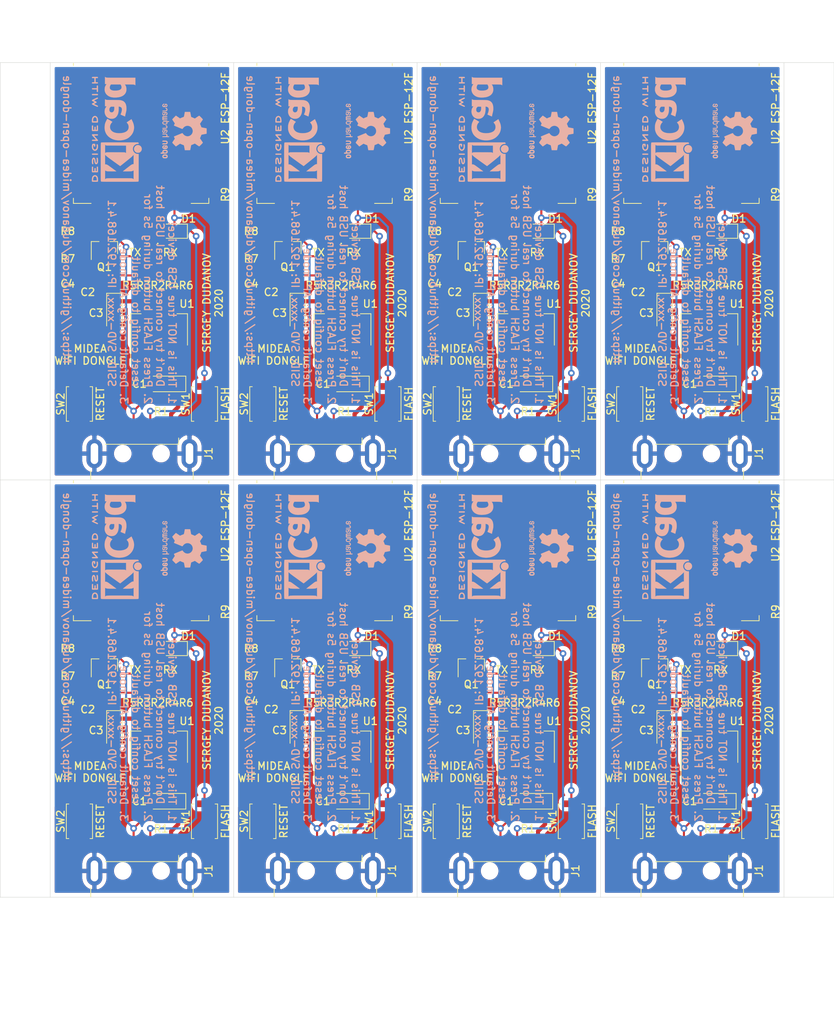
<source format=kicad_pcb>
(kicad_pcb (version 20171130) (host pcbnew "(5.1.6)-1")
  (layers (0 F.Cu signal) (31 B.Cu signal) (34 B.Paste user hide) (35 F.Paste user hide) (36 B.SilkS user) (37 F.SilkS user) (38 B.Mask user) (39 F.Mask user) (44 Edge.Cuts user))
  (net 0 "")
  (module Resistor_SMD:R_0402_1005Metric (layer F.Cu) (at 154.085 114.1)
    (fp_text reference R7 (at 0.015 1.2) (layer F.SilkS) (effects (font (size 0.9 0.9))))
    (fp_text value 10K)
    (pad 2 smd roundrect (at 0.485 0) (size 0.59 0.64) (layers F.Cu F.Paste F.Mask))
    (pad 1 smd roundrect (at -0.485 0) (size 0.59 0.64) (layers F.Cu F.Paste F.Mask))
  )
  (module Resistor_SMD:R_0402_1005Metric (layer F.Cu) (at 132.085 114.1)
    (fp_text reference R7 (at 0.015 1.2) (layer F.SilkS) (effects (font (size 0.9 0.9))))
    (fp_text value 10K)
    (pad 2 smd roundrect (at 0.485 0) (size 0.59 0.64) (layers F.Cu F.Paste F.Mask))
    (pad 1 smd roundrect (at -0.485 0) (size 0.59 0.64) (layers F.Cu F.Paste F.Mask))
  )
  (module Resistor_SMD:R_0402_1005Metric (layer F.Cu) (at 110.085 114.1)
    (fp_text reference R7 (at 0.015 1.2) (layer F.SilkS) (effects (font (size 0.9 0.9))))
    (fp_text value 10K)
    (pad 2 smd roundrect (at 0.485 0) (size 0.59 0.64) (layers F.Cu F.Paste F.Mask))
    (pad 1 smd roundrect (at -0.485 0) (size 0.59 0.64) (layers F.Cu F.Paste F.Mask))
  )
  (module Resistor_SMD:R_0402_1005Metric (layer F.Cu) (at 88.085 114.1)
    (fp_text reference R7 (at 0.015 1.2) (layer F.SilkS) (effects (font (size 0.9 0.9))))
    (fp_text value 10K)
    (pad 2 smd roundrect (at 0.485 0) (size 0.59 0.64) (layers F.Cu F.Paste F.Mask))
    (pad 1 smd roundrect (at -0.485 0) (size 0.59 0.64) (layers F.Cu F.Paste F.Mask))
  )
  (module Resistor_SMD:R_0402_1005Metric (layer F.Cu) (at 154.085 64.1)
    (fp_text reference R7 (at 0.015 1.2) (layer F.SilkS) (effects (font (size 0.9 0.9))))
    (fp_text value 10K)
    (pad 2 smd roundrect (at 0.485 0) (size 0.59 0.64) (layers F.Cu F.Paste F.Mask))
    (pad 1 smd roundrect (at -0.485 0) (size 0.59 0.64) (layers F.Cu F.Paste F.Mask))
  )
  (module Resistor_SMD:R_0402_1005Metric (layer F.Cu) (at 132.085 64.1)
    (fp_text reference R7 (at 0.015 1.2) (layer F.SilkS) (effects (font (size 0.9 0.9))))
    (fp_text value 10K)
    (pad 2 smd roundrect (at 0.485 0) (size 0.59 0.64) (layers F.Cu F.Paste F.Mask))
    (pad 1 smd roundrect (at -0.485 0) (size 0.59 0.64) (layers F.Cu F.Paste F.Mask))
  )
  (module Resistor_SMD:R_0402_1005Metric (layer F.Cu) (at 110.085 64.1)
    (fp_text reference R7 (at 0.015 1.2) (layer F.SilkS) (effects (font (size 0.9 0.9))))
    (fp_text value 10K)
    (pad 2 smd roundrect (at 0.485 0) (size 0.59 0.64) (layers F.Cu F.Paste F.Mask))
    (pad 1 smd roundrect (at -0.485 0) (size 0.59 0.64) (layers F.Cu F.Paste F.Mask))
  )
  (module Symbol:OSHW-Logo2_7.3x6mm_SilkScreen (layer B.Cu) (at 168 100 90)
    (fp_text reference REF** hide)
    (fp_text value OSHW-Logo2_7.3x6mm_SilkScreen hide)
  )
  (module Symbol:OSHW-Logo2_7.3x6mm_SilkScreen (layer B.Cu) (at 146 100 90)
    (fp_text reference REF** hide)
    (fp_text value OSHW-Logo2_7.3x6mm_SilkScreen hide)
  )
  (module Symbol:OSHW-Logo2_7.3x6mm_SilkScreen (layer B.Cu) (at 124 100 90)
    (fp_text reference REF** hide)
    (fp_text value OSHW-Logo2_7.3x6mm_SilkScreen hide)
  )
  (module Symbol:OSHW-Logo2_7.3x6mm_SilkScreen (layer B.Cu) (at 102 100 90)
    (fp_text reference REF** hide)
    (fp_text value OSHW-Logo2_7.3x6mm_SilkScreen hide)
  )
  (module Symbol:OSHW-Logo2_7.3x6mm_SilkScreen (layer B.Cu) (at 168 50 90)
    (fp_text reference REF** hide)
    (fp_text value OSHW-Logo2_7.3x6mm_SilkScreen hide)
  )
  (module Symbol:OSHW-Logo2_7.3x6mm_SilkScreen (layer B.Cu) (at 146 50 90)
    (fp_text reference REF** hide)
    (fp_text value OSHW-Logo2_7.3x6mm_SilkScreen hide)
  )
  (module Symbol:OSHW-Logo2_7.3x6mm_SilkScreen (layer B.Cu) (at 124 50 90)
    (fp_text reference REF** hide)
    (fp_text value OSHW-Logo2_7.3x6mm_SilkScreen hide)
  )
  (module Resistor_SMD:R_0402_1005Metric (layer F.Cu) (at 173 105.535 270)
    (fp_text reference R9 (at 2.065 0 90) (layer F.SilkS) (effects (font (size 0.9 0.9))))
    (fp_text value 10K)
    (pad 2 smd roundrect (at 0.485 0 270) (size 0.59 0.64) (layers F.Cu F.Paste F.Mask))
    (pad 1 smd roundrect (at -0.485 0 270) (size 0.59 0.64) (layers F.Cu F.Paste F.Mask))
  )
  (module Resistor_SMD:R_0402_1005Metric (layer F.Cu) (at 151 105.535 270)
    (fp_text reference R9 (at 2.065 0 90) (layer F.SilkS) (effects (font (size 0.9 0.9))))
    (fp_text value 10K)
    (pad 2 smd roundrect (at 0.485 0 270) (size 0.59 0.64) (layers F.Cu F.Paste F.Mask))
    (pad 1 smd roundrect (at -0.485 0 270) (size 0.59 0.64) (layers F.Cu F.Paste F.Mask))
  )
  (module Resistor_SMD:R_0402_1005Metric (layer F.Cu) (at 129 105.535 270)
    (fp_text reference R9 (at 2.065 0 90) (layer F.SilkS) (effects (font (size 0.9 0.9))))
    (fp_text value 10K)
    (pad 2 smd roundrect (at 0.485 0 270) (size 0.59 0.64) (layers F.Cu F.Paste F.Mask))
    (pad 1 smd roundrect (at -0.485 0 270) (size 0.59 0.64) (layers F.Cu F.Paste F.Mask))
  )
  (module Resistor_SMD:R_0402_1005Metric (layer F.Cu) (at 107 105.535 270)
    (fp_text reference R9 (at 2.065 0 90) (layer F.SilkS) (effects (font (size 0.9 0.9))))
    (fp_text value 10K)
    (pad 2 smd roundrect (at 0.485 0 270) (size 0.59 0.64) (layers F.Cu F.Paste F.Mask))
    (pad 1 smd roundrect (at -0.485 0 270) (size 0.59 0.64) (layers F.Cu F.Paste F.Mask))
  )
  (module Resistor_SMD:R_0402_1005Metric (layer F.Cu) (at 173 55.535 270)
    (fp_text reference R9 (at 2.065 0 90) (layer F.SilkS) (effects (font (size 0.9 0.9))))
    (fp_text value 10K)
    (pad 2 smd roundrect (at 0.485 0 270) (size 0.59 0.64) (layers F.Cu F.Paste F.Mask))
    (pad 1 smd roundrect (at -0.485 0 270) (size 0.59 0.64) (layers F.Cu F.Paste F.Mask))
  )
  (module Resistor_SMD:R_0402_1005Metric (layer F.Cu) (at 151 55.535 270)
    (fp_text reference R9 (at 2.065 0 90) (layer F.SilkS) (effects (font (size 0.9 0.9))))
    (fp_text value 10K)
    (pad 2 smd roundrect (at 0.485 0 270) (size 0.59 0.64) (layers F.Cu F.Paste F.Mask))
    (pad 1 smd roundrect (at -0.485 0 270) (size 0.59 0.64) (layers F.Cu F.Paste F.Mask))
  )
  (module Resistor_SMD:R_0402_1005Metric (layer F.Cu) (at 129 55.535 270)
    (fp_text reference R9 (at 2.065 0 90) (layer F.SilkS) (effects (font (size 0.9 0.9))))
    (fp_text value 10K)
    (pad 2 smd roundrect (at 0.485 0 270) (size 0.59 0.64) (layers F.Cu F.Paste F.Mask))
    (pad 1 smd roundrect (at -0.485 0 270) (size 0.59 0.64) (layers F.Cu F.Paste F.Mask))
  )
  (module Resistor_SMD:R_0402_1005Metric (layer F.Cu) (at 167.5 116.815 270)
    (fp_text reference R6 (at 1.685 -0.8 180) (layer F.SilkS) (effects (font (size 0.9 0.9))))
    (fp_text value 10K)
    (pad 2 smd roundrect (at 0.485 0 270) (size 0.59 0.64) (layers F.Cu F.Paste F.Mask))
    (pad 1 smd roundrect (at -0.485 0 270) (size 0.59 0.64) (layers F.Cu F.Paste F.Mask))
  )
  (module Resistor_SMD:R_0402_1005Metric (layer F.Cu) (at 145.5 116.815 270)
    (fp_text reference R6 (at 1.685 -0.8 180) (layer F.SilkS) (effects (font (size 0.9 0.9))))
    (fp_text value 10K)
    (pad 2 smd roundrect (at 0.485 0 270) (size 0.59 0.64) (layers F.Cu F.Paste F.Mask))
    (pad 1 smd roundrect (at -0.485 0 270) (size 0.59 0.64) (layers F.Cu F.Paste F.Mask))
  )
  (module Resistor_SMD:R_0402_1005Metric (layer F.Cu) (at 123.5 116.815 270)
    (fp_text reference R6 (at 1.685 -0.8 180) (layer F.SilkS) (effects (font (size 0.9 0.9))))
    (fp_text value 10K)
    (pad 2 smd roundrect (at 0.485 0 270) (size 0.59 0.64) (layers F.Cu F.Paste F.Mask))
    (pad 1 smd roundrect (at -0.485 0 270) (size 0.59 0.64) (layers F.Cu F.Paste F.Mask))
  )
  (module Resistor_SMD:R_0402_1005Metric (layer F.Cu) (at 101.5 116.815 270)
    (fp_text reference R6 (at 1.685 -0.8 180) (layer F.SilkS) (effects (font (size 0.9 0.9))))
    (fp_text value 10K)
    (pad 2 smd roundrect (at 0.485 0 270) (size 0.59 0.64) (layers F.Cu F.Paste F.Mask))
    (pad 1 smd roundrect (at -0.485 0 270) (size 0.59 0.64) (layers F.Cu F.Paste F.Mask))
  )
  (module Resistor_SMD:R_0402_1005Metric (layer F.Cu) (at 167.5 66.815 270)
    (fp_text reference R6 (at 1.685 -0.8 180) (layer F.SilkS) (effects (font (size 0.9 0.9))))
    (fp_text value 10K)
    (pad 2 smd roundrect (at 0.485 0 270) (size 0.59 0.64) (layers F.Cu F.Paste F.Mask))
    (pad 1 smd roundrect (at -0.485 0 270) (size 0.59 0.64) (layers F.Cu F.Paste F.Mask))
  )
  (module Resistor_SMD:R_0402_1005Metric (layer F.Cu) (at 145.5 66.815 270)
    (fp_text reference R6 (at 1.685 -0.8 180) (layer F.SilkS) (effects (font (size 0.9 0.9))))
    (fp_text value 10K)
    (pad 2 smd roundrect (at 0.485 0 270) (size 0.59 0.64) (layers F.Cu F.Paste F.Mask))
    (pad 1 smd roundrect (at -0.485 0 270) (size 0.59 0.64) (layers F.Cu F.Paste F.Mask))
  )
  (module Resistor_SMD:R_0402_1005Metric (layer F.Cu) (at 123.5 66.815 270)
    (fp_text reference R6 (at 1.685 -0.8 180) (layer F.SilkS) (effects (font (size 0.9 0.9))))
    (fp_text value 10K)
    (pad 2 smd roundrect (at 0.485 0 270) (size 0.59 0.64) (layers F.Cu F.Paste F.Mask))
    (pad 1 smd roundrect (at -0.485 0 270) (size 0.59 0.64) (layers F.Cu F.Paste F.Mask))
  )
  (module Symbol:KiCad-Logo2_5mm_SilkScreen (layer B.Cu) (at 160 99.8 90)
    (fp_text reference REF** hide)
    (fp_text value KiCad-Logo2_5mm_SilkScreen hide)
  )
  (module Symbol:KiCad-Logo2_5mm_SilkScreen (layer B.Cu) (at 138 99.8 90)
    (fp_text reference REF** hide)
    (fp_text value KiCad-Logo2_5mm_SilkScreen hide)
  )
  (module Symbol:KiCad-Logo2_5mm_SilkScreen (layer B.Cu) (at 116 99.8 90)
    (fp_text reference REF** hide)
    (fp_text value KiCad-Logo2_5mm_SilkScreen hide)
  )
  (module Symbol:KiCad-Logo2_5mm_SilkScreen (layer B.Cu) (at 94 99.8 90)
    (fp_text reference REF** hide)
    (fp_text value KiCad-Logo2_5mm_SilkScreen hide)
  )
  (module Symbol:KiCad-Logo2_5mm_SilkScreen (layer B.Cu) (at 160 49.8 90)
    (fp_text reference REF** hide)
    (fp_text value KiCad-Logo2_5mm_SilkScreen hide)
  )
  (module Symbol:KiCad-Logo2_5mm_SilkScreen (layer B.Cu) (at 138 49.8 90)
    (fp_text reference REF** hide)
    (fp_text value KiCad-Logo2_5mm_SilkScreen hide)
  )
  (module Symbol:KiCad-Logo2_5mm_SilkScreen (layer B.Cu) (at 116 49.8 90)
    (fp_text reference REF** hide)
    (fp_text value KiCad-Logo2_5mm_SilkScreen hide)
  )
  (module RF_Module:ESP-12E (layer F.Cu) (at 162.9 96.55)
    (fp_text reference U2 (at 10.1 4.15 90) (layer F.SilkS) (effects (font (size 0.9 0.9))))
    (fp_text value ESP-12F (at 10.1 -0.5 90) (layer F.SilkS) (effects (font (size 0.9 0.9))))
    (pad 1 smd rect (at -7.6 -3.5) (size 2.5 1) (layers F.Cu F.Paste F.Mask))
    (pad 2 smd rect (at -7.6 -1.5) (size 2.5 1) (layers F.Cu F.Paste F.Mask))
    (pad 3 smd rect (at -7.6 0.5) (size 2.5 1) (layers F.Cu F.Paste F.Mask))
    (pad 4 smd rect (at -7.6 2.5) (size 2.5 1) (layers F.Cu F.Paste F.Mask))
    (pad 5 smd rect (at -7.6 4.5) (size 2.5 1) (layers F.Cu F.Paste F.Mask))
    (pad 6 smd rect (at -7.6 6.5) (size 2.5 1) (layers F.Cu F.Paste F.Mask))
    (pad 7 smd rect (at -7.6 8.5) (size 2.5 1) (layers F.Cu F.Paste F.Mask))
    (pad 8 smd rect (at -7.6 10.5) (size 2.5 1) (layers F.Cu F.Paste F.Mask))
    (pad 9 smd rect (at -5 12) (size 1 1.8) (layers F.Cu F.Paste F.Mask))
    (pad 10 smd rect (at -3 12) (size 1 1.8) (layers F.Cu F.Paste F.Mask))
    (pad 11 smd rect (at -1 12) (size 1 1.8) (layers F.Cu F.Paste F.Mask))
    (pad 12 smd rect (at 1 12) (size 1 1.8) (layers F.Cu F.Paste F.Mask))
    (pad 13 smd rect (at 3 12) (size 1 1.8) (layers F.Cu F.Paste F.Mask))
    (pad 14 smd rect (at 5 12) (size 1 1.8) (layers F.Cu F.Paste F.Mask))
    (pad 15 smd rect (at 7.6 10.5) (size 2.5 1) (layers F.Cu F.Paste F.Mask))
    (pad 16 smd rect (at 7.6 8.5) (size 2.5 1) (layers F.Cu F.Paste F.Mask))
    (pad 17 smd rect (at 7.6 6.5) (size 2.5 1) (layers F.Cu F.Paste F.Mask))
    (pad 18 smd rect (at 7.6 4.5) (size 2.5 1) (layers F.Cu F.Paste F.Mask))
    (pad 19 smd rect (at 7.6 2.5) (size 2.5 1) (layers F.Cu F.Paste F.Mask))
    (pad 20 smd rect (at 7.6 0.5) (size 2.5 1) (layers F.Cu F.Paste F.Mask))
    (pad 21 smd rect (at 7.6 -1.5) (size 2.5 1) (layers F.Cu F.Paste F.Mask))
    (pad 22 smd rect (at 7.6 -3.5) (size 2.5 1) (layers F.Cu F.Paste F.Mask))
  )
  (module RF_Module:ESP-12E (layer F.Cu) (at 140.9 96.55)
    (fp_text reference U2 (at 10.1 4.15 90) (layer F.SilkS) (effects (font (size 0.9 0.9))))
    (fp_text value ESP-12F (at 10.1 -0.5 90) (layer F.SilkS) (effects (font (size 0.9 0.9))))
    (pad 1 smd rect (at -7.6 -3.5) (size 2.5 1) (layers F.Cu F.Paste F.Mask))
    (pad 2 smd rect (at -7.6 -1.5) (size 2.5 1) (layers F.Cu F.Paste F.Mask))
    (pad 3 smd rect (at -7.6 0.5) (size 2.5 1) (layers F.Cu F.Paste F.Mask))
    (pad 4 smd rect (at -7.6 2.5) (size 2.5 1) (layers F.Cu F.Paste F.Mask))
    (pad 5 smd rect (at -7.6 4.5) (size 2.5 1) (layers F.Cu F.Paste F.Mask))
    (pad 6 smd rect (at -7.6 6.5) (size 2.5 1) (layers F.Cu F.Paste F.Mask))
    (pad 7 smd rect (at -7.6 8.5) (size 2.5 1) (layers F.Cu F.Paste F.Mask))
    (pad 8 smd rect (at -7.6 10.5) (size 2.5 1) (layers F.Cu F.Paste F.Mask))
    (pad 9 smd rect (at -5 12) (size 1 1.8) (layers F.Cu F.Paste F.Mask))
    (pad 10 smd rect (at -3 12) (size 1 1.8) (layers F.Cu F.Paste F.Mask))
    (pad 11 smd rect (at -1 12) (size 1 1.8) (layers F.Cu F.Paste F.Mask))
    (pad 12 smd rect (at 1 12) (size 1 1.8) (layers F.Cu F.Paste F.Mask))
    (pad 13 smd rect (at 3 12) (size 1 1.8) (layers F.Cu F.Paste F.Mask))
    (pad 14 smd rect (at 5 12) (size 1 1.8) (layers F.Cu F.Paste F.Mask))
    (pad 15 smd rect (at 7.6 10.5) (size 2.5 1) (layers F.Cu F.Paste F.Mask))
    (pad 16 smd rect (at 7.6 8.5) (size 2.5 1) (layers F.Cu F.Paste F.Mask))
    (pad 17 smd rect (at 7.6 6.5) (size 2.5 1) (layers F.Cu F.Paste F.Mask))
    (pad 18 smd rect (at 7.6 4.5) (size 2.5 1) (layers F.Cu F.Paste F.Mask))
    (pad 19 smd rect (at 7.6 2.5) (size 2.5 1) (layers F.Cu F.Paste F.Mask))
    (pad 20 smd rect (at 7.6 0.5) (size 2.5 1) (layers F.Cu F.Paste F.Mask))
    (pad 21 smd rect (at 7.6 -1.5) (size 2.5 1) (layers F.Cu F.Paste F.Mask))
    (pad 22 smd rect (at 7.6 -3.5) (size 2.5 1) (layers F.Cu F.Paste F.Mask))
  )
  (module RF_Module:ESP-12E (layer F.Cu) (at 118.9 96.55)
    (fp_text reference U2 (at 10.1 4.15 90) (layer F.SilkS) (effects (font (size 0.9 0.9))))
    (fp_text value ESP-12F (at 10.1 -0.5 90) (layer F.SilkS) (effects (font (size 0.9 0.9))))
    (pad 1 smd rect (at -7.6 -3.5) (size 2.5 1) (layers F.Cu F.Paste F.Mask))
    (pad 2 smd rect (at -7.6 -1.5) (size 2.5 1) (layers F.Cu F.Paste F.Mask))
    (pad 3 smd rect (at -7.6 0.5) (size 2.5 1) (layers F.Cu F.Paste F.Mask))
    (pad 4 smd rect (at -7.6 2.5) (size 2.5 1) (layers F.Cu F.Paste F.Mask))
    (pad 5 smd rect (at -7.6 4.5) (size 2.5 1) (layers F.Cu F.Paste F.Mask))
    (pad 6 smd rect (at -7.6 6.5) (size 2.5 1) (layers F.Cu F.Paste F.Mask))
    (pad 7 smd rect (at -7.6 8.5) (size 2.5 1) (layers F.Cu F.Paste F.Mask))
    (pad 8 smd rect (at -7.6 10.5) (size 2.5 1) (layers F.Cu F.Paste F.Mask))
    (pad 9 smd rect (at -5 12) (size 1 1.8) (layers F.Cu F.Paste F.Mask))
    (pad 10 smd rect (at -3 12) (size 1 1.8) (layers F.Cu F.Paste F.Mask))
    (pad 11 smd rect (at -1 12) (size 1 1.8) (layers F.Cu F.Paste F.Mask))
    (pad 12 smd rect (at 1 12) (size 1 1.8) (layers F.Cu F.Paste F.Mask))
    (pad 13 smd rect (at 3 12) (size 1 1.8) (layers F.Cu F.Paste F.Mask))
    (pad 14 smd rect (at 5 12) (size 1 1.8) (layers F.Cu F.Paste F.Mask))
    (pad 15 smd rect (at 7.6 10.5) (size 2.5 1) (layers F.Cu F.Paste F.Mask))
    (pad 16 smd rect (at 7.6 8.5) (size 2.5 1) (layers F.Cu F.Paste F.Mask))
    (pad 17 smd rect (at 7.6 6.5) (size 2.5 1) (layers F.Cu F.Paste F.Mask))
    (pad 18 smd rect (at 7.6 4.5) (size 2.5 1) (layers F.Cu F.Paste F.Mask))
    (pad 19 smd rect (at 7.6 2.5) (size 2.5 1) (layers F.Cu F.Paste F.Mask))
    (pad 20 smd rect (at 7.6 0.5) (size 2.5 1) (layers F.Cu F.Paste F.Mask))
    (pad 21 smd rect (at 7.6 -1.5) (size 2.5 1) (layers F.Cu F.Paste F.Mask))
    (pad 22 smd rect (at 7.6 -3.5) (size 2.5 1) (layers F.Cu F.Paste F.Mask))
  )
  (module RF_Module:ESP-12E (layer F.Cu) (at 96.9 96.55)
    (fp_text reference U2 (at 10.1 4.15 90) (layer F.SilkS) (effects (font (size 0.9 0.9))))
    (fp_text value ESP-12F (at 10.1 -0.5 90) (layer F.SilkS) (effects (font (size 0.9 0.9))))
    (pad 1 smd rect (at -7.6 -3.5) (size 2.5 1) (layers F.Cu F.Paste F.Mask))
    (pad 2 smd rect (at -7.6 -1.5) (size 2.5 1) (layers F.Cu F.Paste F.Mask))
    (pad 3 smd rect (at -7.6 0.5) (size 2.5 1) (layers F.Cu F.Paste F.Mask))
    (pad 4 smd rect (at -7.6 2.5) (size 2.5 1) (layers F.Cu F.Paste F.Mask))
    (pad 5 smd rect (at -7.6 4.5) (size 2.5 1) (layers F.Cu F.Paste F.Mask))
    (pad 6 smd rect (at -7.6 6.5) (size 2.5 1) (layers F.Cu F.Paste F.Mask))
    (pad 7 smd rect (at -7.6 8.5) (size 2.5 1) (layers F.Cu F.Paste F.Mask))
    (pad 8 smd rect (at -7.6 10.5) (size 2.5 1) (layers F.Cu F.Paste F.Mask))
    (pad 9 smd rect (at -5 12) (size 1 1.8) (layers F.Cu F.Paste F.Mask))
    (pad 10 smd rect (at -3 12) (size 1 1.8) (layers F.Cu F.Paste F.Mask))
    (pad 11 smd rect (at -1 12) (size 1 1.8) (layers F.Cu F.Paste F.Mask))
    (pad 12 smd rect (at 1 12) (size 1 1.8) (layers F.Cu F.Paste F.Mask))
    (pad 13 smd rect (at 3 12) (size 1 1.8) (layers F.Cu F.Paste F.Mask))
    (pad 14 smd rect (at 5 12) (size 1 1.8) (layers F.Cu F.Paste F.Mask))
    (pad 15 smd rect (at 7.6 10.5) (size 2.5 1) (layers F.Cu F.Paste F.Mask))
    (pad 16 smd rect (at 7.6 8.5) (size 2.5 1) (layers F.Cu F.Paste F.Mask))
    (pad 17 smd rect (at 7.6 6.5) (size 2.5 1) (layers F.Cu F.Paste F.Mask))
    (pad 18 smd rect (at 7.6 4.5) (size 2.5 1) (layers F.Cu F.Paste F.Mask))
    (pad 19 smd rect (at 7.6 2.5) (size 2.5 1) (layers F.Cu F.Paste F.Mask))
    (pad 20 smd rect (at 7.6 0.5) (size 2.5 1) (layers F.Cu F.Paste F.Mask))
    (pad 21 smd rect (at 7.6 -1.5) (size 2.5 1) (layers F.Cu F.Paste F.Mask))
    (pad 22 smd rect (at 7.6 -3.5) (size 2.5 1) (layers F.Cu F.Paste F.Mask))
  )
  (module RF_Module:ESP-12E (layer F.Cu) (at 162.9 46.55)
    (fp_text reference U2 (at 10.1 4.15 90) (layer F.SilkS) (effects (font (size 0.9 0.9))))
    (fp_text value ESP-12F (at 10.1 -0.5 90) (layer F.SilkS) (effects (font (size 0.9 0.9))))
    (pad 1 smd rect (at -7.6 -3.5) (size 2.5 1) (layers F.Cu F.Paste F.Mask))
    (pad 2 smd rect (at -7.6 -1.5) (size 2.5 1) (layers F.Cu F.Paste F.Mask))
    (pad 3 smd rect (at -7.6 0.5) (size 2.5 1) (layers F.Cu F.Paste F.Mask))
    (pad 4 smd rect (at -7.6 2.5) (size 2.5 1) (layers F.Cu F.Paste F.Mask))
    (pad 5 smd rect (at -7.6 4.5) (size 2.5 1) (layers F.Cu F.Paste F.Mask))
    (pad 6 smd rect (at -7.6 6.5) (size 2.5 1) (layers F.Cu F.Paste F.Mask))
    (pad 7 smd rect (at -7.6 8.5) (size 2.5 1) (layers F.Cu F.Paste F.Mask))
    (pad 8 smd rect (at -7.6 10.5) (size 2.5 1) (layers F.Cu F.Paste F.Mask))
    (pad 9 smd rect (at -5 12) (size 1 1.8) (layers F.Cu F.Paste F.Mask))
    (pad 10 smd rect (at -3 12) (size 1 1.8) (layers F.Cu F.Paste F.Mask))
    (pad 11 smd rect (at -1 12) (size 1 1.8) (layers F.Cu F.Paste F.Mask))
    (pad 12 smd rect (at 1 12) (size 1 1.8) (layers F.Cu F.Paste F.Mask))
    (pad 13 smd rect (at 3 12) (size 1 1.8) (layers F.Cu F.Paste F.Mask))
    (pad 14 smd rect (at 5 12) (size 1 1.8) (layers F.Cu F.Paste F.Mask))
    (pad 15 smd rect (at 7.6 10.5) (size 2.5 1) (layers F.Cu F.Paste F.Mask))
    (pad 16 smd rect (at 7.6 8.5) (size 2.5 1) (layers F.Cu F.Paste F.Mask))
    (pad 17 smd rect (at 7.6 6.5) (size 2.5 1) (layers F.Cu F.Paste F.Mask))
    (pad 18 smd rect (at 7.6 4.5) (size 2.5 1) (layers F.Cu F.Paste F.Mask))
    (pad 19 smd rect (at 7.6 2.5) (size 2.5 1) (layers F.Cu F.Paste F.Mask))
    (pad 20 smd rect (at 7.6 0.5) (size 2.5 1) (layers F.Cu F.Paste F.Mask))
    (pad 21 smd rect (at 7.6 -1.5) (size 2.5 1) (layers F.Cu F.Paste F.Mask))
    (pad 22 smd rect (at 7.6 -3.5) (size 2.5 1) (layers F.Cu F.Paste F.Mask))
  )
  (module RF_Module:ESP-12E (layer F.Cu) (at 140.9 46.55)
    (fp_text reference U2 (at 10.1 4.15 90) (layer F.SilkS) (effects (font (size 0.9 0.9))))
    (fp_text value ESP-12F (at 10.1 -0.5 90) (layer F.SilkS) (effects (font (size 0.9 0.9))))
    (pad 1 smd rect (at -7.6 -3.5) (size 2.5 1) (layers F.Cu F.Paste F.Mask))
    (pad 2 smd rect (at -7.6 -1.5) (size 2.5 1) (layers F.Cu F.Paste F.Mask))
    (pad 3 smd rect (at -7.6 0.5) (size 2.5 1) (layers F.Cu F.Paste F.Mask))
    (pad 4 smd rect (at -7.6 2.5) (size 2.5 1) (layers F.Cu F.Paste F.Mask))
    (pad 5 smd rect (at -7.6 4.5) (size 2.5 1) (layers F.Cu F.Paste F.Mask))
    (pad 6 smd rect (at -7.6 6.5) (size 2.5 1) (layers F.Cu F.Paste F.Mask))
    (pad 7 smd rect (at -7.6 8.5) (size 2.5 1) (layers F.Cu F.Paste F.Mask))
    (pad 8 smd rect (at -7.6 10.5) (size 2.5 1) (layers F.Cu F.Paste F.Mask))
    (pad 9 smd rect (at -5 12) (size 1 1.8) (layers F.Cu F.Paste F.Mask))
    (pad 10 smd rect (at -3 12) (size 1 1.8) (layers F.Cu F.Paste F.Mask))
    (pad 11 smd rect (at -1 12) (size 1 1.8) (layers F.Cu F.Paste F.Mask))
    (pad 12 smd rect (at 1 12) (size 1 1.8) (layers F.Cu F.Paste F.Mask))
    (pad 13 smd rect (at 3 12) (size 1 1.8) (layers F.Cu F.Paste F.Mask))
    (pad 14 smd rect (at 5 12) (size 1 1.8) (layers F.Cu F.Paste F.Mask))
    (pad 15 smd rect (at 7.6 10.5) (size 2.5 1) (layers F.Cu F.Paste F.Mask))
    (pad 16 smd rect (at 7.6 8.5) (size 2.5 1) (layers F.Cu F.Paste F.Mask))
    (pad 17 smd rect (at 7.6 6.5) (size 2.5 1) (layers F.Cu F.Paste F.Mask))
    (pad 18 smd rect (at 7.6 4.5) (size 2.5 1) (layers F.Cu F.Paste F.Mask))
    (pad 19 smd rect (at 7.6 2.5) (size 2.5 1) (layers F.Cu F.Paste F.Mask))
    (pad 20 smd rect (at 7.6 0.5) (size 2.5 1) (layers F.Cu F.Paste F.Mask))
    (pad 21 smd rect (at 7.6 -1.5) (size 2.5 1) (layers F.Cu F.Paste F.Mask))
    (pad 22 smd rect (at 7.6 -3.5) (size 2.5 1) (layers F.Cu F.Paste F.Mask))
  )
  (module RF_Module:ESP-12E (layer F.Cu) (at 118.9 46.55)
    (fp_text reference U2 (at 10.1 4.15 90) (layer F.SilkS) (effects (font (size 0.9 0.9))))
    (fp_text value ESP-12F (at 10.1 -0.5 90) (layer F.SilkS) (effects (font (size 0.9 0.9))))
    (pad 1 smd rect (at -7.6 -3.5) (size 2.5 1) (layers F.Cu F.Paste F.Mask))
    (pad 2 smd rect (at -7.6 -1.5) (size 2.5 1) (layers F.Cu F.Paste F.Mask))
    (pad 3 smd rect (at -7.6 0.5) (size 2.5 1) (layers F.Cu F.Paste F.Mask))
    (pad 4 smd rect (at -7.6 2.5) (size 2.5 1) (layers F.Cu F.Paste F.Mask))
    (pad 5 smd rect (at -7.6 4.5) (size 2.5 1) (layers F.Cu F.Paste F.Mask))
    (pad 6 smd rect (at -7.6 6.5) (size 2.5 1) (layers F.Cu F.Paste F.Mask))
    (pad 7 smd rect (at -7.6 8.5) (size 2.5 1) (layers F.Cu F.Paste F.Mask))
    (pad 8 smd rect (at -7.6 10.5) (size 2.5 1) (layers F.Cu F.Paste F.Mask))
    (pad 9 smd rect (at -5 12) (size 1 1.8) (layers F.Cu F.Paste F.Mask))
    (pad 10 smd rect (at -3 12) (size 1 1.8) (layers F.Cu F.Paste F.Mask))
    (pad 11 smd rect (at -1 12) (size 1 1.8) (layers F.Cu F.Paste F.Mask))
    (pad 12 smd rect (at 1 12) (size 1 1.8) (layers F.Cu F.Paste F.Mask))
    (pad 13 smd rect (at 3 12) (size 1 1.8) (layers F.Cu F.Paste F.Mask))
    (pad 14 smd rect (at 5 12) (size 1 1.8) (layers F.Cu F.Paste F.Mask))
    (pad 15 smd rect (at 7.6 10.5) (size 2.5 1) (layers F.Cu F.Paste F.Mask))
    (pad 16 smd rect (at 7.6 8.5) (size 2.5 1) (layers F.Cu F.Paste F.Mask))
    (pad 17 smd rect (at 7.6 6.5) (size 2.5 1) (layers F.Cu F.Paste F.Mask))
    (pad 18 smd rect (at 7.6 4.5) (size 2.5 1) (layers F.Cu F.Paste F.Mask))
    (pad 19 smd rect (at 7.6 2.5) (size 2.5 1) (layers F.Cu F.Paste F.Mask))
    (pad 20 smd rect (at 7.6 0.5) (size 2.5 1) (layers F.Cu F.Paste F.Mask))
    (pad 21 smd rect (at 7.6 -1.5) (size 2.5 1) (layers F.Cu F.Paste F.Mask))
    (pad 22 smd rect (at 7.6 -3.5) (size 2.5 1) (layers F.Cu F.Paste F.Mask))
  )
  (module Capacitor_Tantalum_SMD:CP_EIA-3216-10_Kemet-I (layer F.Cu) (at 165.95 130.3 180)
    (fp_text reference C1 (at 3.25 0) (layer F.SilkS) (effects (font (size 0.9 0.9))))
    (fp_text value 10uF)
    (pad 2 smd roundrect (at 1.35 0 180) (size 1.4 1.35) (layers F.Cu F.Paste F.Mask) (roundrect_rratio 0.185185))
    (pad 1 smd roundrect (at -1.35 0 180) (size 1.4 1.35) (layers F.Cu F.Paste F.Mask) (roundrect_rratio 0.185185))
  )
  (module Capacitor_Tantalum_SMD:CP_EIA-3216-10_Kemet-I (layer F.Cu) (at 143.95 130.3 180)
    (fp_text reference C1 (at 3.25 0) (layer F.SilkS) (effects (font (size 0.9 0.9))))
    (fp_text value 10uF)
    (pad 2 smd roundrect (at 1.35 0 180) (size 1.4 1.35) (layers F.Cu F.Paste F.Mask) (roundrect_rratio 0.185185))
    (pad 1 smd roundrect (at -1.35 0 180) (size 1.4 1.35) (layers F.Cu F.Paste F.Mask) (roundrect_rratio 0.185185))
  )
  (module Capacitor_Tantalum_SMD:CP_EIA-3216-10_Kemet-I (layer F.Cu) (at 121.95 130.3 180)
    (fp_text reference C1 (at 3.25 0) (layer F.SilkS) (effects (font (size 0.9 0.9))))
    (fp_text value 10uF)
    (pad 2 smd roundrect (at 1.35 0 180) (size 1.4 1.35) (layers F.Cu F.Paste F.Mask) (roundrect_rratio 0.185185))
    (pad 1 smd roundrect (at -1.35 0 180) (size 1.4 1.35) (layers F.Cu F.Paste F.Mask) (roundrect_rratio 0.185185))
  )
  (module Capacitor_Tantalum_SMD:CP_EIA-3216-10_Kemet-I (layer F.Cu) (at 99.95 130.3 180)
    (fp_text reference C1 (at 3.25 0) (layer F.SilkS) (effects (font (size 0.9 0.9))))
    (fp_text value 10uF)
    (pad 2 smd roundrect (at 1.35 0 180) (size 1.4 1.35) (layers F.Cu F.Paste F.Mask) (roundrect_rratio 0.185185))
    (pad 1 smd roundrect (at -1.35 0 180) (size 1.4 1.35) (layers F.Cu F.Paste F.Mask) (roundrect_rratio 0.185185))
  )
  (module Capacitor_Tantalum_SMD:CP_EIA-3216-10_Kemet-I (layer F.Cu) (at 165.95 80.3 180)
    (fp_text reference C1 (at 3.25 0) (layer F.SilkS) (effects (font (size 0.9 0.9))))
    (fp_text value 10uF)
    (pad 2 smd roundrect (at 1.35 0 180) (size 1.4 1.35) (layers F.Cu F.Paste F.Mask) (roundrect_rratio 0.185185))
    (pad 1 smd roundrect (at -1.35 0 180) (size 1.4 1.35) (layers F.Cu F.Paste F.Mask) (roundrect_rratio 0.185185))
  )
  (module Capacitor_Tantalum_SMD:CP_EIA-3216-10_Kemet-I (layer F.Cu) (at 143.95 80.3 180)
    (fp_text reference C1 (at 3.25 0) (layer F.SilkS) (effects (font (size 0.9 0.9))))
    (fp_text value 10uF)
    (pad 2 smd roundrect (at 1.35 0 180) (size 1.4 1.35) (layers F.Cu F.Paste F.Mask) (roundrect_rratio 0.185185))
    (pad 1 smd roundrect (at -1.35 0 180) (size 1.4 1.35) (layers F.Cu F.Paste F.Mask) (roundrect_rratio 0.185185))
  )
  (module Capacitor_Tantalum_SMD:CP_EIA-3216-10_Kemet-I (layer F.Cu) (at 121.95 80.3 180)
    (fp_text reference C1 (at 3.25 0) (layer F.SilkS) (effects (font (size 0.9 0.9))))
    (fp_text value 10uF)
    (pad 2 smd roundrect (at 1.35 0 180) (size 1.4 1.35) (layers F.Cu F.Paste F.Mask) (roundrect_rratio 0.185185))
    (pad 1 smd roundrect (at -1.35 0 180) (size 1.4 1.35) (layers F.Cu F.Paste F.Mask) (roundrect_rratio 0.185185))
  )
  (module Capacitor_SMD:C_0402_1005Metric (layer F.Cu) (at 154.085 117.1)
    (fp_text reference C4 (at 0.015 1.2) (layer F.SilkS) (effects (font (size 0.9 0.9))))
    (fp_text value 470pF)
    (pad 2 smd roundrect (at 0.485 0) (size 0.59 0.64) (layers F.Cu F.Paste F.Mask))
    (pad 1 smd roundrect (at -0.485 0) (size 0.59 0.64) (layers F.Cu F.Paste F.Mask))
  )
  (module Capacitor_SMD:C_0402_1005Metric (layer F.Cu) (at 132.085 117.1)
    (fp_text reference C4 (at 0.015 1.2) (layer F.SilkS) (effects (font (size 0.9 0.9))))
    (fp_text value 470pF)
    (pad 2 smd roundrect (at 0.485 0) (size 0.59 0.64) (layers F.Cu F.Paste F.Mask))
    (pad 1 smd roundrect (at -0.485 0) (size 0.59 0.64) (layers F.Cu F.Paste F.Mask))
  )
  (module Capacitor_SMD:C_0402_1005Metric (layer F.Cu) (at 110.085 117.1)
    (fp_text reference C4 (at 0.015 1.2) (layer F.SilkS) (effects (font (size 0.9 0.9))))
    (fp_text value 470pF)
    (pad 2 smd roundrect (at 0.485 0) (size 0.59 0.64) (layers F.Cu F.Paste F.Mask))
    (pad 1 smd roundrect (at -0.485 0) (size 0.59 0.64) (layers F.Cu F.Paste F.Mask))
  )
  (module Capacitor_SMD:C_0402_1005Metric (layer F.Cu) (at 88.085 117.1)
    (fp_text reference C4 (at 0.015 1.2) (layer F.SilkS) (effects (font (size 0.9 0.9))))
    (fp_text value 470pF)
    (pad 2 smd roundrect (at 0.485 0) (size 0.59 0.64) (layers F.Cu F.Paste F.Mask))
    (pad 1 smd roundrect (at -0.485 0) (size 0.59 0.64) (layers F.Cu F.Paste F.Mask))
  )
  (module Capacitor_SMD:C_0402_1005Metric (layer F.Cu) (at 154.085 67.1)
    (fp_text reference C4 (at 0.015 1.2) (layer F.SilkS) (effects (font (size 0.9 0.9))))
    (fp_text value 470pF)
    (pad 2 smd roundrect (at 0.485 0) (size 0.59 0.64) (layers F.Cu F.Paste F.Mask))
    (pad 1 smd roundrect (at -0.485 0) (size 0.59 0.64) (layers F.Cu F.Paste F.Mask))
  )
  (module Capacitor_SMD:C_0402_1005Metric (layer F.Cu) (at 132.085 67.1)
    (fp_text reference C4 (at 0.015 1.2) (layer F.SilkS) (effects (font (size 0.9 0.9))))
    (fp_text value 470pF)
    (pad 2 smd roundrect (at 0.485 0) (size 0.59 0.64) (layers F.Cu F.Paste F.Mask))
    (pad 1 smd roundrect (at -0.485 0) (size 0.59 0.64) (layers F.Cu F.Paste F.Mask))
  )
  (module Capacitor_SMD:C_0402_1005Metric (layer F.Cu) (at 110.085 67.1)
    (fp_text reference C4 (at 0.015 1.2) (layer F.SilkS) (effects (font (size 0.9 0.9))))
    (fp_text value 470pF)
    (pad 2 smd roundrect (at 0.485 0) (size 0.59 0.64) (layers F.Cu F.Paste F.Mask))
    (pad 1 smd roundrect (at -0.485 0) (size 0.59 0.64) (layers F.Cu F.Paste F.Mask))
  )
  (module Connector_USB:USB_A_CNCTech_1001-011-01101_Horizontal (layer F.Cu) (at 163 145.55 270)
    (fp_text reference J1 (at -6.9 -8 90) (layer F.SilkS) (effects (font (size 0.9 0.9))))
    (fp_text value "USB Type A")
    (pad 2 smd rect (at -9.65 -1 270) (size 2.5 1.1) (layers F.Cu F.Paste F.Mask))
    (pad 3 smd rect (at -9.65 1 270) (size 2.5 1.1) (layers F.Cu F.Paste F.Mask))
    (pad 1 smd rect (at -9.65 -3.5 270) (size 2.5 1.1) (layers F.Cu F.Paste F.Mask))
    (pad 4 smd rect (at -9.65 3.5 270) (size 2.5 1.1) (layers F.Cu F.Paste F.Mask))
    (pad 5 thru_hole oval (at -6.9 -5.7 270) (size 3.5 1.9) (drill oval 2.5 0.9) (layers *.Cu *.Mask))
    (pad 5 thru_hole oval (at -6.9 5.7 270) (size 3.5 1.9) (drill oval 2.5 0.9) (layers *.Cu *.Mask))
    (pad "" np_thru_hole circle (at -6.9 -2.3 270) (size 1.1 1.1) (drill 1.1) (layers *.Cu *.Mask))
    (pad "" np_thru_hole circle (at -6.9 2.3 270) (size 1.1 1.1) (drill 1.1) (layers *.Cu *.Mask))
  )
  (module Connector_USB:USB_A_CNCTech_1001-011-01101_Horizontal (layer F.Cu) (at 141 145.55 270)
    (fp_text reference J1 (at -6.9 -8 90) (layer F.SilkS) (effects (font (size 0.9 0.9))))
    (fp_text value "USB Type A")
    (pad 2 smd rect (at -9.65 -1 270) (size 2.5 1.1) (layers F.Cu F.Paste F.Mask))
    (pad 3 smd rect (at -9.65 1 270) (size 2.5 1.1) (layers F.Cu F.Paste F.Mask))
    (pad 1 smd rect (at -9.65 -3.5 270) (size 2.5 1.1) (layers F.Cu F.Paste F.Mask))
    (pad 4 smd rect (at -9.65 3.5 270) (size 2.5 1.1) (layers F.Cu F.Paste F.Mask))
    (pad 5 thru_hole oval (at -6.9 -5.7 270) (size 3.5 1.9) (drill oval 2.5 0.9) (layers *.Cu *.Mask))
    (pad 5 thru_hole oval (at -6.9 5.7 270) (size 3.5 1.9) (drill oval 2.5 0.9) (layers *.Cu *.Mask))
    (pad "" np_thru_hole circle (at -6.9 -2.3 270) (size 1.1 1.1) (drill 1.1) (layers *.Cu *.Mask))
    (pad "" np_thru_hole circle (at -6.9 2.3 270) (size 1.1 1.1) (drill 1.1) (layers *.Cu *.Mask))
  )
  (module Connector_USB:USB_A_CNCTech_1001-011-01101_Horizontal (layer F.Cu) (at 119 145.55 270)
    (fp_text reference J1 (at -6.9 -8 90) (layer F.SilkS) (effects (font (size 0.9 0.9))))
    (fp_text value "USB Type A")
    (pad 2 smd rect (at -9.65 -1 270) (size 2.5 1.1) (layers F.Cu F.Paste F.Mask))
    (pad 3 smd rect (at -9.65 1 270) (size 2.5 1.1) (layers F.Cu F.Paste F.Mask))
    (pad 1 smd rect (at -9.65 -3.5 270) (size 2.5 1.1) (layers F.Cu F.Paste F.Mask))
    (pad 4 smd rect (at -9.65 3.5 270) (size 2.5 1.1) (layers F.Cu F.Paste F.Mask))
    (pad 5 thru_hole oval (at -6.9 -5.7 270) (size 3.5 1.9) (drill oval 2.5 0.9) (layers *.Cu *.Mask))
    (pad 5 thru_hole oval (at -6.9 5.7 270) (size 3.5 1.9) (drill oval 2.5 0.9) (layers *.Cu *.Mask))
    (pad "" np_thru_hole circle (at -6.9 -2.3 270) (size 1.1 1.1) (drill 1.1) (layers *.Cu *.Mask))
    (pad "" np_thru_hole circle (at -6.9 2.3 270) (size 1.1 1.1) (drill 1.1) (layers *.Cu *.Mask))
  )
  (module Connector_USB:USB_A_CNCTech_1001-011-01101_Horizontal (layer F.Cu) (at 97 145.55 270)
    (fp_text reference J1 (at -6.9 -8 90) (layer F.SilkS) (effects (font (size 0.9 0.9))))
    (fp_text value "USB Type A")
    (pad 2 smd rect (at -9.65 -1 270) (size 2.5 1.1) (layers F.Cu F.Paste F.Mask))
    (pad 3 smd rect (at -9.65 1 270) (size 2.5 1.1) (layers F.Cu F.Paste F.Mask))
    (pad 1 smd rect (at -9.65 -3.5 270) (size 2.5 1.1) (layers F.Cu F.Paste F.Mask))
    (pad 4 smd rect (at -9.65 3.5 270) (size 2.5 1.1) (layers F.Cu F.Paste F.Mask))
    (pad 5 thru_hole oval (at -6.9 -5.7 270) (size 3.5 1.9) (drill oval 2.5 0.9) (layers *.Cu *.Mask))
    (pad 5 thru_hole oval (at -6.9 5.7 270) (size 3.5 1.9) (drill oval 2.5 0.9) (layers *.Cu *.Mask))
    (pad "" np_thru_hole circle (at -6.9 -2.3 270) (size 1.1 1.1) (drill 1.1) (layers *.Cu *.Mask))
    (pad "" np_thru_hole circle (at -6.9 2.3 270) (size 1.1 1.1) (drill 1.1) (layers *.Cu *.Mask))
  )
  (module Connector_USB:USB_A_CNCTech_1001-011-01101_Horizontal (layer F.Cu) (at 163 95.55 270)
    (fp_text reference J1 (at -6.9 -8 90) (layer F.SilkS) (effects (font (size 0.9 0.9))))
    (fp_text value "USB Type A")
    (pad 2 smd rect (at -9.65 -1 270) (size 2.5 1.1) (layers F.Cu F.Paste F.Mask))
    (pad 3 smd rect (at -9.65 1 270) (size 2.5 1.1) (layers F.Cu F.Paste F.Mask))
    (pad 1 smd rect (at -9.65 -3.5 270) (size 2.5 1.1) (layers F.Cu F.Paste F.Mask))
    (pad 4 smd rect (at -9.65 3.5 270) (size 2.5 1.1) (layers F.Cu F.Paste F.Mask))
    (pad 5 thru_hole oval (at -6.9 -5.7 270) (size 3.5 1.9) (drill oval 2.5 0.9) (layers *.Cu *.Mask))
    (pad 5 thru_hole oval (at -6.9 5.7 270) (size 3.5 1.9) (drill oval 2.5 0.9) (layers *.Cu *.Mask))
    (pad "" np_thru_hole circle (at -6.9 -2.3 270) (size 1.1 1.1) (drill 1.1) (layers *.Cu *.Mask))
    (pad "" np_thru_hole circle (at -6.9 2.3 270) (size 1.1 1.1) (drill 1.1) (layers *.Cu *.Mask))
  )
  (module Connector_USB:USB_A_CNCTech_1001-011-01101_Horizontal (layer F.Cu) (at 141 95.55 270)
    (fp_text reference J1 (at -6.9 -8 90) (layer F.SilkS) (effects (font (size 0.9 0.9))))
    (fp_text value "USB Type A")
    (pad 2 smd rect (at -9.65 -1 270) (size 2.5 1.1) (layers F.Cu F.Paste F.Mask))
    (pad 3 smd rect (at -9.65 1 270) (size 2.5 1.1) (layers F.Cu F.Paste F.Mask))
    (pad 1 smd rect (at -9.65 -3.5 270) (size 2.5 1.1) (layers F.Cu F.Paste F.Mask))
    (pad 4 smd rect (at -9.65 3.5 270) (size 2.5 1.1) (layers F.Cu F.Paste F.Mask))
    (pad 5 thru_hole oval (at -6.9 -5.7 270) (size 3.5 1.9) (drill oval 2.5 0.9) (layers *.Cu *.Mask))
    (pad 5 thru_hole oval (at -6.9 5.7 270) (size 3.5 1.9) (drill oval 2.5 0.9) (layers *.Cu *.Mask))
    (pad "" np_thru_hole circle (at -6.9 -2.3 270) (size 1.1 1.1) (drill 1.1) (layers *.Cu *.Mask))
    (pad "" np_thru_hole circle (at -6.9 2.3 270) (size 1.1 1.1) (drill 1.1) (layers *.Cu *.Mask))
  )
  (module Connector_USB:USB_A_CNCTech_1001-011-01101_Horizontal (layer F.Cu) (at 119 95.55 270)
    (fp_text reference J1 (at -6.9 -8 90) (layer F.SilkS) (effects (font (size 0.9 0.9))))
    (fp_text value "USB Type A")
    (pad 2 smd rect (at -9.65 -1 270) (size 2.5 1.1) (layers F.Cu F.Paste F.Mask))
    (pad 3 smd rect (at -9.65 1 270) (size 2.5 1.1) (layers F.Cu F.Paste F.Mask))
    (pad 1 smd rect (at -9.65 -3.5 270) (size 2.5 1.1) (layers F.Cu F.Paste F.Mask))
    (pad 4 smd rect (at -9.65 3.5 270) (size 2.5 1.1) (layers F.Cu F.Paste F.Mask))
    (pad 5 thru_hole oval (at -6.9 -5.7 270) (size 3.5 1.9) (drill oval 2.5 0.9) (layers *.Cu *.Mask))
    (pad 5 thru_hole oval (at -6.9 5.7 270) (size 3.5 1.9) (drill oval 2.5 0.9) (layers *.Cu *.Mask))
    (pad "" np_thru_hole circle (at -6.9 -2.3 270) (size 1.1 1.1) (drill 1.1) (layers *.Cu *.Mask))
    (pad "" np_thru_hole circle (at -6.9 2.3 270) (size 1.1 1.1) (drill 1.1) (layers *.Cu *.Mask))
  )
  (module LED_SMD:LED_0402_1005Metric (layer F.Cu) (at 164.9 114.565 270)
    (fp_text reference D2 hide)
    (fp_text value RX (at -0.015 -1.5 180) (layer F.SilkS) (effects (font (size 0.9 0.9))))
    (pad 1 smd roundrect (at -0.485 0 270) (size 0.59 0.64) (layers F.Cu F.Paste F.Mask))
    (pad 2 smd roundrect (at 0.485 0 270) (size 0.59 0.64) (layers F.Cu F.Paste F.Mask))
  )
  (module LED_SMD:LED_0402_1005Metric (layer F.Cu) (at 142.9 114.565 270)
    (fp_text reference D2 hide)
    (fp_text value RX (at -0.015 -1.5 180) (layer F.SilkS) (effects (font (size 0.9 0.9))))
    (pad 1 smd roundrect (at -0.485 0 270) (size 0.59 0.64) (layers F.Cu F.Paste F.Mask))
    (pad 2 smd roundrect (at 0.485 0 270) (size 0.59 0.64) (layers F.Cu F.Paste F.Mask))
  )
  (module LED_SMD:LED_0402_1005Metric (layer F.Cu) (at 120.9 114.565 270)
    (fp_text reference D2 hide)
    (fp_text value RX (at -0.015 -1.5 180) (layer F.SilkS) (effects (font (size 0.9 0.9))))
    (pad 1 smd roundrect (at -0.485 0 270) (size 0.59 0.64) (layers F.Cu F.Paste F.Mask))
    (pad 2 smd roundrect (at 0.485 0 270) (size 0.59 0.64) (layers F.Cu F.Paste F.Mask))
  )
  (module LED_SMD:LED_0402_1005Metric (layer F.Cu) (at 98.9 114.565 270)
    (fp_text reference D2 hide)
    (fp_text value RX (at -0.015 -1.5 180) (layer F.SilkS) (effects (font (size 0.9 0.9))))
    (pad 1 smd roundrect (at -0.485 0 270) (size 0.59 0.64) (layers F.Cu F.Paste F.Mask))
    (pad 2 smd roundrect (at 0.485 0 270) (size 0.59 0.64) (layers F.Cu F.Paste F.Mask))
  )
  (module LED_SMD:LED_0402_1005Metric (layer F.Cu) (at 164.9 64.565 270)
    (fp_text reference D2 hide)
    (fp_text value RX (at -0.015 -1.5 180) (layer F.SilkS) (effects (font (size 0.9 0.9))))
    (pad 1 smd roundrect (at -0.485 0 270) (size 0.59 0.64) (layers F.Cu F.Paste F.Mask))
    (pad 2 smd roundrect (at 0.485 0 270) (size 0.59 0.64) (layers F.Cu F.Paste F.Mask))
  )
  (module LED_SMD:LED_0402_1005Metric (layer F.Cu) (at 142.9 64.565 270)
    (fp_text reference D2 hide)
    (fp_text value RX (at -0.015 -1.5 180) (layer F.SilkS) (effects (font (size 0.9 0.9))))
    (pad 1 smd roundrect (at -0.485 0 270) (size 0.59 0.64) (layers F.Cu F.Paste F.Mask))
    (pad 2 smd roundrect (at 0.485 0 270) (size 0.59 0.64) (layers F.Cu F.Paste F.Mask))
  )
  (module LED_SMD:LED_0402_1005Metric (layer F.Cu) (at 120.9 64.565 270)
    (fp_text reference D2 hide)
    (fp_text value RX (at -0.015 -1.5 180) (layer F.SilkS) (effects (font (size 0.9 0.9))))
    (pad 1 smd roundrect (at -0.485 0 270) (size 0.59 0.64) (layers F.Cu F.Paste F.Mask))
    (pad 2 smd roundrect (at 0.485 0 270) (size 0.59 0.64) (layers F.Cu F.Paste F.Mask))
  )
  (module Button_Switch_SMD:SW_Push_SPST_NO_Alps_SKRK (layer F.Cu) (at 155.5 132.7 90)
    (fp_text reference SW2 (at 0 -2.25 90) (layer F.SilkS) (effects (font (size 0.9 0.9))))
    (fp_text value RESET (at 0 2.5 90) (layer F.SilkS) (effects (font (size 0.9 0.9))))
    (pad 1 smd roundrect (at -2.1 0 90) (size 0.8 2) (layers F.Cu F.Paste F.Mask))
    (pad 2 smd roundrect (at 2.1 0 90) (size 0.8 2) (layers F.Cu F.Paste F.Mask))
  )
  (module Button_Switch_SMD:SW_Push_SPST_NO_Alps_SKRK (layer F.Cu) (at 133.5 132.7 90)
    (fp_text reference SW2 (at 0 -2.25 90) (layer F.SilkS) (effects (font (size 0.9 0.9))))
    (fp_text value RESET (at 0 2.5 90) (layer F.SilkS) (effects (font (size 0.9 0.9))))
    (pad 1 smd roundrect (at -2.1 0 90) (size 0.8 2) (layers F.Cu F.Paste F.Mask))
    (pad 2 smd roundrect (at 2.1 0 90) (size 0.8 2) (layers F.Cu F.Paste F.Mask))
  )
  (module Button_Switch_SMD:SW_Push_SPST_NO_Alps_SKRK (layer F.Cu) (at 111.5 132.7 90)
    (fp_text reference SW2 (at 0 -2.25 90) (layer F.SilkS) (effects (font (size 0.9 0.9))))
    (fp_text value RESET (at 0 2.5 90) (layer F.SilkS) (effects (font (size 0.9 0.9))))
    (pad 1 smd roundrect (at -2.1 0 90) (size 0.8 2) (layers F.Cu F.Paste F.Mask))
    (pad 2 smd roundrect (at 2.1 0 90) (size 0.8 2) (layers F.Cu F.Paste F.Mask))
  )
  (module Button_Switch_SMD:SW_Push_SPST_NO_Alps_SKRK (layer F.Cu) (at 89.5 132.7 90)
    (fp_text reference SW2 (at 0 -2.25 90) (layer F.SilkS) (effects (font (size 0.9 0.9))))
    (fp_text value RESET (at 0 2.5 90) (layer F.SilkS) (effects (font (size 0.9 0.9))))
    (pad 1 smd roundrect (at -2.1 0 90) (size 0.8 2) (layers F.Cu F.Paste F.Mask))
    (pad 2 smd roundrect (at 2.1 0 90) (size 0.8 2) (layers F.Cu F.Paste F.Mask))
  )
  (module Button_Switch_SMD:SW_Push_SPST_NO_Alps_SKRK (layer F.Cu) (at 155.5 82.7 90)
    (fp_text reference SW2 (at 0 -2.25 90) (layer F.SilkS) (effects (font (size 0.9 0.9))))
    (fp_text value RESET (at 0 2.5 90) (layer F.SilkS) (effects (font (size 0.9 0.9))))
    (pad 1 smd roundrect (at -2.1 0 90) (size 0.8 2) (layers F.Cu F.Paste F.Mask))
    (pad 2 smd roundrect (at 2.1 0 90) (size 0.8 2) (layers F.Cu F.Paste F.Mask))
  )
  (module Button_Switch_SMD:SW_Push_SPST_NO_Alps_SKRK (layer F.Cu) (at 133.5 82.7 90)
    (fp_text reference SW2 (at 0 -2.25 90) (layer F.SilkS) (effects (font (size 0.9 0.9))))
    (fp_text value RESET (at 0 2.5 90) (layer F.SilkS) (effects (font (size 0.9 0.9))))
    (pad 1 smd roundrect (at -2.1 0 90) (size 0.8 2) (layers F.Cu F.Paste F.Mask))
    (pad 2 smd roundrect (at 2.1 0 90) (size 0.8 2) (layers F.Cu F.Paste F.Mask))
  )
  (module Button_Switch_SMD:SW_Push_SPST_NO_Alps_SKRK (layer F.Cu) (at 111.5 82.7 90)
    (fp_text reference SW2 (at 0 -2.25 90) (layer F.SilkS) (effects (font (size 0.9 0.9))))
    (fp_text value RESET (at 0 2.5 90) (layer F.SilkS) (effects (font (size 0.9 0.9))))
    (pad 1 smd roundrect (at -2.1 0 90) (size 0.8 2) (layers F.Cu F.Paste F.Mask))
    (pad 2 smd roundrect (at 2.1 0 90) (size 0.8 2) (layers F.Cu F.Paste F.Mask))
  )
  (module Resistor_SMD:R_0402_1005Metric (layer F.Cu) (at 163.6 116.815 90)
    (fp_text reference R3 (at -1.685 -0.4 180) (layer F.SilkS) (effects (font (size 0.9 0.9))))
    (fp_text value 2.2K)
    (pad 1 smd roundrect (at -0.485 0 90) (size 0.59 0.64) (layers F.Cu F.Paste F.Mask))
    (pad 2 smd roundrect (at 0.485 0 90) (size 0.59 0.64) (layers F.Cu F.Paste F.Mask))
  )
  (module Resistor_SMD:R_0402_1005Metric (layer F.Cu) (at 141.6 116.815 90)
    (fp_text reference R3 (at -1.685 -0.4 180) (layer F.SilkS) (effects (font (size 0.9 0.9))))
    (fp_text value 2.2K)
    (pad 1 smd roundrect (at -0.485 0 90) (size 0.59 0.64) (layers F.Cu F.Paste F.Mask))
    (pad 2 smd roundrect (at 0.485 0 90) (size 0.59 0.64) (layers F.Cu F.Paste F.Mask))
  )
  (module Resistor_SMD:R_0402_1005Metric (layer F.Cu) (at 119.6 116.815 90)
    (fp_text reference R3 (at -1.685 -0.4 180) (layer F.SilkS) (effects (font (size 0.9 0.9))))
    (fp_text value 2.2K)
    (pad 1 smd roundrect (at -0.485 0 90) (size 0.59 0.64) (layers F.Cu F.Paste F.Mask))
    (pad 2 smd roundrect (at 0.485 0 90) (size 0.59 0.64) (layers F.Cu F.Paste F.Mask))
  )
  (module Resistor_SMD:R_0402_1005Metric (layer F.Cu) (at 97.6 116.815 90)
    (fp_text reference R3 (at -1.685 -0.4 180) (layer F.SilkS) (effects (font (size 0.9 0.9))))
    (fp_text value 2.2K)
    (pad 1 smd roundrect (at -0.485 0 90) (size 0.59 0.64) (layers F.Cu F.Paste F.Mask))
    (pad 2 smd roundrect (at 0.485 0 90) (size 0.59 0.64) (layers F.Cu F.Paste F.Mask))
  )
  (module Resistor_SMD:R_0402_1005Metric (layer F.Cu) (at 163.6 66.815 90)
    (fp_text reference R3 (at -1.685 -0.4 180) (layer F.SilkS) (effects (font (size 0.9 0.9))))
    (fp_text value 2.2K)
    (pad 1 smd roundrect (at -0.485 0 90) (size 0.59 0.64) (layers F.Cu F.Paste F.Mask))
    (pad 2 smd roundrect (at 0.485 0 90) (size 0.59 0.64) (layers F.Cu F.Paste F.Mask))
  )
  (module Resistor_SMD:R_0402_1005Metric (layer F.Cu) (at 141.6 66.815 90)
    (fp_text reference R3 (at -1.685 -0.4 180) (layer F.SilkS) (effects (font (size 0.9 0.9))))
    (fp_text value 2.2K)
    (pad 1 smd roundrect (at -0.485 0 90) (size 0.59 0.64) (layers F.Cu F.Paste F.Mask))
    (pad 2 smd roundrect (at 0.485 0 90) (size 0.59 0.64) (layers F.Cu F.Paste F.Mask))
  )
  (module Resistor_SMD:R_0402_1005Metric (layer F.Cu) (at 119.6 66.815 90)
    (fp_text reference R3 (at -1.685 -0.4 180) (layer F.SilkS) (effects (font (size 0.9 0.9))))
    (fp_text value 2.2K)
    (pad 1 smd roundrect (at -0.485 0 90) (size 0.59 0.64) (layers F.Cu F.Paste F.Mask))
    (pad 2 smd roundrect (at 0.485 0 90) (size 0.59 0.64) (layers F.Cu F.Paste F.Mask))
  )
  (module Resistor_SMD:R_0402_1005Metric (layer F.Cu) (at 162.3 116.815 90)
    (fp_text reference R5 (at -1.685 -0.8) (layer F.SilkS) (effects (font (size 0.9 0.9))))
    (fp_text value 10K)
    (pad 2 smd roundrect (at 0.485 0 90) (size 0.59 0.64) (layers F.Cu F.Paste F.Mask))
    (pad 1 smd roundrect (at -0.485 0 90) (size 0.59 0.64) (layers F.Cu F.Paste F.Mask))
  )
  (module Resistor_SMD:R_0402_1005Metric (layer F.Cu) (at 140.3 116.815 90)
    (fp_text reference R5 (at -1.685 -0.8) (layer F.SilkS) (effects (font (size 0.9 0.9))))
    (fp_text value 10K)
    (pad 2 smd roundrect (at 0.485 0 90) (size 0.59 0.64) (layers F.Cu F.Paste F.Mask))
    (pad 1 smd roundrect (at -0.485 0 90) (size 0.59 0.64) (layers F.Cu F.Paste F.Mask))
  )
  (module Resistor_SMD:R_0402_1005Metric (layer F.Cu) (at 118.3 116.815 90)
    (fp_text reference R5 (at -1.685 -0.8) (layer F.SilkS) (effects (font (size 0.9 0.9))))
    (fp_text value 10K)
    (pad 2 smd roundrect (at 0.485 0 90) (size 0.59 0.64) (layers F.Cu F.Paste F.Mask))
    (pad 1 smd roundrect (at -0.485 0 90) (size 0.59 0.64) (layers F.Cu F.Paste F.Mask))
  )
  (module Resistor_SMD:R_0402_1005Metric (layer F.Cu) (at 96.3 116.815 90)
    (fp_text reference R5 (at -1.685 -0.8) (layer F.SilkS) (effects (font (size 0.9 0.9))))
    (fp_text value 10K)
    (pad 2 smd roundrect (at 0.485 0 90) (size 0.59 0.64) (layers F.Cu F.Paste F.Mask))
    (pad 1 smd roundrect (at -0.485 0 90) (size 0.59 0.64) (layers F.Cu F.Paste F.Mask))
  )
  (module Resistor_SMD:R_0402_1005Metric (layer F.Cu) (at 162.3 66.815 90)
    (fp_text reference R5 (at -1.685 -0.8) (layer F.SilkS) (effects (font (size 0.9 0.9))))
    (fp_text value 10K)
    (pad 2 smd roundrect (at 0.485 0 90) (size 0.59 0.64) (layers F.Cu F.Paste F.Mask))
    (pad 1 smd roundrect (at -0.485 0 90) (size 0.59 0.64) (layers F.Cu F.Paste F.Mask))
  )
  (module Resistor_SMD:R_0402_1005Metric (layer F.Cu) (at 140.3 66.815 90)
    (fp_text reference R5 (at -1.685 -0.8) (layer F.SilkS) (effects (font (size 0.9 0.9))))
    (fp_text value 10K)
    (pad 2 smd roundrect (at 0.485 0 90) (size 0.59 0.64) (layers F.Cu F.Paste F.Mask))
    (pad 1 smd roundrect (at -0.485 0 90) (size 0.59 0.64) (layers F.Cu F.Paste F.Mask))
  )
  (module Resistor_SMD:R_0402_1005Metric (layer F.Cu) (at 118.3 66.815 90)
    (fp_text reference R5 (at -1.685 -0.8) (layer F.SilkS) (effects (font (size 0.9 0.9))))
    (fp_text value 10K)
    (pad 2 smd roundrect (at 0.485 0 90) (size 0.59 0.64) (layers F.Cu F.Paste F.Mask))
    (pad 1 smd roundrect (at -0.485 0 90) (size 0.59 0.64) (layers F.Cu F.Paste F.Mask))
  )
  (module LED_SMD:LED_0402_1005Metric (layer F.Cu) (at 163.6 114.565 270)
    (fp_text reference D3 hide)
    (fp_text value TX (at -0.015 1.45 180) (layer F.SilkS) (effects (font (size 0.9 0.9))))
    (pad 2 smd roundrect (at 0.485 0 270) (size 0.59 0.64) (layers F.Cu F.Paste F.Mask))
    (pad 1 smd roundrect (at -0.485 0 270) (size 0.59 0.64) (layers F.Cu F.Paste F.Mask))
  )
  (module LED_SMD:LED_0402_1005Metric (layer F.Cu) (at 141.6 114.565 270)
    (fp_text reference D3 hide)
    (fp_text value TX (at -0.015 1.45 180) (layer F.SilkS) (effects (font (size 0.9 0.9))))
    (pad 2 smd roundrect (at 0.485 0 270) (size 0.59 0.64) (layers F.Cu F.Paste F.Mask))
    (pad 1 smd roundrect (at -0.485 0 270) (size 0.59 0.64) (layers F.Cu F.Paste F.Mask))
  )
  (module LED_SMD:LED_0402_1005Metric (layer F.Cu) (at 119.6 114.565 270)
    (fp_text reference D3 hide)
    (fp_text value TX (at -0.015 1.45 180) (layer F.SilkS) (effects (font (size 0.9 0.9))))
    (pad 2 smd roundrect (at 0.485 0 270) (size 0.59 0.64) (layers F.Cu F.Paste F.Mask))
    (pad 1 smd roundrect (at -0.485 0 270) (size 0.59 0.64) (layers F.Cu F.Paste F.Mask))
  )
  (module LED_SMD:LED_0402_1005Metric (layer F.Cu) (at 97.6 114.565 270)
    (fp_text reference D3 hide)
    (fp_text value TX (at -0.015 1.45 180) (layer F.SilkS) (effects (font (size 0.9 0.9))))
    (pad 2 smd roundrect (at 0.485 0 270) (size 0.59 0.64) (layers F.Cu F.Paste F.Mask))
    (pad 1 smd roundrect (at -0.485 0 270) (size 0.59 0.64) (layers F.Cu F.Paste F.Mask))
  )
  (module LED_SMD:LED_0402_1005Metric (layer F.Cu) (at 163.6 64.565 270)
    (fp_text reference D3 hide)
    (fp_text value TX (at -0.015 1.45 180) (layer F.SilkS) (effects (font (size 0.9 0.9))))
    (pad 2 smd roundrect (at 0.485 0 270) (size 0.59 0.64) (layers F.Cu F.Paste F.Mask))
    (pad 1 smd roundrect (at -0.485 0 270) (size 0.59 0.64) (layers F.Cu F.Paste F.Mask))
  )
  (module LED_SMD:LED_0402_1005Metric (layer F.Cu) (at 141.6 64.565 270)
    (fp_text reference D3 hide)
    (fp_text value TX (at -0.015 1.45 180) (layer F.SilkS) (effects (font (size 0.9 0.9))))
    (pad 2 smd roundrect (at 0.485 0 270) (size 0.59 0.64) (layers F.Cu F.Paste F.Mask))
    (pad 1 smd roundrect (at -0.485 0 270) (size 0.59 0.64) (layers F.Cu F.Paste F.Mask))
  )
  (module LED_SMD:LED_0402_1005Metric (layer F.Cu) (at 119.6 64.565 270)
    (fp_text reference D3 hide)
    (fp_text value TX (at -0.015 1.45 180) (layer F.SilkS) (effects (font (size 0.9 0.9))))
    (pad 2 smd roundrect (at 0.485 0 270) (size 0.59 0.64) (layers F.Cu F.Paste F.Mask))
    (pad 1 smd roundrect (at -0.485 0 270) (size 0.59 0.64) (layers F.Cu F.Paste F.Mask))
  )
  (module Resistor_SMD:R_0402_1005Metric (layer F.Cu) (at 165.265 132.55 180)
    (fp_text reference R1 (at -0.035 -1.05) (layer F.SilkS) (effects (font (size 0.9 0.9))))
    (fp_text value 10K)
    (pad 1 smd roundrect (at -0.485 0 180) (size 0.59 0.64) (layers F.Cu F.Paste F.Mask))
    (pad 2 smd roundrect (at 0.485 0 180) (size 0.59 0.64) (layers F.Cu F.Paste F.Mask))
  )
  (module Resistor_SMD:R_0402_1005Metric (layer F.Cu) (at 143.265 132.55 180)
    (fp_text reference R1 (at -0.035 -1.05) (layer F.SilkS) (effects (font (size 0.9 0.9))))
    (fp_text value 10K)
    (pad 1 smd roundrect (at -0.485 0 180) (size 0.59 0.64) (layers F.Cu F.Paste F.Mask))
    (pad 2 smd roundrect (at 0.485 0 180) (size 0.59 0.64) (layers F.Cu F.Paste F.Mask))
  )
  (module Resistor_SMD:R_0402_1005Metric (layer F.Cu) (at 121.265 132.55 180)
    (fp_text reference R1 (at -0.035 -1.05) (layer F.SilkS) (effects (font (size 0.9 0.9))))
    (fp_text value 10K)
    (pad 1 smd roundrect (at -0.485 0 180) (size 0.59 0.64) (layers F.Cu F.Paste F.Mask))
    (pad 2 smd roundrect (at 0.485 0 180) (size 0.59 0.64) (layers F.Cu F.Paste F.Mask))
  )
  (module Resistor_SMD:R_0402_1005Metric (layer F.Cu) (at 99.265 132.55 180)
    (fp_text reference R1 (at -0.035 -1.05) (layer F.SilkS) (effects (font (size 0.9 0.9))))
    (fp_text value 10K)
    (pad 1 smd roundrect (at -0.485 0 180) (size 0.59 0.64) (layers F.Cu F.Paste F.Mask))
    (pad 2 smd roundrect (at 0.485 0 180) (size 0.59 0.64) (layers F.Cu F.Paste F.Mask))
  )
  (module Resistor_SMD:R_0402_1005Metric (layer F.Cu) (at 165.265 82.55 180)
    (fp_text reference R1 (at -0.035 -1.05) (layer F.SilkS) (effects (font (size 0.9 0.9))))
    (fp_text value 10K)
    (pad 1 smd roundrect (at -0.485 0 180) (size 0.59 0.64) (layers F.Cu F.Paste F.Mask))
    (pad 2 smd roundrect (at 0.485 0 180) (size 0.59 0.64) (layers F.Cu F.Paste F.Mask))
  )
  (module Resistor_SMD:R_0402_1005Metric (layer F.Cu) (at 143.265 82.55 180)
    (fp_text reference R1 (at -0.035 -1.05) (layer F.SilkS) (effects (font (size 0.9 0.9))))
    (fp_text value 10K)
    (pad 1 smd roundrect (at -0.485 0 180) (size 0.59 0.64) (layers F.Cu F.Paste F.Mask))
    (pad 2 smd roundrect (at 0.485 0 180) (size 0.59 0.64) (layers F.Cu F.Paste F.Mask))
  )
  (module Resistor_SMD:R_0402_1005Metric (layer F.Cu) (at 121.265 82.55 180)
    (fp_text reference R1 (at -0.035 -1.05) (layer F.SilkS) (effects (font (size 0.9 0.9))))
    (fp_text value 10K)
    (pad 1 smd roundrect (at -0.485 0 180) (size 0.59 0.64) (layers F.Cu F.Paste F.Mask))
    (pad 2 smd roundrect (at 0.485 0 180) (size 0.59 0.64) (layers F.Cu F.Paste F.Mask))
  )
  (module Resistor_SMD:R_0402_1005Metric (layer F.Cu) (at 166.2 116.815 90)
    (fp_text reference R4 (at -1.685 0.4 180) (layer F.SilkS) (effects (font (size 0.9 0.9))))
    (fp_text value 10K)
    (pad 1 smd roundrect (at -0.485 0 90) (size 0.59 0.64) (layers F.Cu F.Paste F.Mask))
    (pad 2 smd roundrect (at 0.485 0 90) (size 0.59 0.64) (layers F.Cu F.Paste F.Mask))
  )
  (module Resistor_SMD:R_0402_1005Metric (layer F.Cu) (at 144.2 116.815 90)
    (fp_text reference R4 (at -1.685 0.4 180) (layer F.SilkS) (effects (font (size 0.9 0.9))))
    (fp_text value 10K)
    (pad 1 smd roundrect (at -0.485 0 90) (size 0.59 0.64) (layers F.Cu F.Paste F.Mask))
    (pad 2 smd roundrect (at 0.485 0 90) (size 0.59 0.64) (layers F.Cu F.Paste F.Mask))
  )
  (module Resistor_SMD:R_0402_1005Metric (layer F.Cu) (at 122.2 116.815 90)
    (fp_text reference R4 (at -1.685 0.4 180) (layer F.SilkS) (effects (font (size 0.9 0.9))))
    (fp_text value 10K)
    (pad 1 smd roundrect (at -0.485 0 90) (size 0.59 0.64) (layers F.Cu F.Paste F.Mask))
    (pad 2 smd roundrect (at 0.485 0 90) (size 0.59 0.64) (layers F.Cu F.Paste F.Mask))
  )
  (module Resistor_SMD:R_0402_1005Metric (layer F.Cu) (at 100.2 116.815 90)
    (fp_text reference R4 (at -1.685 0.4 180) (layer F.SilkS) (effects (font (size 0.9 0.9))))
    (fp_text value 10K)
    (pad 1 smd roundrect (at -0.485 0 90) (size 0.59 0.64) (layers F.Cu F.Paste F.Mask))
    (pad 2 smd roundrect (at 0.485 0 90) (size 0.59 0.64) (layers F.Cu F.Paste F.Mask))
  )
  (module Resistor_SMD:R_0402_1005Metric (layer F.Cu) (at 166.2 66.815 90)
    (fp_text reference R4 (at -1.685 0.4 180) (layer F.SilkS) (effects (font (size 0.9 0.9))))
    (fp_text value 10K)
    (pad 1 smd roundrect (at -0.485 0 90) (size 0.59 0.64) (layers F.Cu F.Paste F.Mask))
    (pad 2 smd roundrect (at 0.485 0 90) (size 0.59 0.64) (layers F.Cu F.Paste F.Mask))
  )
  (module Resistor_SMD:R_0402_1005Metric (layer F.Cu) (at 144.2 66.815 90)
    (fp_text reference R4 (at -1.685 0.4 180) (layer F.SilkS) (effects (font (size 0.9 0.9))))
    (fp_text value 10K)
    (pad 1 smd roundrect (at -0.485 0 90) (size 0.59 0.64) (layers F.Cu F.Paste F.Mask))
    (pad 2 smd roundrect (at 0.485 0 90) (size 0.59 0.64) (layers F.Cu F.Paste F.Mask))
  )
  (module Resistor_SMD:R_0402_1005Metric (layer F.Cu) (at 122.2 66.815 90)
    (fp_text reference R4 (at -1.685 0.4 180) (layer F.SilkS) (effects (font (size 0.9 0.9))))
    (fp_text value 10K)
    (pad 1 smd roundrect (at -0.485 0 90) (size 0.59 0.64) (layers F.Cu F.Paste F.Mask))
    (pad 2 smd roundrect (at 0.485 0 90) (size 0.59 0.64) (layers F.Cu F.Paste F.Mask))
  )
  (module Resistor_SMD:R_0402_1005Metric (layer F.Cu) (at 164.9 116.815 90)
    (fp_text reference R2 (at -1.685 0 180) (layer F.SilkS) (effects (font (size 0.9 0.9))))
    (fp_text value 2.2K)
    (pad 2 smd roundrect (at 0.485 0 90) (size 0.59 0.64) (layers F.Cu F.Paste F.Mask))
    (pad 1 smd roundrect (at -0.485 0 90) (size 0.59 0.64) (layers F.Cu F.Paste F.Mask))
  )
  (module Resistor_SMD:R_0402_1005Metric (layer F.Cu) (at 142.9 116.815 90)
    (fp_text reference R2 (at -1.685 0 180) (layer F.SilkS) (effects (font (size 0.9 0.9))))
    (fp_text value 2.2K)
    (pad 2 smd roundrect (at 0.485 0 90) (size 0.59 0.64) (layers F.Cu F.Paste F.Mask))
    (pad 1 smd roundrect (at -0.485 0 90) (size 0.59 0.64) (layers F.Cu F.Paste F.Mask))
  )
  (module Resistor_SMD:R_0402_1005Metric (layer F.Cu) (at 120.9 116.815 90)
    (fp_text reference R2 (at -1.685 0 180) (layer F.SilkS) (effects (font (size 0.9 0.9))))
    (fp_text value 2.2K)
    (pad 2 smd roundrect (at 0.485 0 90) (size 0.59 0.64) (layers F.Cu F.Paste F.Mask))
    (pad 1 smd roundrect (at -0.485 0 90) (size 0.59 0.64) (layers F.Cu F.Paste F.Mask))
  )
  (module Resistor_SMD:R_0402_1005Metric (layer F.Cu) (at 98.9 116.815 90)
    (fp_text reference R2 (at -1.685 0 180) (layer F.SilkS) (effects (font (size 0.9 0.9))))
    (fp_text value 2.2K)
    (pad 2 smd roundrect (at 0.485 0 90) (size 0.59 0.64) (layers F.Cu F.Paste F.Mask))
    (pad 1 smd roundrect (at -0.485 0 90) (size 0.59 0.64) (layers F.Cu F.Paste F.Mask))
  )
  (module Resistor_SMD:R_0402_1005Metric (layer F.Cu) (at 164.9 66.815 90)
    (fp_text reference R2 (at -1.685 0 180) (layer F.SilkS) (effects (font (size 0.9 0.9))))
    (fp_text value 2.2K)
    (pad 2 smd roundrect (at 0.485 0 90) (size 0.59 0.64) (layers F.Cu F.Paste F.Mask))
    (pad 1 smd roundrect (at -0.485 0 90) (size 0.59 0.64) (layers F.Cu F.Paste F.Mask))
  )
  (module Resistor_SMD:R_0402_1005Metric (layer F.Cu) (at 142.9 66.815 90)
    (fp_text reference R2 (at -1.685 0 180) (layer F.SilkS) (effects (font (size 0.9 0.9))))
    (fp_text value 2.2K)
    (pad 2 smd roundrect (at 0.485 0 90) (size 0.59 0.64) (layers F.Cu F.Paste F.Mask))
    (pad 1 smd roundrect (at -0.485 0 90) (size 0.59 0.64) (layers F.Cu F.Paste F.Mask))
  )
  (module Resistor_SMD:R_0402_1005Metric (layer F.Cu) (at 120.9 66.815 90)
    (fp_text reference R2 (at -1.685 0 180) (layer F.SilkS) (effects (font (size 0.9 0.9))))
    (fp_text value 2.2K)
    (pad 2 smd roundrect (at 0.485 0 90) (size 0.59 0.64) (layers F.Cu F.Paste F.Mask))
    (pad 1 smd roundrect (at -0.485 0 90) (size 0.59 0.64) (layers F.Cu F.Paste F.Mask))
  )
  (module Diode_SMD:D_SOD-323 (layer F.Cu) (at 166.95 112 180)
    (fp_text reference D1 (at -1.65 1.5) (layer F.SilkS) (effects (font (size 0.9 0.9))))
    (fp_text value 1N5819)
    (pad 1 smd rect (at -1.05 0 180) (size 0.6 0.45) (layers F.Cu F.Paste F.Mask))
    (pad 2 smd rect (at 1.05 0 180) (size 0.6 0.45) (layers F.Cu F.Paste F.Mask))
  )
  (module Diode_SMD:D_SOD-323 (layer F.Cu) (at 144.95 112 180)
    (fp_text reference D1 (at -1.65 1.5) (layer F.SilkS) (effects (font (size 0.9 0.9))))
    (fp_text value 1N5819)
    (pad 1 smd rect (at -1.05 0 180) (size 0.6 0.45) (layers F.Cu F.Paste F.Mask))
    (pad 2 smd rect (at 1.05 0 180) (size 0.6 0.45) (layers F.Cu F.Paste F.Mask))
  )
  (module Diode_SMD:D_SOD-323 (layer F.Cu) (at 122.95 112 180)
    (fp_text reference D1 (at -1.65 1.5) (layer F.SilkS) (effects (font (size 0.9 0.9))))
    (fp_text value 1N5819)
    (pad 1 smd rect (at -1.05 0 180) (size 0.6 0.45) (layers F.Cu F.Paste F.Mask))
    (pad 2 smd rect (at 1.05 0 180) (size 0.6 0.45) (layers F.Cu F.Paste F.Mask))
  )
  (module Diode_SMD:D_SOD-323 (layer F.Cu) (at 100.95 112 180)
    (fp_text reference D1 (at -1.65 1.5) (layer F.SilkS) (effects (font (size 0.9 0.9))))
    (fp_text value 1N5819)
    (pad 1 smd rect (at -1.05 0 180) (size 0.6 0.45) (layers F.Cu F.Paste F.Mask))
    (pad 2 smd rect (at 1.05 0 180) (size 0.6 0.45) (layers F.Cu F.Paste F.Mask))
  )
  (module Diode_SMD:D_SOD-323 (layer F.Cu) (at 166.95 62 180)
    (fp_text reference D1 (at -1.65 1.5) (layer F.SilkS) (effects (font (size 0.9 0.9))))
    (fp_text value 1N5819)
    (pad 1 smd rect (at -1.05 0 180) (size 0.6 0.45) (layers F.Cu F.Paste F.Mask))
    (pad 2 smd rect (at 1.05 0 180) (size 0.6 0.45) (layers F.Cu F.Paste F.Mask))
  )
  (module Diode_SMD:D_SOD-323 (layer F.Cu) (at 144.95 62 180)
    (fp_text reference D1 (at -1.65 1.5) (layer F.SilkS) (effects (font (size 0.9 0.9))))
    (fp_text value 1N5819)
    (pad 1 smd rect (at -1.05 0 180) (size 0.6 0.45) (layers F.Cu F.Paste F.Mask))
    (pad 2 smd rect (at 1.05 0 180) (size 0.6 0.45) (layers F.Cu F.Paste F.Mask))
  )
  (module Diode_SMD:D_SOD-323 (layer F.Cu) (at 122.95 62 180)
    (fp_text reference D1 (at -1.65 1.5) (layer F.SilkS) (effects (font (size 0.9 0.9))))
    (fp_text value 1N5819)
    (pad 1 smd rect (at -1.05 0 180) (size 0.6 0.45) (layers F.Cu F.Paste F.Mask))
    (pad 2 smd rect (at 1.05 0 180) (size 0.6 0.45) (layers F.Cu F.Paste F.Mask))
  )
  (module Button_Switch_SMD:SW_Push_SPST_NO_Alps_SKRK (layer F.Cu) (at 170.5 132.7 90)
    (fp_text reference SW1 (at 0 -2.25 90) (layer F.SilkS) (effects (font (size 0.9 0.9))))
    (fp_text value FLASH (at 0 2.5 90) (layer F.SilkS) (effects (font (size 0.9 0.9))))
    (pad 1 smd roundrect (at -2.1 0 90) (size 0.8 2) (layers F.Cu F.Paste F.Mask))
    (pad 2 smd roundrect (at 2.1 0 90) (size 0.8 2) (layers F.Cu F.Paste F.Mask))
  )
  (module Button_Switch_SMD:SW_Push_SPST_NO_Alps_SKRK (layer F.Cu) (at 148.5 132.7 90)
    (fp_text reference SW1 (at 0 -2.25 90) (layer F.SilkS) (effects (font (size 0.9 0.9))))
    (fp_text value FLASH (at 0 2.5 90) (layer F.SilkS) (effects (font (size 0.9 0.9))))
    (pad 1 smd roundrect (at -2.1 0 90) (size 0.8 2) (layers F.Cu F.Paste F.Mask))
    (pad 2 smd roundrect (at 2.1 0 90) (size 0.8 2) (layers F.Cu F.Paste F.Mask))
  )
  (module Button_Switch_SMD:SW_Push_SPST_NO_Alps_SKRK (layer F.Cu) (at 126.5 132.7 90)
    (fp_text reference SW1 (at 0 -2.25 90) (layer F.SilkS) (effects (font (size 0.9 0.9))))
    (fp_text value FLASH (at 0 2.5 90) (layer F.SilkS) (effects (font (size 0.9 0.9))))
    (pad 1 smd roundrect (at -2.1 0 90) (size 0.8 2) (layers F.Cu F.Paste F.Mask))
    (pad 2 smd roundrect (at 2.1 0 90) (size 0.8 2) (layers F.Cu F.Paste F.Mask))
  )
  (module Button_Switch_SMD:SW_Push_SPST_NO_Alps_SKRK (layer F.Cu) (at 104.5 132.7 90)
    (fp_text reference SW1 (at 0 -2.25 90) (layer F.SilkS) (effects (font (size 0.9 0.9))))
    (fp_text value FLASH (at 0 2.5 90) (layer F.SilkS) (effects (font (size 0.9 0.9))))
    (pad 1 smd roundrect (at -2.1 0 90) (size 0.8 2) (layers F.Cu F.Paste F.Mask))
    (pad 2 smd roundrect (at 2.1 0 90) (size 0.8 2) (layers F.Cu F.Paste F.Mask))
  )
  (module Button_Switch_SMD:SW_Push_SPST_NO_Alps_SKRK (layer F.Cu) (at 170.5 82.7 90)
    (fp_text reference SW1 (at 0 -2.25 90) (layer F.SilkS) (effects (font (size 0.9 0.9))))
    (fp_text value FLASH (at 0 2.5 90) (layer F.SilkS) (effects (font (size 0.9 0.9))))
    (pad 1 smd roundrect (at -2.1 0 90) (size 0.8 2) (layers F.Cu F.Paste F.Mask))
    (pad 2 smd roundrect (at 2.1 0 90) (size 0.8 2) (layers F.Cu F.Paste F.Mask))
  )
  (module Button_Switch_SMD:SW_Push_SPST_NO_Alps_SKRK (layer F.Cu) (at 148.5 82.7 90)
    (fp_text reference SW1 (at 0 -2.25 90) (layer F.SilkS) (effects (font (size 0.9 0.9))))
    (fp_text value FLASH (at 0 2.5 90) (layer F.SilkS) (effects (font (size 0.9 0.9))))
    (pad 1 smd roundrect (at -2.1 0 90) (size 0.8 2) (layers F.Cu F.Paste F.Mask))
    (pad 2 smd roundrect (at 2.1 0 90) (size 0.8 2) (layers F.Cu F.Paste F.Mask))
  )
  (module Button_Switch_SMD:SW_Push_SPST_NO_Alps_SKRK (layer F.Cu) (at 126.5 82.7 90)
    (fp_text reference SW1 (at 0 -2.25 90) (layer F.SilkS) (effects (font (size 0.9 0.9))))
    (fp_text value FLASH (at 0 2.5 90) (layer F.SilkS) (effects (font (size 0.9 0.9))))
    (pad 1 smd roundrect (at -2.1 0 90) (size 0.8 2) (layers F.Cu F.Paste F.Mask))
    (pad 2 smd roundrect (at 2.1 0 90) (size 0.8 2) (layers F.Cu F.Paste F.Mask))
  )
  (module Package_TO_SOT_SMD:SOT-23 (layer F.Cu) (at 158.5 114 90)
    (fp_text reference Q1 (at -2.3 0 180) (layer F.SilkS) (effects (font (size 0.9 0.9))))
    (fp_text value BSS138)
    (pad 1 smd rect (at -1 -0.95 90) (size 0.9 0.8) (layers F.Cu F.Paste F.Mask))
    (pad 2 smd rect (at -1 0.95 90) (size 0.9 0.8) (layers F.Cu F.Paste F.Mask))
    (pad 3 smd rect (at 1 0 90) (size 0.9 0.8) (layers F.Cu F.Paste F.Mask))
  )
  (module Package_TO_SOT_SMD:SOT-23 (layer F.Cu) (at 136.5 114 90)
    (fp_text reference Q1 (at -2.3 0 180) (layer F.SilkS) (effects (font (size 0.9 0.9))))
    (fp_text value BSS138)
    (pad 1 smd rect (at -1 -0.95 90) (size 0.9 0.8) (layers F.Cu F.Paste F.Mask))
    (pad 2 smd rect (at -1 0.95 90) (size 0.9 0.8) (layers F.Cu F.Paste F.Mask))
    (pad 3 smd rect (at 1 0 90) (size 0.9 0.8) (layers F.Cu F.Paste F.Mask))
  )
  (module Package_TO_SOT_SMD:SOT-23 (layer F.Cu) (at 114.5 114 90)
    (fp_text reference Q1 (at -2.3 0 180) (layer F.SilkS) (effects (font (size 0.9 0.9))))
    (fp_text value BSS138)
    (pad 1 smd rect (at -1 -0.95 90) (size 0.9 0.8) (layers F.Cu F.Paste F.Mask))
    (pad 2 smd rect (at -1 0.95 90) (size 0.9 0.8) (layers F.Cu F.Paste F.Mask))
    (pad 3 smd rect (at 1 0 90) (size 0.9 0.8) (layers F.Cu F.Paste F.Mask))
  )
  (module Package_TO_SOT_SMD:SOT-23 (layer F.Cu) (at 92.5 114 90)
    (fp_text reference Q1 (at -2.3 0 180) (layer F.SilkS) (effects (font (size 0.9 0.9))))
    (fp_text value BSS138)
    (pad 1 smd rect (at -1 -0.95 90) (size 0.9 0.8) (layers F.Cu F.Paste F.Mask))
    (pad 2 smd rect (at -1 0.95 90) (size 0.9 0.8) (layers F.Cu F.Paste F.Mask))
    (pad 3 smd rect (at 1 0 90) (size 0.9 0.8) (layers F.Cu F.Paste F.Mask))
  )
  (module Package_TO_SOT_SMD:SOT-23 (layer F.Cu) (at 158.5 64 90)
    (fp_text reference Q1 (at -2.3 0 180) (layer F.SilkS) (effects (font (size 0.9 0.9))))
    (fp_text value BSS138)
    (pad 1 smd rect (at -1 -0.95 90) (size 0.9 0.8) (layers F.Cu F.Paste F.Mask))
    (pad 2 smd rect (at -1 0.95 90) (size 0.9 0.8) (layers F.Cu F.Paste F.Mask))
    (pad 3 smd rect (at 1 0 90) (size 0.9 0.8) (layers F.Cu F.Paste F.Mask))
  )
  (module Package_TO_SOT_SMD:SOT-23 (layer F.Cu) (at 136.5 64 90)
    (fp_text reference Q1 (at -2.3 0 180) (layer F.SilkS) (effects (font (size 0.9 0.9))))
    (fp_text value BSS138)
    (pad 1 smd rect (at -1 -0.95 90) (size 0.9 0.8) (layers F.Cu F.Paste F.Mask))
    (pad 2 smd rect (at -1 0.95 90) (size 0.9 0.8) (layers F.Cu F.Paste F.Mask))
    (pad 3 smd rect (at 1 0 90) (size 0.9 0.8) (layers F.Cu F.Paste F.Mask))
  )
  (module Package_TO_SOT_SMD:SOT-23 (layer F.Cu) (at 114.5 64 90)
    (fp_text reference Q1 (at -2.3 0 180) (layer F.SilkS) (effects (font (size 0.9 0.9))))
    (fp_text value BSS138)
    (pad 1 smd rect (at -1 -0.95 90) (size 0.9 0.8) (layers F.Cu F.Paste F.Mask))
    (pad 2 smd rect (at -1 0.95 90) (size 0.9 0.8) (layers F.Cu F.Paste F.Mask))
    (pad 3 smd rect (at 1 0 90) (size 0.9 0.8) (layers F.Cu F.Paste F.Mask))
  )
  (module Capacitor_Tantalum_SMD:CP_EIA-3216-10_Kemet-I (layer F.Cu) (at 159.7 121.75 270)
    (fp_text reference C3 (at 0.05 2.2 180) (layer F.SilkS) (effects (font (size 0.9 0.9))))
    (fp_text value 47uF)
    (pad 2 smd roundrect (at 1.35 0 270) (size 1.4 1.35) (layers F.Cu F.Paste F.Mask) (roundrect_rratio 0.185185))
    (pad 1 smd roundrect (at -1.35 0 270) (size 1.4 1.35) (layers F.Cu F.Paste F.Mask) (roundrect_rratio 0.185185))
  )
  (module Capacitor_Tantalum_SMD:CP_EIA-3216-10_Kemet-I (layer F.Cu) (at 137.7 121.75 270)
    (fp_text reference C3 (at 0.05 2.2 180) (layer F.SilkS) (effects (font (size 0.9 0.9))))
    (fp_text value 47uF)
    (pad 2 smd roundrect (at 1.35 0 270) (size 1.4 1.35) (layers F.Cu F.Paste F.Mask) (roundrect_rratio 0.185185))
    (pad 1 smd roundrect (at -1.35 0 270) (size 1.4 1.35) (layers F.Cu F.Paste F.Mask) (roundrect_rratio 0.185185))
  )
  (module Capacitor_Tantalum_SMD:CP_EIA-3216-10_Kemet-I (layer F.Cu) (at 115.7 121.75 270)
    (fp_text reference C3 (at 0.05 2.2 180) (layer F.SilkS) (effects (font (size 0.9 0.9))))
    (fp_text value 47uF)
    (pad 2 smd roundrect (at 1.35 0 270) (size 1.4 1.35) (layers F.Cu F.Paste F.Mask) (roundrect_rratio 0.185185))
    (pad 1 smd roundrect (at -1.35 0 270) (size 1.4 1.35) (layers F.Cu F.Paste F.Mask) (roundrect_rratio 0.185185))
  )
  (module Capacitor_Tantalum_SMD:CP_EIA-3216-10_Kemet-I (layer F.Cu) (at 93.7 121.75 270)
    (fp_text reference C3 (at 0.05 2.2 180) (layer F.SilkS) (effects (font (size 0.9 0.9))))
    (fp_text value 47uF)
    (pad 2 smd roundrect (at 1.35 0 270) (size 1.4 1.35) (layers F.Cu F.Paste F.Mask) (roundrect_rratio 0.185185))
    (pad 1 smd roundrect (at -1.35 0 270) (size 1.4 1.35) (layers F.Cu F.Paste F.Mask) (roundrect_rratio 0.185185))
  )
  (module Capacitor_Tantalum_SMD:CP_EIA-3216-10_Kemet-I (layer F.Cu) (at 159.7 71.75 270)
    (fp_text reference C3 (at 0.05 2.2 180) (layer F.SilkS) (effects (font (size 0.9 0.9))))
    (fp_text value 47uF)
    (pad 2 smd roundrect (at 1.35 0 270) (size 1.4 1.35) (layers F.Cu F.Paste F.Mask) (roundrect_rratio 0.185185))
    (pad 1 smd roundrect (at -1.35 0 270) (size 1.4 1.35) (layers F.Cu F.Paste F.Mask) (roundrect_rratio 0.185185))
  )
  (module Capacitor_Tantalum_SMD:CP_EIA-3216-10_Kemet-I (layer F.Cu) (at 137.7 71.75 270)
    (fp_text reference C3 (at 0.05 2.2 180) (layer F.SilkS) (effects (font (size 0.9 0.9))))
    (fp_text value 47uF)
    (pad 2 smd roundrect (at 1.35 0 270) (size 1.4 1.35) (layers F.Cu F.Paste F.Mask) (roundrect_rratio 0.185185))
    (pad 1 smd roundrect (at -1.35 0 270) (size 1.4 1.35) (layers F.Cu F.Paste F.Mask) (roundrect_rratio 0.185185))
  )
  (module Capacitor_Tantalum_SMD:CP_EIA-3216-10_Kemet-I (layer F.Cu) (at 115.7 71.75 270)
    (fp_text reference C3 (at 0.05 2.2 180) (layer F.SilkS) (effects (font (size 0.9 0.9))))
    (fp_text value 47uF)
    (pad 2 smd roundrect (at 1.35 0 270) (size 1.4 1.35) (layers F.Cu F.Paste F.Mask) (roundrect_rratio 0.185185))
    (pad 1 smd roundrect (at -1.35 0 270) (size 1.4 1.35) (layers F.Cu F.Paste F.Mask) (roundrect_rratio 0.185185))
  )
  (module Package_TO_SOT_SMD:SOT-223-3_TabPin2 (layer F.Cu) (at 165.05 123.8 90)
    (fp_text reference U1 (at 3.1 3.35 180) (layer F.SilkS) (effects (font (size 0.9 0.9))))
    (fp_text value AMS1117-3.3)
    (pad 1 smd rect (at -3.15 -2.3 90) (size 2 1.5) (layers F.Cu F.Paste F.Mask))
    (pad 3 smd rect (at -3.15 2.3 90) (size 2 1.5) (layers F.Cu F.Paste F.Mask))
    (pad 2 smd rect (at -3.15 0 90) (size 2 1.5) (layers F.Cu F.Paste F.Mask))
    (pad 2 smd rect (at 3.15 0 90) (size 2 3.8) (layers F.Cu F.Paste F.Mask))
  )
  (module Package_TO_SOT_SMD:SOT-223-3_TabPin2 (layer F.Cu) (at 143.05 123.8 90)
    (fp_text reference U1 (at 3.1 3.35 180) (layer F.SilkS) (effects (font (size 0.9 0.9))))
    (fp_text value AMS1117-3.3)
    (pad 1 smd rect (at -3.15 -2.3 90) (size 2 1.5) (layers F.Cu F.Paste F.Mask))
    (pad 3 smd rect (at -3.15 2.3 90) (size 2 1.5) (layers F.Cu F.Paste F.Mask))
    (pad 2 smd rect (at -3.15 0 90) (size 2 1.5) (layers F.Cu F.Paste F.Mask))
    (pad 2 smd rect (at 3.15 0 90) (size 2 3.8) (layers F.Cu F.Paste F.Mask))
  )
  (module Package_TO_SOT_SMD:SOT-223-3_TabPin2 (layer F.Cu) (at 121.05 123.8 90)
    (fp_text reference U1 (at 3.1 3.35 180) (layer F.SilkS) (effects (font (size 0.9 0.9))))
    (fp_text value AMS1117-3.3)
    (pad 1 smd rect (at -3.15 -2.3 90) (size 2 1.5) (layers F.Cu F.Paste F.Mask))
    (pad 3 smd rect (at -3.15 2.3 90) (size 2 1.5) (layers F.Cu F.Paste F.Mask))
    (pad 2 smd rect (at -3.15 0 90) (size 2 1.5) (layers F.Cu F.Paste F.Mask))
    (pad 2 smd rect (at 3.15 0 90) (size 2 3.8) (layers F.Cu F.Paste F.Mask))
  )
  (module Package_TO_SOT_SMD:SOT-223-3_TabPin2 (layer F.Cu) (at 99.05 123.8 90)
    (fp_text reference U1 (at 3.1 3.35 180) (layer F.SilkS) (effects (font (size 0.9 0.9))))
    (fp_text value AMS1117-3.3)
    (pad 1 smd rect (at -3.15 -2.3 90) (size 2 1.5) (layers F.Cu F.Paste F.Mask))
    (pad 3 smd rect (at -3.15 2.3 90) (size 2 1.5) (layers F.Cu F.Paste F.Mask))
    (pad 2 smd rect (at -3.15 0 90) (size 2 1.5) (layers F.Cu F.Paste F.Mask))
    (pad 2 smd rect (at 3.15 0 90) (size 2 3.8) (layers F.Cu F.Paste F.Mask))
  )
  (module Package_TO_SOT_SMD:SOT-223-3_TabPin2 (layer F.Cu) (at 165.05 73.8 90)
    (fp_text reference U1 (at 3.1 3.35 180) (layer F.SilkS) (effects (font (size 0.9 0.9))))
    (fp_text value AMS1117-3.3)
    (pad 1 smd rect (at -3.15 -2.3 90) (size 2 1.5) (layers F.Cu F.Paste F.Mask))
    (pad 3 smd rect (at -3.15 2.3 90) (size 2 1.5) (layers F.Cu F.Paste F.Mask))
    (pad 2 smd rect (at -3.15 0 90) (size 2 1.5) (layers F.Cu F.Paste F.Mask))
    (pad 2 smd rect (at 3.15 0 90) (size 2 3.8) (layers F.Cu F.Paste F.Mask))
  )
  (module Package_TO_SOT_SMD:SOT-223-3_TabPin2 (layer F.Cu) (at 143.05 73.8 90)
    (fp_text reference U1 (at 3.1 3.35 180) (layer F.SilkS) (effects (font (size 0.9 0.9))))
    (fp_text value AMS1117-3.3)
    (pad 1 smd rect (at -3.15 -2.3 90) (size 2 1.5) (layers F.Cu F.Paste F.Mask))
    (pad 3 smd rect (at -3.15 2.3 90) (size 2 1.5) (layers F.Cu F.Paste F.Mask))
    (pad 2 smd rect (at -3.15 0 90) (size 2 1.5) (layers F.Cu F.Paste F.Mask))
    (pad 2 smd rect (at 3.15 0 90) (size 2 3.8) (layers F.Cu F.Paste F.Mask))
  )
  (module Package_TO_SOT_SMD:SOT-223-3_TabPin2 (layer F.Cu) (at 121.05 73.8 90)
    (fp_text reference U1 (at 3.1 3.35 180) (layer F.SilkS) (effects (font (size 0.9 0.9))))
    (fp_text value AMS1117-3.3)
    (pad 1 smd rect (at -3.15 -2.3 90) (size 2 1.5) (layers F.Cu F.Paste F.Mask))
    (pad 3 smd rect (at -3.15 2.3 90) (size 2 1.5) (layers F.Cu F.Paste F.Mask))
    (pad 2 smd rect (at -3.15 0 90) (size 2 1.5) (layers F.Cu F.Paste F.Mask))
    (pad 2 smd rect (at 3.15 0 90) (size 2 3.8) (layers F.Cu F.Paste F.Mask))
  )
  (module Capacitor_SMD:C_0402_1005Metric (layer F.Cu) (at 156.5 117.615 90)
    (fp_text reference C2 (at -1.685 0 180) (layer F.SilkS) (effects (font (size 0.9 0.9))))
    (fp_text value 100nF)
    (pad 1 smd roundrect (at -0.485 0 90) (size 0.59 0.64) (layers F.Cu F.Paste F.Mask))
    (pad 2 smd roundrect (at 0.485 0 90) (size 0.59 0.64) (layers F.Cu F.Paste F.Mask))
  )
  (module Capacitor_SMD:C_0402_1005Metric (layer F.Cu) (at 134.5 117.615 90)
    (fp_text reference C2 (at -1.685 0 180) (layer F.SilkS) (effects (font (size 0.9 0.9))))
    (fp_text value 100nF)
    (pad 1 smd roundrect (at -0.485 0 90) (size 0.59 0.64) (layers F.Cu F.Paste F.Mask))
    (pad 2 smd roundrect (at 0.485 0 90) (size 0.59 0.64) (layers F.Cu F.Paste F.Mask))
  )
  (module Capacitor_SMD:C_0402_1005Metric (layer F.Cu) (at 112.5 117.615 90)
    (fp_text reference C2 (at -1.685 0 180) (layer F.SilkS) (effects (font (size 0.9 0.9))))
    (fp_text value 100nF)
    (pad 1 smd roundrect (at -0.485 0 90) (size 0.59 0.64) (layers F.Cu F.Paste F.Mask))
    (pad 2 smd roundrect (at 0.485 0 90) (size 0.59 0.64) (layers F.Cu F.Paste F.Mask))
  )
  (module Capacitor_SMD:C_0402_1005Metric (layer F.Cu) (at 90.5 117.615 90)
    (fp_text reference C2 (at -1.685 0 180) (layer F.SilkS) (effects (font (size 0.9 0.9))))
    (fp_text value 100nF)
    (pad 1 smd roundrect (at -0.485 0 90) (size 0.59 0.64) (layers F.Cu F.Paste F.Mask))
    (pad 2 smd roundrect (at 0.485 0 90) (size 0.59 0.64) (layers F.Cu F.Paste F.Mask))
  )
  (module Capacitor_SMD:C_0402_1005Metric (layer F.Cu) (at 156.5 67.615 90)
    (fp_text reference C2 (at -1.685 0 180) (layer F.SilkS) (effects (font (size 0.9 0.9))))
    (fp_text value 100nF)
    (pad 1 smd roundrect (at -0.485 0 90) (size 0.59 0.64) (layers F.Cu F.Paste F.Mask))
    (pad 2 smd roundrect (at 0.485 0 90) (size 0.59 0.64) (layers F.Cu F.Paste F.Mask))
  )
  (module Capacitor_SMD:C_0402_1005Metric (layer F.Cu) (at 134.5 67.615 90)
    (fp_text reference C2 (at -1.685 0 180) (layer F.SilkS) (effects (font (size 0.9 0.9))))
    (fp_text value 100nF)
    (pad 1 smd roundrect (at -0.485 0 90) (size 0.59 0.64) (layers F.Cu F.Paste F.Mask))
    (pad 2 smd roundrect (at 0.485 0 90) (size 0.59 0.64) (layers F.Cu F.Paste F.Mask))
  )
  (module Capacitor_SMD:C_0402_1005Metric (layer F.Cu) (at 112.5 67.615 90)
    (fp_text reference C2 (at -1.685 0 180) (layer F.SilkS) (effects (font (size 0.9 0.9))))
    (fp_text value 100nF)
    (pad 1 smd roundrect (at -0.485 0 90) (size 0.59 0.64) (layers F.Cu F.Paste F.Mask))
    (pad 2 smd roundrect (at 0.485 0 90) (size 0.59 0.64) (layers F.Cu F.Paste F.Mask))
  )
  (module Resistor_SMD:R_0402_1005Metric (layer F.Cu) (at 154.085 110.9)
    (fp_text reference R8 (at 0.015 1.1) (layer F.SilkS) (effects (font (size 0.9 0.9))))
    (fp_text value 10K)
    (pad 2 smd roundrect (at 0.485 0) (size 0.59 0.64) (layers F.Cu F.Paste F.Mask))
    (pad 1 smd roundrect (at -0.485 0) (size 0.59 0.64) (layers F.Cu F.Paste F.Mask))
  )
  (module Resistor_SMD:R_0402_1005Metric (layer F.Cu) (at 132.085 110.9)
    (fp_text reference R8 (at 0.015 1.1) (layer F.SilkS) (effects (font (size 0.9 0.9))))
    (fp_text value 10K)
    (pad 2 smd roundrect (at 0.485 0) (size 0.59 0.64) (layers F.Cu F.Paste F.Mask))
    (pad 1 smd roundrect (at -0.485 0) (size 0.59 0.64) (layers F.Cu F.Paste F.Mask))
  )
  (module Resistor_SMD:R_0402_1005Metric (layer F.Cu) (at 110.085 110.9)
    (fp_text reference R8 (at 0.015 1.1) (layer F.SilkS) (effects (font (size 0.9 0.9))))
    (fp_text value 10K)
    (pad 2 smd roundrect (at 0.485 0) (size 0.59 0.64) (layers F.Cu F.Paste F.Mask))
    (pad 1 smd roundrect (at -0.485 0) (size 0.59 0.64) (layers F.Cu F.Paste F.Mask))
  )
  (module Resistor_SMD:R_0402_1005Metric (layer F.Cu) (at 88.085 110.9)
    (fp_text reference R8 (at 0.015 1.1) (layer F.SilkS) (effects (font (size 0.9 0.9))))
    (fp_text value 10K)
    (pad 2 smd roundrect (at 0.485 0) (size 0.59 0.64) (layers F.Cu F.Paste F.Mask))
    (pad 1 smd roundrect (at -0.485 0) (size 0.59 0.64) (layers F.Cu F.Paste F.Mask))
  )
  (module Resistor_SMD:R_0402_1005Metric (layer F.Cu) (at 154.085 60.9)
    (fp_text reference R8 (at 0.015 1.1) (layer F.SilkS) (effects (font (size 0.9 0.9))))
    (fp_text value 10K)
    (pad 2 smd roundrect (at 0.485 0) (size 0.59 0.64) (layers F.Cu F.Paste F.Mask))
    (pad 1 smd roundrect (at -0.485 0) (size 0.59 0.64) (layers F.Cu F.Paste F.Mask))
  )
  (module Resistor_SMD:R_0402_1005Metric (layer F.Cu) (at 132.085 60.9)
    (fp_text reference R8 (at 0.015 1.1) (layer F.SilkS) (effects (font (size 0.9 0.9))))
    (fp_text value 10K)
    (pad 2 smd roundrect (at 0.485 0) (size 0.59 0.64) (layers F.Cu F.Paste F.Mask))
    (pad 1 smd roundrect (at -0.485 0) (size 0.59 0.64) (layers F.Cu F.Paste F.Mask))
  )
  (module Resistor_SMD:R_0402_1005Metric (layer F.Cu) (at 110.085 60.9)
    (fp_text reference R8 (at 0.015 1.1) (layer F.SilkS) (effects (font (size 0.9 0.9))))
    (fp_text value 10K)
    (pad 2 smd roundrect (at 0.485 0) (size 0.59 0.64) (layers F.Cu F.Paste F.Mask))
    (pad 1 smd roundrect (at -0.485 0) (size 0.59 0.64) (layers F.Cu F.Paste F.Mask))
  )
  (module LED_SMD:LED_0402_1005Metric (layer F.Cu) (at 98.9 64.565 270)
    (fp_text reference D2 hide)
    (fp_text value RX (at -0.015 -1.5 180) (layer F.SilkS) (effects (font (size 0.9 0.9))))
    (pad 2 smd roundrect (at 0.485 0 270) (size 0.59 0.64) (layers F.Cu F.Paste F.Mask))
    (pad 1 smd roundrect (at -0.485 0 270) (size 0.59 0.64) (layers F.Cu F.Paste F.Mask))
  )
  (module Button_Switch_SMD:SW_Push_SPST_NO_Alps_SKRK (layer F.Cu) (at 89.5 82.7 90)
    (fp_text reference SW2 (at 0 -2.25 90) (layer F.SilkS) (effects (font (size 0.9 0.9))))
    (fp_text value RESET (at 0 2.5 90) (layer F.SilkS) (effects (font (size 0.9 0.9))))
    (pad 2 smd roundrect (at 2.1 0 90) (size 0.8 2) (layers F.Cu F.Paste F.Mask))
    (pad 1 smd roundrect (at -2.1 0 90) (size 0.8 2) (layers F.Cu F.Paste F.Mask))
  )
  (module Connector_USB:USB_A_CNCTech_1001-011-01101_Horizontal (layer F.Cu) (at 97 95.55 270)
    (fp_text reference J1 (at -6.9 -8 90) (layer F.SilkS) (effects (font (size 0.9 0.9))))
    (fp_text value "USB Type A")
    (pad "" np_thru_hole circle (at -6.9 2.3 270) (size 1.1 1.1) (drill 1.1) (layers *.Cu *.Mask))
    (pad "" np_thru_hole circle (at -6.9 -2.3 270) (size 1.1 1.1) (drill 1.1) (layers *.Cu *.Mask))
    (pad 5 thru_hole oval (at -6.9 5.7 270) (size 3.5 1.9) (drill oval 2.5 0.9) (layers *.Cu *.Mask))
    (pad 5 thru_hole oval (at -6.9 -5.7 270) (size 3.5 1.9) (drill oval 2.5 0.9) (layers *.Cu *.Mask))
    (pad 4 smd rect (at -9.65 3.5 270) (size 2.5 1.1) (layers F.Cu F.Paste F.Mask))
    (pad 1 smd rect (at -9.65 -3.5 270) (size 2.5 1.1) (layers F.Cu F.Paste F.Mask))
    (pad 3 smd rect (at -9.65 1 270) (size 2.5 1.1) (layers F.Cu F.Paste F.Mask))
    (pad 2 smd rect (at -9.65 -1 270) (size 2.5 1.1) (layers F.Cu F.Paste F.Mask))
  )
  (module Package_TO_SOT_SMD:SOT-23 (layer F.Cu) (at 92.5 64 90)
    (fp_text reference Q1 (at -2.3 0 180) (layer F.SilkS) (effects (font (size 0.9 0.9))))
    (fp_text value BSS138)
    (pad 3 smd rect (at 1 0 90) (size 0.9 0.8) (layers F.Cu F.Paste F.Mask))
    (pad 2 smd rect (at -1 0.95 90) (size 0.9 0.8) (layers F.Cu F.Paste F.Mask))
    (pad 1 smd rect (at -1 -0.95 90) (size 0.9 0.8) (layers F.Cu F.Paste F.Mask))
  )
  (module Resistor_SMD:R_0402_1005Metric (layer F.Cu) (at 99.265 82.55 180)
    (fp_text reference R1 (at -0.035 -1.05) (layer F.SilkS) (effects (font (size 0.9 0.9))))
    (fp_text value 10K)
    (pad 2 smd roundrect (at 0.485 0 180) (size 0.59 0.64) (layers F.Cu F.Paste F.Mask))
    (pad 1 smd roundrect (at -0.485 0 180) (size 0.59 0.64) (layers F.Cu F.Paste F.Mask))
  )
  (module Resistor_SMD:R_0402_1005Metric (layer F.Cu) (at 96.3 66.815 90)
    (fp_text reference R5 (at -1.685 -0.8) (layer F.SilkS) (effects (font (size 0.9 0.9))))
    (fp_text value 10K)
    (pad 1 smd roundrect (at -0.485 0 90) (size 0.59 0.64) (layers F.Cu F.Paste F.Mask))
    (pad 2 smd roundrect (at 0.485 0 90) (size 0.59 0.64) (layers F.Cu F.Paste F.Mask))
  )
  (module Capacitor_SMD:C_0402_1005Metric (layer F.Cu) (at 90.5 67.615 90)
    (fp_text reference C2 (at -1.685 0 180) (layer F.SilkS) (effects (font (size 0.9 0.9))))
    (fp_text value 100nF)
    (pad 2 smd roundrect (at 0.485 0 90) (size 0.59 0.64) (layers F.Cu F.Paste F.Mask))
    (pad 1 smd roundrect (at -0.485 0 90) (size 0.59 0.64) (layers F.Cu F.Paste F.Mask))
  )
  (module Resistor_SMD:R_0402_1005Metric (layer F.Cu) (at 97.6 66.815 90)
    (fp_text reference R3 (at -1.685 -0.4 180) (layer F.SilkS) (effects (font (size 0.9 0.9))))
    (fp_text value 2.2K)
    (pad 2 smd roundrect (at 0.485 0 90) (size 0.59 0.64) (layers F.Cu F.Paste F.Mask))
    (pad 1 smd roundrect (at -0.485 0 90) (size 0.59 0.64) (layers F.Cu F.Paste F.Mask))
  )
  (module Resistor_SMD:R_0402_1005Metric (layer F.Cu) (at 100.2 66.815 90)
    (fp_text reference R4 (at -1.685 0.4 180) (layer F.SilkS) (effects (font (size 0.9 0.9))))
    (fp_text value 10K)
    (pad 2 smd roundrect (at 0.485 0 90) (size 0.59 0.64) (layers F.Cu F.Paste F.Mask))
    (pad 1 smd roundrect (at -0.485 0 90) (size 0.59 0.64) (layers F.Cu F.Paste F.Mask))
  )
  (module Resistor_SMD:R_0402_1005Metric (layer F.Cu) (at 98.9 66.815 90)
    (fp_text reference R2 (at -1.685 0 180) (layer F.SilkS) (effects (font (size 0.9 0.9))))
    (fp_text value 2.2K)
    (pad 1 smd roundrect (at -0.485 0 90) (size 0.59 0.64) (layers F.Cu F.Paste F.Mask))
    (pad 2 smd roundrect (at 0.485 0 90) (size 0.59 0.64) (layers F.Cu F.Paste F.Mask))
  )
  (module LED_SMD:LED_0402_1005Metric (layer F.Cu) (at 97.6 64.565 270)
    (fp_text reference D3 hide)
    (fp_text value TX (at -0.015 1.45 180) (layer F.SilkS) (effects (font (size 0.9 0.9))))
    (pad 1 smd roundrect (at -0.485 0 270) (size 0.59 0.64) (layers F.Cu F.Paste F.Mask))
    (pad 2 smd roundrect (at 0.485 0 270) (size 0.59 0.64) (layers F.Cu F.Paste F.Mask))
  )
  (module Button_Switch_SMD:SW_Push_SPST_NO_Alps_SKRK (layer F.Cu) (at 104.5 82.7 90)
    (fp_text reference SW1 (at 0 -2.25 90) (layer F.SilkS) (effects (font (size 0.9 0.9))))
    (fp_text value FLASH (at 0 2.5 90) (layer F.SilkS) (effects (font (size 0.9 0.9))))
    (pad 2 smd roundrect (at 2.1 0 90) (size 0.8 2) (layers F.Cu F.Paste F.Mask))
    (pad 1 smd roundrect (at -2.1 0 90) (size 0.8 2) (layers F.Cu F.Paste F.Mask))
  )
  (module Diode_SMD:D_SOD-323 (layer F.Cu) (at 100.95 62 180)
    (fp_text reference D1 (at -1.65 1.5) (layer F.SilkS) (effects (font (size 0.9 0.9))))
    (fp_text value 1N5819)
    (pad 2 smd rect (at 1.05 0 180) (size 0.6 0.45) (layers F.Cu F.Paste F.Mask))
    (pad 1 smd rect (at -1.05 0 180) (size 0.6 0.45) (layers F.Cu F.Paste F.Mask))
  )
  (module Capacitor_Tantalum_SMD:CP_EIA-3216-10_Kemet-I (layer F.Cu) (at 93.7 71.75 270)
    (fp_text reference C3 (at 0.05 2.2 180) (layer F.SilkS) (effects (font (size 0.9 0.9))))
    (fp_text value 47uF)
    (pad 1 smd roundrect (at -1.35 0 270) (size 1.4 1.35) (layers F.Cu F.Paste F.Mask) (roundrect_rratio 0.185185))
    (pad 2 smd roundrect (at 1.35 0 270) (size 1.4 1.35) (layers F.Cu F.Paste F.Mask) (roundrect_rratio 0.185185))
  )
  (module Package_TO_SOT_SMD:SOT-223-3_TabPin2 (layer F.Cu) (at 99.05 73.8 90)
    (fp_text reference U1 (at 3.1 3.35 180) (layer F.SilkS) (effects (font (size 0.9 0.9))))
    (fp_text value AMS1117-3.3)
    (pad 2 smd rect (at 3.15 0 90) (size 2 3.8) (layers F.Cu F.Paste F.Mask))
    (pad 2 smd rect (at -3.15 0 90) (size 2 1.5) (layers F.Cu F.Paste F.Mask))
    (pad 3 smd rect (at -3.15 2.3 90) (size 2 1.5) (layers F.Cu F.Paste F.Mask))
    (pad 1 smd rect (at -3.15 -2.3 90) (size 2 1.5) (layers F.Cu F.Paste F.Mask))
  )
  (module Resistor_SMD:R_0402_1005Metric (layer F.Cu) (at 88.085 60.9)
    (fp_text reference R8 (at 0.015 1.1) (layer F.SilkS) (effects (font (size 0.9 0.9))))
    (fp_text value 10K)
    (pad 1 smd roundrect (at -0.485 0) (size 0.59 0.64) (layers F.Cu F.Paste F.Mask))
    (pad 2 smd roundrect (at 0.485 0) (size 0.59 0.64) (layers F.Cu F.Paste F.Mask))
  )
  (module RF_Module:ESP-12E (layer F.Cu) (at 96.9 46.55)
    (fp_text reference U2 (at 10.1 4.15 90) (layer F.SilkS) (effects (font (size 0.9 0.9))))
    (fp_text value ESP-12F (at 10.1 -0.5 90) (layer F.SilkS) (effects (font (size 0.9 0.9))))
    (pad 22 smd rect (at 7.6 -3.5) (size 2.5 1) (layers F.Cu F.Paste F.Mask))
    (pad 21 smd rect (at 7.6 -1.5) (size 2.5 1) (layers F.Cu F.Paste F.Mask))
    (pad 20 smd rect (at 7.6 0.5) (size 2.5 1) (layers F.Cu F.Paste F.Mask))
    (pad 19 smd rect (at 7.6 2.5) (size 2.5 1) (layers F.Cu F.Paste F.Mask))
    (pad 18 smd rect (at 7.6 4.5) (size 2.5 1) (layers F.Cu F.Paste F.Mask))
    (pad 17 smd rect (at 7.6 6.5) (size 2.5 1) (layers F.Cu F.Paste F.Mask))
    (pad 16 smd rect (at 7.6 8.5) (size 2.5 1) (layers F.Cu F.Paste F.Mask))
    (pad 15 smd rect (at 7.6 10.5) (size 2.5 1) (layers F.Cu F.Paste F.Mask))
    (pad 14 smd rect (at 5 12) (size 1 1.8) (layers F.Cu F.Paste F.Mask))
    (pad 13 smd rect (at 3 12) (size 1 1.8) (layers F.Cu F.Paste F.Mask))
    (pad 12 smd rect (at 1 12) (size 1 1.8) (layers F.Cu F.Paste F.Mask))
    (pad 11 smd rect (at -1 12) (size 1 1.8) (layers F.Cu F.Paste F.Mask))
    (pad 10 smd rect (at -3 12) (size 1 1.8) (layers F.Cu F.Paste F.Mask))
    (pad 9 smd rect (at -5 12) (size 1 1.8) (layers F.Cu F.Paste F.Mask))
    (pad 8 smd rect (at -7.6 10.5) (size 2.5 1) (layers F.Cu F.Paste F.Mask))
    (pad 7 smd rect (at -7.6 8.5) (size 2.5 1) (layers F.Cu F.Paste F.Mask))
    (pad 6 smd rect (at -7.6 6.5) (size 2.5 1) (layers F.Cu F.Paste F.Mask))
    (pad 5 smd rect (at -7.6 4.5) (size 2.5 1) (layers F.Cu F.Paste F.Mask))
    (pad 4 smd rect (at -7.6 2.5) (size 2.5 1) (layers F.Cu F.Paste F.Mask))
    (pad 3 smd rect (at -7.6 0.5) (size 2.5 1) (layers F.Cu F.Paste F.Mask))
    (pad 2 smd rect (at -7.6 -1.5) (size 2.5 1) (layers F.Cu F.Paste F.Mask))
    (pad 1 smd rect (at -7.6 -3.5) (size 2.5 1) (layers F.Cu F.Paste F.Mask))
  )
  (module Capacitor_Tantalum_SMD:CP_EIA-3216-10_Kemet-I (layer F.Cu) (at 99.95 80.3 180)
    (fp_text reference C1 (at 3.25 0) (layer F.SilkS) (effects (font (size 0.9 0.9))))
    (fp_text value 10uF)
    (pad 1 smd roundrect (at -1.35 0 180) (size 1.4 1.35) (layers F.Cu F.Paste F.Mask) (roundrect_rratio 0.185185))
    (pad 2 smd roundrect (at 1.35 0 180) (size 1.4 1.35) (layers F.Cu F.Paste F.Mask) (roundrect_rratio 0.185185))
  )
  (module Symbol:KiCad-Logo2_5mm_SilkScreen (layer B.Cu) (at 94 49.8 90)
    (fp_text reference REF** hide)
    (fp_text value KiCad-Logo2_5mm_SilkScreen hide)
  )
  (module Resistor_SMD:R_0402_1005Metric (layer F.Cu) (at 107 55.535 270)
    (fp_text reference R9 (at 2.065 0 90) (layer F.SilkS) (effects (font (size 0.9 0.9))))
    (fp_text value 10K)
    (pad 1 smd roundrect (at -0.485 0 270) (size 0.59 0.64) (layers F.Cu F.Paste F.Mask))
    (pad 2 smd roundrect (at 0.485 0 270) (size 0.59 0.64) (layers F.Cu F.Paste F.Mask))
  )
  (module Resistor_SMD:R_0402_1005Metric (layer F.Cu) (at 88.085 64.1)
    (fp_text reference R7 (at 0.015 1.2) (layer F.SilkS) (effects (font (size 0.9 0.9))))
    (fp_text value 10K)
    (pad 1 smd roundrect (at -0.485 0) (size 0.59 0.64) (layers F.Cu F.Paste F.Mask))
    (pad 2 smd roundrect (at 0.485 0) (size 0.59 0.64) (layers F.Cu F.Paste F.Mask))
  )
  (module Symbol:OSHW-Logo2_7.3x6mm_SilkScreen (layer B.Cu) (at 102 50 90)
    (fp_text reference REF** hide)
    (fp_text value OSHW-Logo2_7.3x6mm_SilkScreen hide)
  )
  (module Capacitor_SMD:C_0402_1005Metric (layer F.Cu) (at 88.085 67.1)
    (fp_text reference C4 (at 0.015 1.2) (layer F.SilkS) (effects (font (size 0.9 0.9))))
    (fp_text value 470pF)
    (pad 1 smd roundrect (at -0.485 0) (size 0.59 0.64) (layers F.Cu F.Paste F.Mask))
    (pad 2 smd roundrect (at 0.485 0) (size 0.59 0.64) (layers F.Cu F.Paste F.Mask))
  )
  (module Resistor_SMD:R_0402_1005Metric (layer F.Cu) (at 101.5 66.815 270)
    (fp_text reference R6 (at 1.685 -0.8 180) (layer F.SilkS) (effects (font (size 0.9 0.9))))
    (fp_text value 10K)
    (pad 1 smd roundrect (at -0.485 0 270) (size 0.59 0.64) (layers F.Cu F.Paste F.Mask))
    (pad 2 smd roundrect (at 0.485 0 270) (size 0.59 0.64) (layers F.Cu F.Paste F.Mask))
  )
  (gr_line (start 86 41.8) (end 86 141.8) (layer Edge.Cuts) (width 0.05))
  (gr_line (start 174 41.8) (end 174 141.8) (layer Edge.Cuts) (width 0.05))
  (gr_line (start 108 141.8) (end 108 41.8) (layer Edge.Cuts) (width 0.05))
  (gr_line (start 130 41.8) (end 130 141.8) (layer Edge.Cuts) (width 0.05))
  (gr_line (start 152 41.8) (end 152 141.8) (layer Edge.Cuts) (width 0.05))
  (gr_line (start 80 91.8) (end 180 91.8) (layer Edge.Cuts) (width 0.05))
  (gr_line (start 180 41.8) (end 80 41.8) (layer Edge.Cuts) (width 0.05))
  (gr_line (start 180 141.8) (end 180 41.8) (layer Edge.Cuts) (width 0.05))
  (gr_line (start 80 141.8) (end 180 141.8) (layer Edge.Cuts) (width 0.05))
  (gr_line (start 80 41.8) (end 80 141.8) (layer Edge.Cuts) (width 0.05))
  (gr_text "1. This is NOT true USB device!\n   Don't try connect to real USB host\n2. Press FLASH button during 5s for\n   reset config to default\n3. Default config: AP mode,\n   SSID: SVD-xxxx, IP: 192.168.4.1" (at 163 132.8 270) (layer B.SilkS) (effects (font (size 0.9 0.9)) (justify left mirror)))
  (gr_text "1. This is NOT true USB device!\n   Don't try connect to real USB host\n2. Press FLASH button during 5s for\n   reset config to default\n3. Default config: AP mode,\n   SSID: SVD-xxxx, IP: 192.168.4.1" (at 141 132.8 270) (layer B.SilkS) (effects (font (size 0.9 0.9)) (justify left mirror)))
  (gr_text "1. This is NOT true USB device!\n   Don't try connect to real USB host\n2. Press FLASH button during 5s for\n   reset config to default\n3. Default config: AP mode,\n   SSID: SVD-xxxx, IP: 192.168.4.1" (at 119 132.8 270) (layer B.SilkS) (effects (font (size 0.9 0.9)) (justify left mirror)))
  (gr_text "1. This is NOT true USB device!\n   Don't try connect to real USB host\n2. Press FLASH button during 5s for\n   reset config to default\n3. Default config: AP mode,\n   SSID: SVD-xxxx, IP: 192.168.4.1" (at 97 132.8 270) (layer B.SilkS) (effects (font (size 0.9 0.9)) (justify left mirror)))
  (gr_text "1. This is NOT true USB device!\n   Don't try connect to real USB host\n2. Press FLASH button during 5s for\n   reset config to default\n3. Default config: AP mode,\n   SSID: SVD-xxxx, IP: 192.168.4.1" (at 163 82.8 270) (layer B.SilkS) (effects (font (size 0.9 0.9)) (justify left mirror)))
  (gr_text "1. This is NOT true USB device!\n   Don't try connect to real USB host\n2. Press FLASH button during 5s for\n   reset config to default\n3. Default config: AP mode,\n   SSID: SVD-xxxx, IP: 192.168.4.1" (at 141 82.8 270) (layer B.SilkS) (effects (font (size 0.9 0.9)) (justify left mirror)))
  (gr_text "1. This is NOT true USB device!\n   Don't try connect to real USB host\n2. Press FLASH button during 5s for\n   reset config to default\n3. Default config: AP mode,\n   SSID: SVD-xxxx, IP: 192.168.4.1" (at 119 82.8 270) (layer B.SilkS) (effects (font (size 0.9 0.9)) (justify left mirror)))
  (gr_text https://github.com/dudanov/midea-open-dongle (at 154 110.6 270) (layer B.SilkS) (effects (font (size 0.9 0.9)) (justify mirror)))
  (gr_text https://github.com/dudanov/midea-open-dongle (at 132 110.6 270) (layer B.SilkS) (effects (font (size 0.9 0.9)) (justify mirror)))
  (gr_text https://github.com/dudanov/midea-open-dongle (at 110 110.6 270) (layer B.SilkS) (effects (font (size 0.9 0.9)) (justify mirror)))
  (gr_text https://github.com/dudanov/midea-open-dongle (at 88 110.6 270) (layer B.SilkS) (effects (font (size 0.9 0.9)) (justify mirror)))
  (gr_text https://github.com/dudanov/midea-open-dongle (at 154 60.6 270) (layer B.SilkS) (effects (font (size 0.9 0.9)) (justify mirror)))
  (gr_text https://github.com/dudanov/midea-open-dongle (at 132 60.6 270) (layer B.SilkS) (effects (font (size 0.9 0.9)) (justify mirror)))
  (gr_text https://github.com/dudanov/midea-open-dongle (at 110 60.6 270) (layer B.SilkS) (effects (font (size 0.9 0.9)) (justify mirror)))
  (gr_text "MIDEA\nWIFI DONGLE" (at 156.8 126.8) (layer F.SilkS) (effects (font (size 0.9 0.9))))
  (gr_text "MIDEA\nWIFI DONGLE" (at 134.8 126.8) (layer F.SilkS) (effects (font (size 0.9 0.9))))
  (gr_text "MIDEA\nWIFI DONGLE" (at 112.8 126.8) (layer F.SilkS) (effects (font (size 0.9 0.9))))
  (gr_text "MIDEA\nWIFI DONGLE" (at 90.8 126.8) (layer F.SilkS) (effects (font (size 0.9 0.9))))
  (gr_text "MIDEA\nWIFI DONGLE" (at 156.8 76.8) (layer F.SilkS) (effects (font (size 0.9 0.9))))
  (gr_text "MIDEA\nWIFI DONGLE" (at 134.8 76.8) (layer F.SilkS) (effects (font (size 0.9 0.9))))
  (gr_text "MIDEA\nWIFI DONGLE" (at 112.8 76.8) (layer F.SilkS) (effects (font (size 0.9 0.9))))
  (gr_text "SERGEY DUDANOV\n2020" (at 171.5 120.6 90) (layer F.SilkS) (effects (font (size 0.9 0.9))))
  (gr_text "SERGEY DUDANOV\n2020" (at 149.5 120.6 90) (layer F.SilkS) (effects (font (size 0.9 0.9))))
  (gr_text "SERGEY DUDANOV\n2020" (at 127.5 120.6 90) (layer F.SilkS) (effects (font (size 0.9 0.9))))
  (gr_text "SERGEY DUDANOV\n2020" (at 105.5 120.6 90) (layer F.SilkS) (effects (font (size 0.9 0.9))))
  (gr_text "SERGEY DUDANOV\n2020" (at 171.5 70.6 90) (layer F.SilkS) (effects (font (size 0.9 0.9))))
  (gr_text "SERGEY DUDANOV\n2020" (at 149.5 70.6 90) (layer F.SilkS) (effects (font (size 0.9 0.9))))
  (gr_text "SERGEY DUDANOV\n2020" (at 127.5 70.6 90) (layer F.SilkS) (effects (font (size 0.9 0.9))))
  (gr_text "SERGEY DUDANOV\n2020" (at 105.5 70.6 90) (layer F.SilkS) (effects (font (size 0.9 0.9))))
  (gr_text https://github.com/dudanov/midea-open-dongle (at 88 60.6 270) (layer B.SilkS) (effects (font (size 0.9 0.9)) (justify mirror)))
  (gr_text "1. This is NOT true USB device!\n   Don't try connect to real USB host\n2. Press FLASH button during 5s for\n   reset config to default\n3. Default config: AP mode,\n   SSID: SVD-xxxx, IP: 192.168.4.1" (at 97 82.8 270) (layer B.SilkS) (effects (font (size 0.9 0.9)) (justify left mirror)))
  (gr_text "MIDEA\nWIFI DONGLE" (at 90.8 76.8) (layer F.SilkS) (effects (font (size 0.9 0.9))))
  (segment (start 101.35 83.05) (end 100.5 83.9) (width 0.5) (layer F.Cu) (net 0))
  (segment (start 100.5 83.9) (end 100.5 85.9) (width 0.5) (layer F.Cu) (net 0))
  (segment (start 101.35 76.95) (end 101.35 82.55) (width 0.5) (layer F.Cu) (net 0))
  (segment (start 101.35 82.55) (end 101.35 83.05) (width 0.5) (layer F.Cu) (net 0))
  (segment (start 99.75 82.55) (end 101.35 82.55) (width 0.25) (layer F.Cu) (net 0))
  (segment (start 93.7 70.4) (end 98.8 70.4) (width 0.5) (layer F.Cu) (net 0))
  (segment (start 98.8 70.4) (end 99.05 70.65) (width 0.5) (layer F.Cu) (net 0))
  (segment (start 96.3 67.3) (end 101.5 67.3) (width 0.25) (layer F.Cu) (net 0))
  (segment (start 88.57 60.9) (end 89.3 60.9) (width 0.25) (layer F.Cu) (net 0))
  (segment (start 91.55 65) (end 91.55 66.15) (width 0.25) (layer F.Cu) (net 0))
  (segment (start 91.55 66.15) (end 91.5 66.2) (width 0.25) (layer F.Cu) (net 0))
  (segment (start 92.7 66.2) (end 93.7 67.2) (width 0.5) (layer F.Cu) (net 0))
  (segment (start 96.3 67.3) (end 93.8 67.3) (width 0.25) (layer F.Cu) (net 0))
  (segment (start 91.5 66.2) (end 92.7 66.2) (width 0.5) (layer F.Cu) (net 0))
  (segment (start 93.8 67.3) (end 93.7 67.2) (width 0.25) (layer F.Cu) (net 0))
  (segment (start 93.7 67.2) (end 93.7 70.4) (width 0.5) (layer F.Cu) (net 0))
  (segment (start 89.3 60.9) (end 89.3 64.1) (width 0.5) (layer F.Cu) (net 0))
  (segment (start 90.5 67.1) (end 90.5 66.2) (width 0.5) (layer F.Cu) (net 0))
  (segment (start 89.3 57.05) (end 89.3 60.9) (width 0.5) (layer F.Cu) (net 0))
  (segment (start 90.2 66.2) (end 90.5 66.2) (width 0.5) (layer F.Cu) (net 0))
  (segment (start 90.5 66.2) (end 91.5 66.2) (width 0.5) (layer F.Cu) (net 0))
  (segment (start 89.7 66.2) (end 90.2 66.2) (width 0.5) (layer F.Cu) (net 0))
  (segment (start 89.3 64.1) (end 89.3 65.8) (width 0.5) (layer F.Cu) (net 0))
  (segment (start 89.3 65.8) (end 89.7 66.2) (width 0.5) (layer F.Cu) (net 0))
  (segment (start 88.57 64.1) (end 89.3 64.1) (width 0.25) (layer F.Cu) (net 0))
  (segment (start 89.5 80.6) (end 87.3 80.6) (width 0.25) (layer F.Cu) (net 0))
  (segment (start 87.6 64.1) (end 86.8 64.1) (width 0.25) (layer F.Cu) (net 0))
  (segment (start 87.3 80.6) (end 86.75 80.05) (width 0.25) (layer F.Cu) (net 0))
  (segment (start 86.8 64.1) (end 86.75 64.05) (width 0.25) (layer F.Cu) (net 0))
  (segment (start 86.75 64.05) (end 86.75 69.25) (width 0.25) (layer F.Cu) (net 0))
  (segment (start 86.75 43.55) (end 87.25 43.05) (width 0.25) (layer F.Cu) (net 0))
  (segment (start 86.75 71.35) (end 86.75 71.15) (width 0.25) (layer F.Cu) (net 0))
  (segment (start 86.75 64.05) (end 86.75 43.55) (width 0.25) (layer F.Cu) (net 0))
  (segment (start 86.75 80.05) (end 86.75 71.35) (width 0.25) (layer F.Cu) (net 0))
  (segment (start 86.8 69.2) (end 86.75 69.25) (width 0.25) (layer F.Cu) (net 0))
  (segment (start 87.25 43.05) (end 89.3 43.05) (width 0.25) (layer F.Cu) (net 0))
  (segment (start 87.6 67.1) (end 86.87 67.1) (width 0.25) (layer F.Cu) (net 0))
  (segment (start 86.75 69.25) (end 86.75 71.35) (width 0.25) (layer F.Cu) (net 0))
  (via (at 98 83.55) (size 0.8) (drill 0.4) (layers F.Cu B.Cu) (net 0))
  (via (at 103.5 62.6) (size 0.8) (drill 0.4) (layers F.Cu B.Cu) (net 0))
  (segment (start 98 85.9) (end 98 83.55) (width 0.25) (layer F.Cu) (net 0))
  (segment (start 102.9 62) (end 102 62) (width 0.25) (layer F.Cu) (net 0))
  (segment (start 102.25 83.55) (end 98 83.55) (width 0.25) (layer B.Cu) (net 0))
  (segment (start 103.5 62.6) (end 103.5 82.3) (width 0.25) (layer B.Cu) (net 0))
  (segment (start 103.5 82.3) (end 102.25 83.55) (width 0.25) (layer B.Cu) (net 0))
  (segment (start 103.5 62.6) (end 102.9 62) (width 0.25) (layer F.Cu) (net 0))
  (segment (start 98 85.9) (end 98 85.2) (width 0.25) (layer F.Cu) (net 0))
  (segment (start 102.2 45.6) (end 102.75 45.05) (width 0.25) (layer F.Cu) (net 0))
  (segment (start 102.75 45.05) (end 104.5 45.05) (width 0.25) (layer F.Cu) (net 0))
  (segment (start 102.2 50.5) (end 102.2 45.6) (width 0.25) (layer F.Cu) (net 0))
  (segment (start 100.2 66.315) (end 100.2 64.5) (width 0.25) (layer F.Cu) (net 0))
  (segment (start 98.9 64.08) (end 98.9 62) (width 0.25) (layer F.Cu) (net 0))
  (segment (start 100.2 64.5) (end 99.7 64.08) (width 0.25) (layer F.Cu) (net 0))
  (segment (start 98.9 53.8) (end 102.2 50.5) (width 0.25) (layer F.Cu) (net 0))
  (segment (start 98.9 62) (end 98.9 53.8) (width 0.25) (layer F.Cu) (net 0))
  (segment (start 99.9 62) (end 98.9 62) (width 0.25) (layer F.Cu) (net 0))
  (segment (start 99.7 64.08) (end 99 64.08) (width 0.25) (layer F.Cu) (net 0))
  (segment (start 98.9 65.05) (end 98.9 66.315) (width 0.25) (layer F.Cu) (net 0))
  (segment (start 97.6 65.05) (end 97.6 66.33) (width 0.25) (layer F.Cu) (net 0))
  (segment (start 101.7 50.3) (end 96.9 55.1) (width 0.25) (layer F.Cu) (net 0))
  (segment (start 97.6 64.08) (end 96.3 64.08) (width 0.25) (layer F.Cu) (net 0))
  (segment (start 93.45 65) (end 96.3 65) (width 0.25) (layer F.Cu) (net 0))
  (segment (start 96.9 62.6) (end 96.3 63.2) (width 0.25) (layer F.Cu) (net 0))
  (segment (start 96.3 63.2) (end 96.3 65) (width 0.25) (layer F.Cu) (net 0))
  (segment (start 96.3 64.5) (end 96.3 65) (width 0.25) (layer F.Cu) (net 0))
  (segment (start 97.57 64.05) (end 97.6 64.08) (width 0.25) (layer F.Cu) (net 0))
  (segment (start 96.9 55.1) (end 96.9 62.6) (width 0.25) (layer F.Cu) (net 0))
  (segment (start 96.3 66.33) (end 96.3 65) (width 0.25) (layer F.Cu) (net 0))
  (segment (start 104.5 43.05) (end 102.45 43.05) (width 0.25) (layer F.Cu) (net 0))
  (segment (start 97.47 64.05) (end 97.5 64.08) (width 0.25) (layer F.Cu) (net 0))
  (segment (start 102.45 43.05) (end 101.7 43.8) (width 0.25) (layer F.Cu) (net 0))
  (segment (start 101.7 43.8) (end 101.7 50.3) (width 0.25) (layer F.Cu) (net 0))
  (via (at 95.1 63.9) (size 0.8) (drill 0.4) (layers F.Cu B.Cu) (net 0))
  (via (at 96 83.55) (size 0.8) (drill 0.4) (layers F.Cu B.Cu) (net 0))
  (segment (start 92.5 63) (end 94.2 63) (width 0.25) (layer F.Cu) (net 0))
  (segment (start 94.2 63) (end 95.1 63.9) (width 0.25) (layer F.Cu) (net 0))
  (segment (start 95.1 82.65) (end 96 83.55) (width 0.25) (layer B.Cu) (net 0))
  (segment (start 97 82.55) (end 98.75 82.55) (width 0.25) (layer F.Cu) (net 0))
  (segment (start 96 83.55) (end 96 83.55) (width 0.25) (layer F.Cu) (net 0))
  (segment (start 96 83.55) (end 97 82.55) (width 0.25) (layer F.Cu) (net 0))
  (segment (start 95.1 63.9) (end 95.1 82.65) (width 0.25) (layer B.Cu) (net 0))
  (segment (start 96 85.9) (end 96 83.55) (width 0.25) (layer F.Cu) (net 0))
  (via (at 100.9 60.4) (size 0.8) (drill 0.4) (layers F.Cu B.Cu) (net 0))
  (via (at 104.5 79) (size 0.8) (drill 0.4) (layers F.Cu B.Cu) (net 0))
  (segment (start 100.9 60.4) (end 100.9 52.65) (width 0.25) (layer F.Cu) (net 0))
  (segment (start 104.5 79) (end 104.5 61.5) (width 0.25) (layer B.Cu) (net 0))
  (segment (start 104.5 80.6) (end 104.5 79) (width 0.25) (layer F.Cu) (net 0))
  (segment (start 102.5 51.05) (end 104.5 51.05) (width 0.25) (layer F.Cu) (net 0))
  (segment (start 103.4 60.4) (end 100.9 60.4) (width 0.25) (layer B.Cu) (net 0))
  (segment (start 104.5 61.5) (end 103.4 60.4) (width 0.25) (layer B.Cu) (net 0))
  (segment (start 100.9 62.5) (end 100.9 60.4) (width 0.25) (layer F.Cu) (net 0))
  (segment (start 101.5 63.1) (end 100.9 62.5) (width 0.25) (layer F.Cu) (net 0))
  (segment (start 101.5 63.1) (end 101.5 66.33) (width 0.25) (layer F.Cu) (net 0))
  (segment (start 100.9 52.65) (end 102.5 51.05) (width 0.25) (layer F.Cu) (net 0))
  (segment (start 87.3 47.4) (end 87.65 47.05) (width 0.25) (layer F.Cu) (net 0))
  (segment (start 87.6 60.2) (end 87.6 60.9) (width 0.25) (layer F.Cu) (net 0))
  (segment (start 87.3 59.9) (end 87.3 47.4) (width 0.25) (layer F.Cu) (net 0))
  (segment (start 87.3 59.9) (end 87.6 60.2) (width 0.25) (layer F.Cu) (net 0))
  (segment (start 87.65 47.05) (end 89.3 47.05) (width 0.25) (layer F.Cu) (net 0))
  (segment (start 104.5 55.05) (end 107 55.05) (width 0.25) (layer F.Cu) (net 0))
  (via (at 118 83.55) (size 0.8) (drill 0.4) (layers F.Cu B.Cu) (net 0))
  (via (at 140 83.55) (size 0.8) (drill 0.4) (layers F.Cu B.Cu) (net 0))
  (via (at 162 83.55) (size 0.8) (drill 0.4) (layers F.Cu B.Cu) (net 0))
  (via (at 96 133.55) (size 0.8) (drill 0.4) (layers F.Cu B.Cu) (net 0))
  (via (at 118 133.55) (size 0.8) (drill 0.4) (layers F.Cu B.Cu) (net 0))
  (via (at 140 133.55) (size 0.8) (drill 0.4) (layers F.Cu B.Cu) (net 0))
  (via (at 162 133.55) (size 0.8) (drill 0.4) (layers F.Cu B.Cu) (net 0))
  (via (at 120 83.55) (size 0.8) (drill 0.4) (layers F.Cu B.Cu) (net 0))
  (via (at 142 83.55) (size 0.8) (drill 0.4) (layers F.Cu B.Cu) (net 0))
  (via (at 164 83.55) (size 0.8) (drill 0.4) (layers F.Cu B.Cu) (net 0))
  (via (at 98 133.55) (size 0.8) (drill 0.4) (layers F.Cu B.Cu) (net 0))
  (via (at 120 133.55) (size 0.8) (drill 0.4) (layers F.Cu B.Cu) (net 0))
  (via (at 142 133.55) (size 0.8) (drill 0.4) (layers F.Cu B.Cu) (net 0))
  (via (at 164 133.55) (size 0.8) (drill 0.4) (layers F.Cu B.Cu) (net 0))
  (via (at 125.5 62.6) (size 0.8) (drill 0.4) (layers F.Cu B.Cu) (net 0))
  (via (at 147.5 62.6) (size 0.8) (drill 0.4) (layers F.Cu B.Cu) (net 0))
  (via (at 169.5 62.6) (size 0.8) (drill 0.4) (layers F.Cu B.Cu) (net 0))
  (via (at 103.5 112.6) (size 0.8) (drill 0.4) (layers F.Cu B.Cu) (net 0))
  (via (at 125.5 112.6) (size 0.8) (drill 0.4) (layers F.Cu B.Cu) (net 0))
  (via (at 147.5 112.6) (size 0.8) (drill 0.4) (layers F.Cu B.Cu) (net 0))
  (via (at 169.5 112.6) (size 0.8) (drill 0.4) (layers F.Cu B.Cu) (net 0))
  (via (at 126.5 79) (size 0.8) (drill 0.4) (layers F.Cu B.Cu) (net 0))
  (via (at 148.5 79) (size 0.8) (drill 0.4) (layers F.Cu B.Cu) (net 0))
  (via (at 170.5 79) (size 0.8) (drill 0.4) (layers F.Cu B.Cu) (net 0))
  (via (at 104.5 129) (size 0.8) (drill 0.4) (layers F.Cu B.Cu) (net 0))
  (via (at 126.5 129) (size 0.8) (drill 0.4) (layers F.Cu B.Cu) (net 0))
  (via (at 148.5 129) (size 0.8) (drill 0.4) (layers F.Cu B.Cu) (net 0))
  (via (at 170.5 129) (size 0.8) (drill 0.4) (layers F.Cu B.Cu) (net 0))
  (via (at 122.9 60.4) (size 0.8) (drill 0.4) (layers F.Cu B.Cu) (net 0))
  (via (at 144.9 60.4) (size 0.8) (drill 0.4) (layers F.Cu B.Cu) (net 0))
  (via (at 166.9 60.4) (size 0.8) (drill 0.4) (layers F.Cu B.Cu) (net 0))
  (via (at 100.9 110.4) (size 0.8) (drill 0.4) (layers F.Cu B.Cu) (net 0))
  (via (at 122.9 110.4) (size 0.8) (drill 0.4) (layers F.Cu B.Cu) (net 0))
  (via (at 144.9 110.4) (size 0.8) (drill 0.4) (layers F.Cu B.Cu) (net 0))
  (via (at 166.9 110.4) (size 0.8) (drill 0.4) (layers F.Cu B.Cu) (net 0))
  (via (at 117.1 63.9) (size 0.8) (drill 0.4) (layers F.Cu B.Cu) (net 0))
  (via (at 139.1 63.9) (size 0.8) (drill 0.4) (layers F.Cu B.Cu) (net 0))
  (via (at 161.1 63.9) (size 0.8) (drill 0.4) (layers F.Cu B.Cu) (net 0))
  (via (at 95.1 113.9) (size 0.8) (drill 0.4) (layers F.Cu B.Cu) (net 0))
  (via (at 117.1 113.9) (size 0.8) (drill 0.4) (layers F.Cu B.Cu) (net 0))
  (via (at 139.1 113.9) (size 0.8) (drill 0.4) (layers F.Cu B.Cu) (net 0))
  (via (at 161.1 113.9) (size 0.8) (drill 0.4) (layers F.Cu B.Cu) (net 0))
  (segment (start 121.75 82.55) (end 123.35 82.55) (width 0.25) (layer F.Cu) (net 0))
  (segment (start 143.75 82.55) (end 145.35 82.55) (width 0.25) (layer F.Cu) (net 0))
  (segment (start 165.75 82.55) (end 167.35 82.55) (width 0.25) (layer F.Cu) (net 0))
  (segment (start 99.75 132.55) (end 101.35 132.55) (width 0.25) (layer F.Cu) (net 0))
  (segment (start 121.75 132.55) (end 123.35 132.55) (width 0.25) (layer F.Cu) (net 0))
  (segment (start 143.75 132.55) (end 145.35 132.55) (width 0.25) (layer F.Cu) (net 0))
  (segment (start 165.75 132.55) (end 167.35 132.55) (width 0.25) (layer F.Cu) (net 0))
  (segment (start 118.3 67.3) (end 123.5 67.3) (width 0.25) (layer F.Cu) (net 0))
  (segment (start 140.3 67.3) (end 145.5 67.3) (width 0.25) (layer F.Cu) (net 0))
  (segment (start 162.3 67.3) (end 167.5 67.3) (width 0.25) (layer F.Cu) (net 0))
  (segment (start 96.3 117.3) (end 101.5 117.3) (width 0.25) (layer F.Cu) (net 0))
  (segment (start 118.3 117.3) (end 123.5 117.3) (width 0.25) (layer F.Cu) (net 0))
  (segment (start 140.3 117.3) (end 145.5 117.3) (width 0.25) (layer F.Cu) (net 0))
  (segment (start 162.3 117.3) (end 167.5 117.3) (width 0.25) (layer F.Cu) (net 0))
  (segment (start 123.35 83.05) (end 122.5 83.9) (width 0.5) (layer F.Cu) (net 0))
  (segment (start 145.35 83.05) (end 144.5 83.9) (width 0.5) (layer F.Cu) (net 0))
  (segment (start 167.35 83.05) (end 166.5 83.9) (width 0.5) (layer F.Cu) (net 0))
  (segment (start 101.35 133.05) (end 100.5 133.9) (width 0.5) (layer F.Cu) (net 0))
  (segment (start 123.35 133.05) (end 122.5 133.9) (width 0.5) (layer F.Cu) (net 0))
  (segment (start 145.35 133.05) (end 144.5 133.9) (width 0.5) (layer F.Cu) (net 0))
  (segment (start 167.35 133.05) (end 166.5 133.9) (width 0.5) (layer F.Cu) (net 0))
  (segment (start 115.7 70.4) (end 120.8 70.4) (width 0.5) (layer F.Cu) (net 0))
  (segment (start 137.7 70.4) (end 142.8 70.4) (width 0.5) (layer F.Cu) (net 0))
  (segment (start 159.7 70.4) (end 164.8 70.4) (width 0.5) (layer F.Cu) (net 0))
  (segment (start 93.7 120.4) (end 98.8 120.4) (width 0.5) (layer F.Cu) (net 0))
  (segment (start 115.7 120.4) (end 120.8 120.4) (width 0.5) (layer F.Cu) (net 0))
  (segment (start 137.7 120.4) (end 142.8 120.4) (width 0.5) (layer F.Cu) (net 0))
  (segment (start 159.7 120.4) (end 164.8 120.4) (width 0.5) (layer F.Cu) (net 0))
  (segment (start 110.57 60.9) (end 111.3 60.9) (width 0.25) (layer F.Cu) (net 0))
  (segment (start 132.57 60.9) (end 133.3 60.9) (width 0.25) (layer F.Cu) (net 0))
  (segment (start 154.57 60.9) (end 155.3 60.9) (width 0.25) (layer F.Cu) (net 0))
  (segment (start 88.57 110.9) (end 89.3 110.9) (width 0.25) (layer F.Cu) (net 0))
  (segment (start 110.57 110.9) (end 111.3 110.9) (width 0.25) (layer F.Cu) (net 0))
  (segment (start 132.57 110.9) (end 133.3 110.9) (width 0.25) (layer F.Cu) (net 0))
  (segment (start 154.57 110.9) (end 155.3 110.9) (width 0.25) (layer F.Cu) (net 0))
  (segment (start 122.5 83.9) (end 122.5 85.9) (width 0.5) (layer F.Cu) (net 0))
  (segment (start 144.5 83.9) (end 144.5 85.9) (width 0.5) (layer F.Cu) (net 0))
  (segment (start 166.5 83.9) (end 166.5 85.9) (width 0.5) (layer F.Cu) (net 0))
  (segment (start 100.5 133.9) (end 100.5 135.9) (width 0.5) (layer F.Cu) (net 0))
  (segment (start 122.5 133.9) (end 122.5 135.9) (width 0.5) (layer F.Cu) (net 0))
  (segment (start 144.5 133.9) (end 144.5 135.9) (width 0.5) (layer F.Cu) (net 0))
  (segment (start 166.5 133.9) (end 166.5 135.9) (width 0.5) (layer F.Cu) (net 0))
  (segment (start 123.35 76.95) (end 123.35 82.55) (width 0.5) (layer F.Cu) (net 0))
  (segment (start 145.35 76.95) (end 145.35 82.55) (width 0.5) (layer F.Cu) (net 0))
  (segment (start 167.35 76.95) (end 167.35 82.55) (width 0.5) (layer F.Cu) (net 0))
  (segment (start 101.35 126.95) (end 101.35 132.55) (width 0.5) (layer F.Cu) (net 0))
  (segment (start 123.35 126.95) (end 123.35 132.55) (width 0.5) (layer F.Cu) (net 0))
  (segment (start 145.35 126.95) (end 145.35 132.55) (width 0.5) (layer F.Cu) (net 0))
  (segment (start 167.35 126.95) (end 167.35 132.55) (width 0.5) (layer F.Cu) (net 0))
  (segment (start 123.35 82.55) (end 123.35 83.05) (width 0.5) (layer F.Cu) (net 0))
  (segment (start 145.35 82.55) (end 145.35 83.05) (width 0.5) (layer F.Cu) (net 0))
  (segment (start 167.35 82.55) (end 167.35 83.05) (width 0.5) (layer F.Cu) (net 0))
  (segment (start 101.35 132.55) (end 101.35 133.05) (width 0.5) (layer F.Cu) (net 0))
  (segment (start 123.35 132.55) (end 123.35 133.05) (width 0.5) (layer F.Cu) (net 0))
  (segment (start 145.35 132.55) (end 145.35 133.05) (width 0.5) (layer F.Cu) (net 0))
  (segment (start 167.35 132.55) (end 167.35 133.05) (width 0.5) (layer F.Cu) (net 0))
  (segment (start 120.8 70.4) (end 121.05 70.65) (width 0.5) (layer F.Cu) (net 0))
  (segment (start 142.8 70.4) (end 143.05 70.65) (width 0.5) (layer F.Cu) (net 0))
  (segment (start 164.8 70.4) (end 165.05 70.65) (width 0.5) (layer F.Cu) (net 0))
  (segment (start 98.8 120.4) (end 99.05 120.65) (width 0.5) (layer F.Cu) (net 0))
  (segment (start 120.8 120.4) (end 121.05 120.65) (width 0.5) (layer F.Cu) (net 0))
  (segment (start 142.8 120.4) (end 143.05 120.65) (width 0.5) (layer F.Cu) (net 0))
  (segment (start 164.8 120.4) (end 165.05 120.65) (width 0.5) (layer F.Cu) (net 0))
  (segment (start 114.5 63) (end 116.2 63) (width 0.25) (layer F.Cu) (net 0))
  (segment (start 136.5 63) (end 138.2 63) (width 0.25) (layer F.Cu) (net 0))
  (segment (start 158.5 63) (end 160.2 63) (width 0.25) (layer F.Cu) (net 0))
  (segment (start 92.5 113) (end 94.2 113) (width 0.25) (layer F.Cu) (net 0))
  (segment (start 114.5 113) (end 116.2 113) (width 0.25) (layer F.Cu) (net 0))
  (segment (start 136.5 113) (end 138.2 113) (width 0.25) (layer F.Cu) (net 0))
  (segment (start 158.5 113) (end 160.2 113) (width 0.25) (layer F.Cu) (net 0))
  (segment (start 109.65 47.05) (end 111.3 47.05) (width 0.25) (layer F.Cu) (net 0))
  (segment (start 131.65 47.05) (end 133.3 47.05) (width 0.25) (layer F.Cu) (net 0))
  (segment (start 153.65 47.05) (end 155.3 47.05) (width 0.25) (layer F.Cu) (net 0))
  (segment (start 87.65 97.05) (end 89.3 97.05) (width 0.25) (layer F.Cu) (net 0))
  (segment (start 109.65 97.05) (end 111.3 97.05) (width 0.25) (layer F.Cu) (net 0))
  (segment (start 131.65 97.05) (end 133.3 97.05) (width 0.25) (layer F.Cu) (net 0))
  (segment (start 153.65 97.05) (end 155.3 97.05) (width 0.25) (layer F.Cu) (net 0))
  (segment (start 123.5 63.1) (end 122.9 62.5) (width 0.25) (layer F.Cu) (net 0))
  (segment (start 145.5 63.1) (end 144.9 62.5) (width 0.25) (layer F.Cu) (net 0))
  (segment (start 167.5 63.1) (end 166.9 62.5) (width 0.25) (layer F.Cu) (net 0))
  (segment (start 101.5 113.1) (end 100.9 112.5) (width 0.25) (layer F.Cu) (net 0))
  (segment (start 123.5 113.1) (end 122.9 112.5) (width 0.25) (layer F.Cu) (net 0))
  (segment (start 145.5 113.1) (end 144.9 112.5) (width 0.25) (layer F.Cu) (net 0))
  (segment (start 167.5 113.1) (end 166.9 112.5) (width 0.25) (layer F.Cu) (net 0))
  (segment (start 117.1 82.65) (end 118 83.55) (width 0.25) (layer B.Cu) (net 0))
  (segment (start 139.1 82.65) (end 140 83.55) (width 0.25) (layer B.Cu) (net 0))
  (segment (start 161.1 82.65) (end 162 83.55) (width 0.25) (layer B.Cu) (net 0))
  (segment (start 95.1 132.65) (end 96 133.55) (width 0.25) (layer B.Cu) (net 0))
  (segment (start 117.1 132.65) (end 118 133.55) (width 0.25) (layer B.Cu) (net 0))
  (segment (start 139.1 132.65) (end 140 133.55) (width 0.25) (layer B.Cu) (net 0))
  (segment (start 161.1 132.65) (end 162 133.55) (width 0.25) (layer B.Cu) (net 0))
  (segment (start 123.5 63.1) (end 123.5 66.33) (width 0.25) (layer F.Cu) (net 0))
  (segment (start 145.5 63.1) (end 145.5 66.33) (width 0.25) (layer F.Cu) (net 0))
  (segment (start 167.5 63.1) (end 167.5 66.33) (width 0.25) (layer F.Cu) (net 0))
  (segment (start 101.5 113.1) (end 101.5 116.33) (width 0.25) (layer F.Cu) (net 0))
  (segment (start 123.5 113.1) (end 123.5 116.33) (width 0.25) (layer F.Cu) (net 0))
  (segment (start 145.5 113.1) (end 145.5 116.33) (width 0.25) (layer F.Cu) (net 0))
  (segment (start 167.5 113.1) (end 167.5 116.33) (width 0.25) (layer F.Cu) (net 0))
  (segment (start 114.7 66.2) (end 115.7 67.2) (width 0.5) (layer F.Cu) (net 0))
  (segment (start 136.7 66.2) (end 137.7 67.2) (width 0.5) (layer F.Cu) (net 0))
  (segment (start 158.7 66.2) (end 159.7 67.2) (width 0.5) (layer F.Cu) (net 0))
  (segment (start 92.7 116.2) (end 93.7 117.2) (width 0.5) (layer F.Cu) (net 0))
  (segment (start 114.7 116.2) (end 115.7 117.2) (width 0.5) (layer F.Cu) (net 0))
  (segment (start 136.7 116.2) (end 137.7 117.2) (width 0.5) (layer F.Cu) (net 0))
  (segment (start 158.7 116.2) (end 159.7 117.2) (width 0.5) (layer F.Cu) (net 0))
  (segment (start 118.3 67.3) (end 115.8 67.3) (width 0.25) (layer F.Cu) (net 0))
  (segment (start 140.3 67.3) (end 137.8 67.3) (width 0.25) (layer F.Cu) (net 0))
  (segment (start 162.3 67.3) (end 159.8 67.3) (width 0.25) (layer F.Cu) (net 0))
  (segment (start 96.3 117.3) (end 93.8 117.3) (width 0.25) (layer F.Cu) (net 0))
  (segment (start 118.3 117.3) (end 115.8 117.3) (width 0.25) (layer F.Cu) (net 0))
  (segment (start 140.3 117.3) (end 137.8 117.3) (width 0.25) (layer F.Cu) (net 0))
  (segment (start 162.3 117.3) (end 159.8 117.3) (width 0.25) (layer F.Cu) (net 0))
  (segment (start 124.2 45.6) (end 124.75 45.05) (width 0.25) (layer F.Cu) (net 0))
  (segment (start 146.2 45.6) (end 146.75 45.05) (width 0.25) (layer F.Cu) (net 0))
  (segment (start 168.2 45.6) (end 168.75 45.05) (width 0.25) (layer F.Cu) (net 0))
  (segment (start 102.2 95.6) (end 102.75 95.05) (width 0.25) (layer F.Cu) (net 0))
  (segment (start 124.2 95.6) (end 124.75 95.05) (width 0.25) (layer F.Cu) (net 0))
  (segment (start 146.2 95.6) (end 146.75 95.05) (width 0.25) (layer F.Cu) (net 0))
  (segment (start 168.2 95.6) (end 168.75 95.05) (width 0.25) (layer F.Cu) (net 0))
  (segment (start 124.2 50.5) (end 124.2 45.6) (width 0.25) (layer F.Cu) (net 0))
  (segment (start 146.2 50.5) (end 146.2 45.6) (width 0.25) (layer F.Cu) (net 0))
  (segment (start 168.2 50.5) (end 168.2 45.6) (width 0.25) (layer F.Cu) (net 0))
  (segment (start 102.2 100.5) (end 102.2 95.6) (width 0.25) (layer F.Cu) (net 0))
  (segment (start 124.2 100.5) (end 124.2 95.6) (width 0.25) (layer F.Cu) (net 0))
  (segment (start 146.2 100.5) (end 146.2 95.6) (width 0.25) (layer F.Cu) (net 0))
  (segment (start 168.2 100.5) (end 168.2 95.6) (width 0.25) (layer F.Cu) (net 0))
  (segment (start 122.9 52.65) (end 124.5 51.05) (width 0.25) (layer F.Cu) (net 0))
  (segment (start 144.9 52.65) (end 146.5 51.05) (width 0.25) (layer F.Cu) (net 0))
  (segment (start 166.9 52.65) (end 168.5 51.05) (width 0.25) (layer F.Cu) (net 0))
  (segment (start 100.9 102.65) (end 102.5 101.05) (width 0.25) (layer F.Cu) (net 0))
  (segment (start 122.9 102.65) (end 124.5 101.05) (width 0.25) (layer F.Cu) (net 0))
  (segment (start 144.9 102.65) (end 146.5 101.05) (width 0.25) (layer F.Cu) (net 0))
  (segment (start 166.9 102.65) (end 168.5 101.05) (width 0.25) (layer F.Cu) (net 0))
  (segment (start 109.3 80.6) (end 108.75 80.05) (width 0.25) (layer F.Cu) (net 0))
  (segment (start 131.3 80.6) (end 130.75 80.05) (width 0.25) (layer F.Cu) (net 0))
  (segment (start 153.3 80.6) (end 152.75 80.05) (width 0.25) (layer F.Cu) (net 0))
  (segment (start 87.3 130.6) (end 86.75 130.05) (width 0.25) (layer F.Cu) (net 0))
  (segment (start 109.3 130.6) (end 108.75 130.05) (width 0.25) (layer F.Cu) (net 0))
  (segment (start 131.3 130.6) (end 130.75 130.05) (width 0.25) (layer F.Cu) (net 0))
  (segment (start 153.3 130.6) (end 152.75 130.05) (width 0.25) (layer F.Cu) (net 0))
  (segment (start 108.8 64.1) (end 108.75 64.05) (width 0.25) (layer F.Cu) (net 0))
  (segment (start 130.8 64.1) (end 130.75 64.05) (width 0.25) (layer F.Cu) (net 0))
  (segment (start 152.8 64.1) (end 152.75 64.05) (width 0.25) (layer F.Cu) (net 0))
  (segment (start 86.8 114.1) (end 86.75 114.05) (width 0.25) (layer F.Cu) (net 0))
  (segment (start 108.8 114.1) (end 108.75 114.05) (width 0.25) (layer F.Cu) (net 0))
  (segment (start 130.8 114.1) (end 130.75 114.05) (width 0.25) (layer F.Cu) (net 0))
  (segment (start 152.8 114.1) (end 152.75 114.05) (width 0.25) (layer F.Cu) (net 0))
  (segment (start 108.75 64.05) (end 108.75 69.25) (width 0.25) (layer F.Cu) (net 0))
  (segment (start 130.75 64.05) (end 130.75 69.25) (width 0.25) (layer F.Cu) (net 0))
  (segment (start 152.75 64.05) (end 152.75 69.25) (width 0.25) (layer F.Cu) (net 0))
  (segment (start 86.75 114.05) (end 86.75 119.25) (width 0.25) (layer F.Cu) (net 0))
  (segment (start 108.75 114.05) (end 108.75 119.25) (width 0.25) (layer F.Cu) (net 0))
  (segment (start 130.75 114.05) (end 130.75 119.25) (width 0.25) (layer F.Cu) (net 0))
  (segment (start 152.75 114.05) (end 152.75 119.25) (width 0.25) (layer F.Cu) (net 0))
  (segment (start 126.5 80.6) (end 126.5 79) (width 0.25) (layer F.Cu) (net 0))
  (segment (start 148.5 80.6) (end 148.5 79) (width 0.25) (layer F.Cu) (net 0))
  (segment (start 170.5 80.6) (end 170.5 79) (width 0.25) (layer F.Cu) (net 0))
  (segment (start 104.5 130.6) (end 104.5 129) (width 0.25) (layer F.Cu) (net 0))
  (segment (start 126.5 130.6) (end 126.5 129) (width 0.25) (layer F.Cu) (net 0))
  (segment (start 148.5 130.6) (end 148.5 129) (width 0.25) (layer F.Cu) (net 0))
  (segment (start 170.5 130.6) (end 170.5 129) (width 0.25) (layer F.Cu) (net 0))
  (segment (start 126.5 55.05) (end 129 55.05) (width 0.25) (layer F.Cu) (net 0))
  (segment (start 148.5 55.05) (end 151 55.05) (width 0.25) (layer F.Cu) (net 0))
  (segment (start 170.5 55.05) (end 173 55.05) (width 0.25) (layer F.Cu) (net 0))
  (segment (start 104.5 105.05) (end 107 105.05) (width 0.25) (layer F.Cu) (net 0))
  (segment (start 126.5 105.05) (end 129 105.05) (width 0.25) (layer F.Cu) (net 0))
  (segment (start 148.5 105.05) (end 151 105.05) (width 0.25) (layer F.Cu) (net 0))
  (segment (start 170.5 105.05) (end 173 105.05) (width 0.25) (layer F.Cu) (net 0))
  (segment (start 124.75 45.05) (end 126.5 45.05) (width 0.25) (layer F.Cu) (net 0))
  (segment (start 146.75 45.05) (end 148.5 45.05) (width 0.25) (layer F.Cu) (net 0))
  (segment (start 168.75 45.05) (end 170.5 45.05) (width 0.25) (layer F.Cu) (net 0))
  (segment (start 102.75 95.05) (end 104.5 95.05) (width 0.25) (layer F.Cu) (net 0))
  (segment (start 124.75 95.05) (end 126.5 95.05) (width 0.25) (layer F.Cu) (net 0))
  (segment (start 146.75 95.05) (end 148.5 95.05) (width 0.25) (layer F.Cu) (net 0))
  (segment (start 168.75 95.05) (end 170.5 95.05) (width 0.25) (layer F.Cu) (net 0))
  (segment (start 124.25 83.55) (end 120 83.55) (width 0.25) (layer B.Cu) (net 0))
  (segment (start 146.25 83.55) (end 142 83.55) (width 0.25) (layer B.Cu) (net 0))
  (segment (start 168.25 83.55) (end 164 83.55) (width 0.25) (layer B.Cu) (net 0))
  (segment (start 102.25 133.55) (end 98 133.55) (width 0.25) (layer B.Cu) (net 0))
  (segment (start 124.25 133.55) (end 120 133.55) (width 0.25) (layer B.Cu) (net 0))
  (segment (start 146.25 133.55) (end 142 133.55) (width 0.25) (layer B.Cu) (net 0))
  (segment (start 168.25 133.55) (end 164 133.55) (width 0.25) (layer B.Cu) (net 0))
  (segment (start 124.9 62) (end 124 62) (width 0.25) (layer F.Cu) (net 0))
  (segment (start 146.9 62) (end 146 62) (width 0.25) (layer F.Cu) (net 0))
  (segment (start 168.9 62) (end 168 62) (width 0.25) (layer F.Cu) (net 0))
  (segment (start 102.9 112) (end 102 112) (width 0.25) (layer F.Cu) (net 0))
  (segment (start 124.9 112) (end 124 112) (width 0.25) (layer F.Cu) (net 0))
  (segment (start 146.9 112) (end 146 112) (width 0.25) (layer F.Cu) (net 0))
  (segment (start 168.9 112) (end 168 112) (width 0.25) (layer F.Cu) (net 0))
  (segment (start 113.55 65) (end 113.55 66.15) (width 0.25) (layer F.Cu) (net 0))
  (segment (start 135.55 65) (end 135.55 66.15) (width 0.25) (layer F.Cu) (net 0))
  (segment (start 157.55 65) (end 157.55 66.15) (width 0.25) (layer F.Cu) (net 0))
  (segment (start 91.55 115) (end 91.55 116.15) (width 0.25) (layer F.Cu) (net 0))
  (segment (start 113.55 115) (end 113.55 116.15) (width 0.25) (layer F.Cu) (net 0))
  (segment (start 135.55 115) (end 135.55 116.15) (width 0.25) (layer F.Cu) (net 0))
  (segment (start 157.55 115) (end 157.55 116.15) (width 0.25) (layer F.Cu) (net 0))
  (segment (start 109.6 60.2) (end 109.6 60.9) (width 0.25) (layer F.Cu) (net 0))
  (segment (start 131.6 60.2) (end 131.6 60.9) (width 0.25) (layer F.Cu) (net 0))
  (segment (start 153.6 60.2) (end 153.6 60.9) (width 0.25) (layer F.Cu) (net 0))
  (segment (start 87.6 110.2) (end 87.6 110.9) (width 0.25) (layer F.Cu) (net 0))
  (segment (start 109.6 110.2) (end 109.6 110.9) (width 0.25) (layer F.Cu) (net 0))
  (segment (start 131.6 110.2) (end 131.6 110.9) (width 0.25) (layer F.Cu) (net 0))
  (segment (start 153.6 110.2) (end 153.6 110.9) (width 0.25) (layer F.Cu) (net 0))
  (segment (start 113.55 66.15) (end 113.5 66.2) (width 0.25) (layer F.Cu) (net 0))
  (segment (start 135.55 66.15) (end 135.5 66.2) (width 0.25) (layer F.Cu) (net 0))
  (segment (start 157.55 66.15) (end 157.5 66.2) (width 0.25) (layer F.Cu) (net 0))
  (segment (start 91.55 116.15) (end 91.5 116.2) (width 0.25) (layer F.Cu) (net 0))
  (segment (start 113.55 116.15) (end 113.5 116.2) (width 0.25) (layer F.Cu) (net 0))
  (segment (start 135.55 116.15) (end 135.5 116.2) (width 0.25) (layer F.Cu) (net 0))
  (segment (start 157.55 116.15) (end 157.5 116.2) (width 0.25) (layer F.Cu) (net 0))
  (segment (start 124.5 51.05) (end 126.5 51.05) (width 0.25) (layer F.Cu) (net 0))
  (segment (start 146.5 51.05) (end 148.5 51.05) (width 0.25) (layer F.Cu) (net 0))
  (segment (start 168.5 51.05) (end 170.5 51.05) (width 0.25) (layer F.Cu) (net 0))
  (segment (start 102.5 101.05) (end 104.5 101.05) (width 0.25) (layer F.Cu) (net 0))
  (segment (start 124.5 101.05) (end 126.5 101.05) (width 0.25) (layer F.Cu) (net 0))
  (segment (start 146.5 101.05) (end 148.5 101.05) (width 0.25) (layer F.Cu) (net 0))
  (segment (start 168.5 101.05) (end 170.5 101.05) (width 0.25) (layer F.Cu) (net 0))
  (segment (start 125.4 60.4) (end 122.9 60.4) (width 0.25) (layer B.Cu) (net 0))
  (segment (start 147.4 60.4) (end 144.9 60.4) (width 0.25) (layer B.Cu) (net 0))
  (segment (start 169.4 60.4) (end 166.9 60.4) (width 0.25) (layer B.Cu) (net 0))
  (segment (start 103.4 110.4) (end 100.9 110.4) (width 0.25) (layer B.Cu) (net 0))
  (segment (start 125.4 110.4) (end 122.9 110.4) (width 0.25) (layer B.Cu) (net 0))
  (segment (start 147.4 110.4) (end 144.9 110.4) (width 0.25) (layer B.Cu) (net 0))
  (segment (start 169.4 110.4) (end 166.9 110.4) (width 0.25) (layer B.Cu) (net 0))
  (segment (start 126.5 79) (end 126.5 61.5) (width 0.25) (layer B.Cu) (net 0))
  (segment (start 148.5 79) (end 148.5 61.5) (width 0.25) (layer B.Cu) (net 0))
  (segment (start 170.5 79) (end 170.5 61.5) (width 0.25) (layer B.Cu) (net 0))
  (segment (start 104.5 129) (end 104.5 111.5) (width 0.25) (layer B.Cu) (net 0))
  (segment (start 126.5 129) (end 126.5 111.5) (width 0.25) (layer B.Cu) (net 0))
  (segment (start 148.5 129) (end 148.5 111.5) (width 0.25) (layer B.Cu) (net 0))
  (segment (start 170.5 129) (end 170.5 111.5) (width 0.25) (layer B.Cu) (net 0))
  (segment (start 120 85.9) (end 120 83.55) (width 0.25) (layer F.Cu) (net 0))
  (segment (start 142 85.9) (end 142 83.55) (width 0.25) (layer F.Cu) (net 0))
  (segment (start 164 85.9) (end 164 83.55) (width 0.25) (layer F.Cu) (net 0))
  (segment (start 98 135.9) (end 98 133.55) (width 0.25) (layer F.Cu) (net 0))
  (segment (start 120 135.9) (end 120 133.55) (width 0.25) (layer F.Cu) (net 0))
  (segment (start 142 135.9) (end 142 133.55) (width 0.25) (layer F.Cu) (net 0))
  (segment (start 164 135.9) (end 164 133.55) (width 0.25) (layer F.Cu) (net 0))
  (segment (start 125.5 82.3) (end 124.25 83.55) (width 0.25) (layer B.Cu) (net 0))
  (segment (start 147.5 82.3) (end 146.25 83.55) (width 0.25) (layer B.Cu) (net 0))
  (segment (start 169.5 82.3) (end 168.25 83.55) (width 0.25) (layer B.Cu) (net 0))
  (segment (start 103.5 132.3) (end 102.25 133.55) (width 0.25) (layer B.Cu) (net 0))
  (segment (start 125.5 132.3) (end 124.25 133.55) (width 0.25) (layer B.Cu) (net 0))
  (segment (start 147.5 132.3) (end 146.25 133.55) (width 0.25) (layer B.Cu) (net 0))
  (segment (start 169.5 132.3) (end 168.25 133.55) (width 0.25) (layer B.Cu) (net 0))
  (segment (start 109.3 47.4) (end 109.65 47.05) (width 0.25) (layer F.Cu) (net 0))
  (segment (start 131.3 47.4) (end 131.65 47.05) (width 0.25) (layer F.Cu) (net 0))
  (segment (start 153.3 47.4) (end 153.65 47.05) (width 0.25) (layer F.Cu) (net 0))
  (segment (start 87.3 97.4) (end 87.65 97.05) (width 0.25) (layer F.Cu) (net 0))
  (segment (start 109.3 97.4) (end 109.65 97.05) (width 0.25) (layer F.Cu) (net 0))
  (segment (start 131.3 97.4) (end 131.65 97.05) (width 0.25) (layer F.Cu) (net 0))
  (segment (start 153.3 97.4) (end 153.65 97.05) (width 0.25) (layer F.Cu) (net 0))
  (segment (start 116.2 63) (end 117.1 63.9) (width 0.25) (layer F.Cu) (net 0))
  (segment (start 138.2 63) (end 139.1 63.9) (width 0.25) (layer F.Cu) (net 0))
  (segment (start 160.2 63) (end 161.1 63.9) (width 0.25) (layer F.Cu) (net 0))
  (segment (start 94.2 113) (end 95.1 113.9) (width 0.25) (layer F.Cu) (net 0))
  (segment (start 116.2 113) (end 117.1 113.9) (width 0.25) (layer F.Cu) (net 0))
  (segment (start 138.2 113) (end 139.1 113.9) (width 0.25) (layer F.Cu) (net 0))
  (segment (start 160.2 113) (end 161.1 113.9) (width 0.25) (layer F.Cu) (net 0))
  (segment (start 125.5 62.6) (end 124.9 62) (width 0.25) (layer F.Cu) (net 0))
  (segment (start 147.5 62.6) (end 146.9 62) (width 0.25) (layer F.Cu) (net 0))
  (segment (start 169.5 62.6) (end 168.9 62) (width 0.25) (layer F.Cu) (net 0))
  (segment (start 103.5 112.6) (end 102.9 112) (width 0.25) (layer F.Cu) (net 0))
  (segment (start 125.5 112.6) (end 124.9 112) (width 0.25) (layer F.Cu) (net 0))
  (segment (start 147.5 112.6) (end 146.9 112) (width 0.25) (layer F.Cu) (net 0))
  (segment (start 169.5 112.6) (end 168.9 112) (width 0.25) (layer F.Cu) (net 0))
  (segment (start 126.5 61.5) (end 125.4 60.4) (width 0.25) (layer B.Cu) (net 0))
  (segment (start 148.5 61.5) (end 147.4 60.4) (width 0.25) (layer B.Cu) (net 0))
  (segment (start 170.5 61.5) (end 169.4 60.4) (width 0.25) (layer B.Cu) (net 0))
  (segment (start 104.5 111.5) (end 103.4 110.4) (width 0.25) (layer B.Cu) (net 0))
  (segment (start 126.5 111.5) (end 125.4 110.4) (width 0.25) (layer B.Cu) (net 0))
  (segment (start 148.5 111.5) (end 147.4 110.4) (width 0.25) (layer B.Cu) (net 0))
  (segment (start 170.5 111.5) (end 169.4 110.4) (width 0.25) (layer B.Cu) (net 0))
  (segment (start 109.3 59.9) (end 109.6 60.2) (width 0.25) (layer F.Cu) (net 0))
  (segment (start 131.3 59.9) (end 131.6 60.2) (width 0.25) (layer F.Cu) (net 0))
  (segment (start 153.3 59.9) (end 153.6 60.2) (width 0.25) (layer F.Cu) (net 0))
  (segment (start 87.3 109.9) (end 87.6 110.2) (width 0.25) (layer F.Cu) (net 0))
  (segment (start 109.3 109.9) (end 109.6 110.2) (width 0.25) (layer F.Cu) (net 0))
  (segment (start 131.3 109.9) (end 131.6 110.2) (width 0.25) (layer F.Cu) (net 0))
  (segment (start 153.3 109.9) (end 153.6 110.2) (width 0.25) (layer F.Cu) (net 0))
  (segment (start 125.5 62.6) (end 125.5 82.3) (width 0.25) (layer B.Cu) (net 0))
  (segment (start 147.5 62.6) (end 147.5 82.3) (width 0.25) (layer B.Cu) (net 0))
  (segment (start 169.5 62.6) (end 169.5 82.3) (width 0.25) (layer B.Cu) (net 0))
  (segment (start 103.5 112.6) (end 103.5 132.3) (width 0.25) (layer B.Cu) (net 0))
  (segment (start 125.5 112.6) (end 125.5 132.3) (width 0.25) (layer B.Cu) (net 0))
  (segment (start 147.5 112.6) (end 147.5 132.3) (width 0.25) (layer B.Cu) (net 0))
  (segment (start 169.5 112.6) (end 169.5 132.3) (width 0.25) (layer B.Cu) (net 0))
  (segment (start 111.5 80.6) (end 109.3 80.6) (width 0.25) (layer F.Cu) (net 0))
  (segment (start 133.5 80.6) (end 131.3 80.6) (width 0.25) (layer F.Cu) (net 0))
  (segment (start 155.5 80.6) (end 153.3 80.6) (width 0.25) (layer F.Cu) (net 0))
  (segment (start 89.5 130.6) (end 87.3 130.6) (width 0.25) (layer F.Cu) (net 0))
  (segment (start 111.5 130.6) (end 109.3 130.6) (width 0.25) (layer F.Cu) (net 0))
  (segment (start 133.5 130.6) (end 131.3 130.6) (width 0.25) (layer F.Cu) (net 0))
  (segment (start 155.5 130.6) (end 153.3 130.6) (width 0.25) (layer F.Cu) (net 0))
  (segment (start 109.6 64.1) (end 108.8 64.1) (width 0.25) (layer F.Cu) (net 0))
  (segment (start 131.6 64.1) (end 130.8 64.1) (width 0.25) (layer F.Cu) (net 0))
  (segment (start 153.6 64.1) (end 152.8 64.1) (width 0.25) (layer F.Cu) (net 0))
  (segment (start 87.6 114.1) (end 86.8 114.1) (width 0.25) (layer F.Cu) (net 0))
  (segment (start 109.6 114.1) (end 108.8 114.1) (width 0.25) (layer F.Cu) (net 0))
  (segment (start 131.6 114.1) (end 130.8 114.1) (width 0.25) (layer F.Cu) (net 0))
  (segment (start 153.6 114.1) (end 152.8 114.1) (width 0.25) (layer F.Cu) (net 0))
  (segment (start 122.9 60.4) (end 122.9 52.65) (width 0.25) (layer F.Cu) (net 0))
  (segment (start 144.9 60.4) (end 144.9 52.65) (width 0.25) (layer F.Cu) (net 0))
  (segment (start 166.9 60.4) (end 166.9 52.65) (width 0.25) (layer F.Cu) (net 0))
  (segment (start 100.9 110.4) (end 100.9 102.65) (width 0.25) (layer F.Cu) (net 0))
  (segment (start 122.9 110.4) (end 122.9 102.65) (width 0.25) (layer F.Cu) (net 0))
  (segment (start 144.9 110.4) (end 144.9 102.65) (width 0.25) (layer F.Cu) (net 0))
  (segment (start 166.9 110.4) (end 166.9 102.65) (width 0.25) (layer F.Cu) (net 0))
  (segment (start 109.3 59.9) (end 109.3 47.4) (width 0.25) (layer F.Cu) (net 0))
  (segment (start 131.3 59.9) (end 131.3 47.4) (width 0.25) (layer F.Cu) (net 0))
  (segment (start 153.3 59.9) (end 153.3 47.4) (width 0.25) (layer F.Cu) (net 0))
  (segment (start 87.3 109.9) (end 87.3 97.4) (width 0.25) (layer F.Cu) (net 0))
  (segment (start 109.3 109.9) (end 109.3 97.4) (width 0.25) (layer F.Cu) (net 0))
  (segment (start 131.3 109.9) (end 131.3 97.4) (width 0.25) (layer F.Cu) (net 0))
  (segment (start 153.3 109.9) (end 153.3 97.4) (width 0.25) (layer F.Cu) (net 0))
  (segment (start 122.9 62.5) (end 122.9 60.4) (width 0.25) (layer F.Cu) (net 0))
  (segment (start 144.9 62.5) (end 144.9 60.4) (width 0.25) (layer F.Cu) (net 0))
  (segment (start 166.9 62.5) (end 166.9 60.4) (width 0.25) (layer F.Cu) (net 0))
  (segment (start 100.9 112.5) (end 100.9 110.4) (width 0.25) (layer F.Cu) (net 0))
  (segment (start 122.9 112.5) (end 122.9 110.4) (width 0.25) (layer F.Cu) (net 0))
  (segment (start 144.9 112.5) (end 144.9 110.4) (width 0.25) (layer F.Cu) (net 0))
  (segment (start 166.9 112.5) (end 166.9 110.4) (width 0.25) (layer F.Cu) (net 0))
  (segment (start 119 82.55) (end 120.75 82.55) (width 0.25) (layer F.Cu) (net 0))
  (segment (start 141 82.55) (end 142.75 82.55) (width 0.25) (layer F.Cu) (net 0))
  (segment (start 163 82.55) (end 164.75 82.55) (width 0.25) (layer F.Cu) (net 0))
  (segment (start 97 132.55) (end 98.75 132.55) (width 0.25) (layer F.Cu) (net 0))
  (segment (start 119 132.55) (end 120.75 132.55) (width 0.25) (layer F.Cu) (net 0))
  (segment (start 141 132.55) (end 142.75 132.55) (width 0.25) (layer F.Cu) (net 0))
  (segment (start 163 132.55) (end 164.75 132.55) (width 0.25) (layer F.Cu) (net 0))
  (segment (start 108.75 71.35) (end 108.75 71.15) (width 0.25) (layer F.Cu) (net 0))
  (segment (start 130.75 71.35) (end 130.75 71.15) (width 0.25) (layer F.Cu) (net 0))
  (segment (start 152.75 71.35) (end 152.75 71.15) (width 0.25) (layer F.Cu) (net 0))
  (segment (start 86.75 121.35) (end 86.75 121.15) (width 0.25) (layer F.Cu) (net 0))
  (segment (start 108.75 121.35) (end 108.75 121.15) (width 0.25) (layer F.Cu) (net 0))
  (segment (start 130.75 121.35) (end 130.75 121.15) (width 0.25) (layer F.Cu) (net 0))
  (segment (start 152.75 121.35) (end 152.75 121.15) (width 0.25) (layer F.Cu) (net 0))
  (segment (start 123.7 50.3) (end 118.9 55.1) (width 0.25) (layer F.Cu) (net 0))
  (segment (start 145.7 50.3) (end 140.9 55.1) (width 0.25) (layer F.Cu) (net 0))
  (segment (start 167.7 50.3) (end 162.9 55.1) (width 0.25) (layer F.Cu) (net 0))
  (segment (start 101.7 100.3) (end 96.9 105.1) (width 0.25) (layer F.Cu) (net 0))
  (segment (start 123.7 100.3) (end 118.9 105.1) (width 0.25) (layer F.Cu) (net 0))
  (segment (start 145.7 100.3) (end 140.9 105.1) (width 0.25) (layer F.Cu) (net 0))
  (segment (start 167.7 100.3) (end 162.9 105.1) (width 0.25) (layer F.Cu) (net 0))
  (segment (start 110.57 64.1) (end 111.3 64.1) (width 0.25) (layer F.Cu) (net 0))
  (segment (start 132.57 64.1) (end 133.3 64.1) (width 0.25) (layer F.Cu) (net 0))
  (segment (start 154.57 64.1) (end 155.3 64.1) (width 0.25) (layer F.Cu) (net 0))
  (segment (start 88.57 114.1) (end 89.3 114.1) (width 0.25) (layer F.Cu) (net 0))
  (segment (start 110.57 114.1) (end 111.3 114.1) (width 0.25) (layer F.Cu) (net 0))
  (segment (start 132.57 114.1) (end 133.3 114.1) (width 0.25) (layer F.Cu) (net 0))
  (segment (start 154.57 114.1) (end 155.3 114.1) (width 0.25) (layer F.Cu) (net 0))
  (segment (start 108.75 43.55) (end 109.25 43.05) (width 0.25) (layer F.Cu) (net 0))
  (segment (start 130.75 43.55) (end 131.25 43.05) (width 0.25) (layer F.Cu) (net 0))
  (segment (start 152.75 43.55) (end 153.25 43.05) (width 0.25) (layer F.Cu) (net 0))
  (segment (start 86.75 93.55) (end 87.25 93.05) (width 0.25) (layer F.Cu) (net 0))
  (segment (start 108.75 93.55) (end 109.25 93.05) (width 0.25) (layer F.Cu) (net 0))
  (segment (start 130.75 93.55) (end 131.25 93.05) (width 0.25) (layer F.Cu) (net 0))
  (segment (start 152.75 93.55) (end 153.25 93.05) (width 0.25) (layer F.Cu) (net 0))
  (segment (start 112.2 66.2) (end 112.5 66.2) (width 0.5) (layer F.Cu) (net 0))
  (segment (start 134.2 66.2) (end 134.5 66.2) (width 0.5) (layer F.Cu) (net 0))
  (segment (start 156.2 66.2) (end 156.5 66.2) (width 0.5) (layer F.Cu) (net 0))
  (segment (start 90.2 116.2) (end 90.5 116.2) (width 0.5) (layer F.Cu) (net 0))
  (segment (start 112.2 116.2) (end 112.5 116.2) (width 0.5) (layer F.Cu) (net 0))
  (segment (start 134.2 116.2) (end 134.5 116.2) (width 0.5) (layer F.Cu) (net 0))
  (segment (start 156.2 116.2) (end 156.5 116.2) (width 0.5) (layer F.Cu) (net 0))
  (segment (start 112.5 66.2) (end 113.5 66.2) (width 0.5) (layer F.Cu) (net 0))
  (segment (start 134.5 66.2) (end 135.5 66.2) (width 0.5) (layer F.Cu) (net 0))
  (segment (start 156.5 66.2) (end 157.5 66.2) (width 0.5) (layer F.Cu) (net 0))
  (segment (start 90.5 116.2) (end 91.5 116.2) (width 0.5) (layer F.Cu) (net 0))
  (segment (start 112.5 116.2) (end 113.5 116.2) (width 0.5) (layer F.Cu) (net 0))
  (segment (start 134.5 116.2) (end 135.5 116.2) (width 0.5) (layer F.Cu) (net 0))
  (segment (start 156.5 116.2) (end 157.5 116.2) (width 0.5) (layer F.Cu) (net 0))
  (segment (start 115.8 67.3) (end 115.7 67.2) (width 0.25) (layer F.Cu) (net 0))
  (segment (start 137.8 67.3) (end 137.7 67.2) (width 0.25) (layer F.Cu) (net 0))
  (segment (start 159.8 67.3) (end 159.7 67.2) (width 0.25) (layer F.Cu) (net 0))
  (segment (start 93.8 117.3) (end 93.7 117.2) (width 0.25) (layer F.Cu) (net 0))
  (segment (start 115.8 117.3) (end 115.7 117.2) (width 0.25) (layer F.Cu) (net 0))
  (segment (start 137.8 117.3) (end 137.7 117.2) (width 0.25) (layer F.Cu) (net 0))
  (segment (start 159.8 117.3) (end 159.7 117.2) (width 0.25) (layer F.Cu) (net 0))
  (segment (start 117.1 63.9) (end 117.1 82.65) (width 0.25) (layer B.Cu) (net 0))
  (segment (start 139.1 63.9) (end 139.1 82.65) (width 0.25) (layer B.Cu) (net 0))
  (segment (start 161.1 63.9) (end 161.1 82.65) (width 0.25) (layer B.Cu) (net 0))
  (segment (start 95.1 113.9) (end 95.1 132.65) (width 0.25) (layer B.Cu) (net 0))
  (segment (start 117.1 113.9) (end 117.1 132.65) (width 0.25) (layer B.Cu) (net 0))
  (segment (start 139.1 113.9) (end 139.1 132.65) (width 0.25) (layer B.Cu) (net 0))
  (segment (start 161.1 113.9) (end 161.1 132.65) (width 0.25) (layer B.Cu) (net 0))
  (segment (start 120 85.9) (end 120 85.2) (width 0.25) (layer F.Cu) (net 0))
  (segment (start 142 85.9) (end 142 85.2) (width 0.25) (layer F.Cu) (net 0))
  (segment (start 164 85.9) (end 164 85.2) (width 0.25) (layer F.Cu) (net 0))
  (segment (start 98 135.9) (end 98 135.2) (width 0.25) (layer F.Cu) (net 0))
  (segment (start 120 135.9) (end 120 135.2) (width 0.25) (layer F.Cu) (net 0))
  (segment (start 142 135.9) (end 142 135.2) (width 0.25) (layer F.Cu) (net 0))
  (segment (start 164 135.9) (end 164 135.2) (width 0.25) (layer F.Cu) (net 0))
  (segment (start 118.3 64.5) (end 118.3 65) (width 0.25) (layer F.Cu) (net 0))
  (segment (start 140.3 64.5) (end 140.3 65) (width 0.25) (layer F.Cu) (net 0))
  (segment (start 162.3 64.5) (end 162.3 65) (width 0.25) (layer F.Cu) (net 0))
  (segment (start 96.3 114.5) (end 96.3 115) (width 0.25) (layer F.Cu) (net 0))
  (segment (start 118.3 114.5) (end 118.3 115) (width 0.25) (layer F.Cu) (net 0))
  (segment (start 140.3 114.5) (end 140.3 115) (width 0.25) (layer F.Cu) (net 0))
  (segment (start 162.3 114.5) (end 162.3 115) (width 0.25) (layer F.Cu) (net 0))
  (segment (start 108.75 80.05) (end 108.75 71.35) (width 0.25) (layer F.Cu) (net 0))
  (segment (start 130.75 80.05) (end 130.75 71.35) (width 0.25) (layer F.Cu) (net 0))
  (segment (start 152.75 80.05) (end 152.75 71.35) (width 0.25) (layer F.Cu) (net 0))
  (segment (start 86.75 130.05) (end 86.75 121.35) (width 0.25) (layer F.Cu) (net 0))
  (segment (start 108.75 130.05) (end 108.75 121.35) (width 0.25) (layer F.Cu) (net 0))
  (segment (start 130.75 130.05) (end 130.75 121.35) (width 0.25) (layer F.Cu) (net 0))
  (segment (start 152.75 130.05) (end 152.75 121.35) (width 0.25) (layer F.Cu) (net 0))
  (segment (start 120.9 53.8) (end 124.2 50.5) (width 0.25) (layer F.Cu) (net 0))
  (segment (start 142.9 53.8) (end 146.2 50.5) (width 0.25) (layer F.Cu) (net 0))
  (segment (start 164.9 53.8) (end 168.2 50.5) (width 0.25) (layer F.Cu) (net 0))
  (segment (start 98.9 103.8) (end 102.2 100.5) (width 0.25) (layer F.Cu) (net 0))
  (segment (start 120.9 103.8) (end 124.2 100.5) (width 0.25) (layer F.Cu) (net 0))
  (segment (start 142.9 103.8) (end 146.2 100.5) (width 0.25) (layer F.Cu) (net 0))
  (segment (start 164.9 103.8) (end 168.2 100.5) (width 0.25) (layer F.Cu) (net 0))
  (segment (start 121.7 64.08) (end 121 64.08) (width 0.25) (layer F.Cu) (net 0))
  (segment (start 143.7 64.08) (end 143 64.08) (width 0.25) (layer F.Cu) (net 0))
  (segment (start 165.7 64.08) (end 165 64.08) (width 0.25) (layer F.Cu) (net 0))
  (segment (start 99.7 114.08) (end 99 114.08) (width 0.25) (layer F.Cu) (net 0))
  (segment (start 121.7 114.08) (end 121 114.08) (width 0.25) (layer F.Cu) (net 0))
  (segment (start 143.7 114.08) (end 143 114.08) (width 0.25) (layer F.Cu) (net 0))
  (segment (start 165.7 114.08) (end 165 114.08) (width 0.25) (layer F.Cu) (net 0))
  (segment (start 111.3 57.05) (end 111.3 60.9) (width 0.5) (layer F.Cu) (net 0))
  (segment (start 133.3 57.05) (end 133.3 60.9) (width 0.5) (layer F.Cu) (net 0))
  (segment (start 155.3 57.05) (end 155.3 60.9) (width 0.5) (layer F.Cu) (net 0))
  (segment (start 89.3 107.05) (end 89.3 110.9) (width 0.5) (layer F.Cu) (net 0))
  (segment (start 111.3 107.05) (end 111.3 110.9) (width 0.5) (layer F.Cu) (net 0))
  (segment (start 133.3 107.05) (end 133.3 110.9) (width 0.5) (layer F.Cu) (net 0))
  (segment (start 155.3 107.05) (end 155.3 110.9) (width 0.5) (layer F.Cu) (net 0))
  (segment (start 120.9 65.05) (end 120.9 66.315) (width 0.25) (layer F.Cu) (net 0))
  (segment (start 142.9 65.05) (end 142.9 66.315) (width 0.25) (layer F.Cu) (net 0))
  (segment (start 164.9 65.05) (end 164.9 66.315) (width 0.25) (layer F.Cu) (net 0))
  (segment (start 98.9 115.05) (end 98.9 116.315) (width 0.25) (layer F.Cu) (net 0))
  (segment (start 120.9 115.05) (end 120.9 116.315) (width 0.25) (layer F.Cu) (net 0))
  (segment (start 142.9 115.05) (end 142.9 116.315) (width 0.25) (layer F.Cu) (net 0))
  (segment (start 164.9 115.05) (end 164.9 116.315) (width 0.25) (layer F.Cu) (net 0))
  (segment (start 119.6 65.05) (end 119.6 66.33) (width 0.25) (layer F.Cu) (net 0))
  (segment (start 141.6 65.05) (end 141.6 66.33) (width 0.25) (layer F.Cu) (net 0))
  (segment (start 163.6 65.05) (end 163.6 66.33) (width 0.25) (layer F.Cu) (net 0))
  (segment (start 97.6 115.05) (end 97.6 116.33) (width 0.25) (layer F.Cu) (net 0))
  (segment (start 119.6 115.05) (end 119.6 116.33) (width 0.25) (layer F.Cu) (net 0))
  (segment (start 141.6 115.05) (end 141.6 116.33) (width 0.25) (layer F.Cu) (net 0))
  (segment (start 163.6 115.05) (end 163.6 116.33) (width 0.25) (layer F.Cu) (net 0))
  (segment (start 118.3 66.33) (end 118.3 65) (width 0.25) (layer F.Cu) (net 0))
  (segment (start 140.3 66.33) (end 140.3 65) (width 0.25) (layer F.Cu) (net 0))
  (segment (start 162.3 66.33) (end 162.3 65) (width 0.25) (layer F.Cu) (net 0))
  (segment (start 96.3 116.33) (end 96.3 115) (width 0.25) (layer F.Cu) (net 0))
  (segment (start 118.3 116.33) (end 118.3 115) (width 0.25) (layer F.Cu) (net 0))
  (segment (start 140.3 116.33) (end 140.3 115) (width 0.25) (layer F.Cu) (net 0))
  (segment (start 162.3 116.33) (end 162.3 115) (width 0.25) (layer F.Cu) (net 0))
  (segment (start 111.7 66.2) (end 112.2 66.2) (width 0.5) (layer F.Cu) (net 0))
  (segment (start 133.7 66.2) (end 134.2 66.2) (width 0.5) (layer F.Cu) (net 0))
  (segment (start 155.7 66.2) (end 156.2 66.2) (width 0.5) (layer F.Cu) (net 0))
  (segment (start 89.7 116.2) (end 90.2 116.2) (width 0.5) (layer F.Cu) (net 0))
  (segment (start 111.7 116.2) (end 112.2 116.2) (width 0.5) (layer F.Cu) (net 0))
  (segment (start 133.7 116.2) (end 134.2 116.2) (width 0.5) (layer F.Cu) (net 0))
  (segment (start 155.7 116.2) (end 156.2 116.2) (width 0.5) (layer F.Cu) (net 0))
  (segment (start 109.25 43.05) (end 111.3 43.05) (width 0.25) (layer F.Cu) (net 0))
  (segment (start 131.25 43.05) (end 133.3 43.05) (width 0.25) (layer F.Cu) (net 0))
  (segment (start 153.25 43.05) (end 155.3 43.05) (width 0.25) (layer F.Cu) (net 0))
  (segment (start 87.25 93.05) (end 89.3 93.05) (width 0.25) (layer F.Cu) (net 0))
  (segment (start 109.25 93.05) (end 111.3 93.05) (width 0.25) (layer F.Cu) (net 0))
  (segment (start 131.25 93.05) (end 133.3 93.05) (width 0.25) (layer F.Cu) (net 0))
  (segment (start 153.25 93.05) (end 155.3 93.05) (width 0.25) (layer F.Cu) (net 0))
  (segment (start 119.6 64.08) (end 118.3 64.08) (width 0.25) (layer F.Cu) (net 0))
  (segment (start 141.6 64.08) (end 140.3 64.08) (width 0.25) (layer F.Cu) (net 0))
  (segment (start 163.6 64.08) (end 162.3 64.08) (width 0.25) (layer F.Cu) (net 0))
  (segment (start 97.6 114.08) (end 96.3 114.08) (width 0.25) (layer F.Cu) (net 0))
  (segment (start 119.6 114.08) (end 118.3 114.08) (width 0.25) (layer F.Cu) (net 0))
  (segment (start 141.6 114.08) (end 140.3 114.08) (width 0.25) (layer F.Cu) (net 0))
  (segment (start 163.6 114.08) (end 162.3 114.08) (width 0.25) (layer F.Cu) (net 0))
  (segment (start 122.2 66.315) (end 122.2 64.5) (width 0.25) (layer F.Cu) (net 0))
  (segment (start 144.2 66.315) (end 144.2 64.5) (width 0.25) (layer F.Cu) (net 0))
  (segment (start 166.2 66.315) (end 166.2 64.5) (width 0.25) (layer F.Cu) (net 0))
  (segment (start 100.2 116.315) (end 100.2 114.5) (width 0.25) (layer F.Cu) (net 0))
  (segment (start 122.2 116.315) (end 122.2 114.5) (width 0.25) (layer F.Cu) (net 0))
  (segment (start 144.2 116.315) (end 144.2 114.5) (width 0.25) (layer F.Cu) (net 0))
  (segment (start 166.2 116.315) (end 166.2 114.5) (width 0.25) (layer F.Cu) (net 0))
  (segment (start 124.45 43.05) (end 123.7 43.8) (width 0.25) (layer F.Cu) (net 0))
  (segment (start 146.45 43.05) (end 145.7 43.8) (width 0.25) (layer F.Cu) (net 0))
  (segment (start 168.45 43.05) (end 167.7 43.8) (width 0.25) (layer F.Cu) (net 0))
  (segment (start 102.45 93.05) (end 101.7 93.8) (width 0.25) (layer F.Cu) (net 0))
  (segment (start 124.45 93.05) (end 123.7 93.8) (width 0.25) (layer F.Cu) (net 0))
  (segment (start 146.45 93.05) (end 145.7 93.8) (width 0.25) (layer F.Cu) (net 0))
  (segment (start 168.45 93.05) (end 167.7 93.8) (width 0.25) (layer F.Cu) (net 0))
  (segment (start 108.8 69.2) (end 108.75 69.25) (width 0.25) (layer F.Cu) (net 0))
  (segment (start 130.8 69.2) (end 130.75 69.25) (width 0.25) (layer F.Cu) (net 0))
  (segment (start 152.8 69.2) (end 152.75 69.25) (width 0.25) (layer F.Cu) (net 0))
  (segment (start 86.8 119.2) (end 86.75 119.25) (width 0.25) (layer F.Cu) (net 0))
  (segment (start 108.8 119.2) (end 108.75 119.25) (width 0.25) (layer F.Cu) (net 0))
  (segment (start 130.8 119.2) (end 130.75 119.25) (width 0.25) (layer F.Cu) (net 0))
  (segment (start 152.8 119.2) (end 152.75 119.25) (width 0.25) (layer F.Cu) (net 0))
  (segment (start 119.47 64.05) (end 119.5 64.08) (width 0.25) (layer F.Cu) (net 0))
  (segment (start 141.47 64.05) (end 141.5 64.08) (width 0.25) (layer F.Cu) (net 0))
  (segment (start 163.47 64.05) (end 163.5 64.08) (width 0.25) (layer F.Cu) (net 0))
  (segment (start 97.47 114.05) (end 97.5 114.08) (width 0.25) (layer F.Cu) (net 0))
  (segment (start 119.47 114.05) (end 119.5 114.08) (width 0.25) (layer F.Cu) (net 0))
  (segment (start 141.47 114.05) (end 141.5 114.08) (width 0.25) (layer F.Cu) (net 0))
  (segment (start 163.47 114.05) (end 163.5 114.08) (width 0.25) (layer F.Cu) (net 0))
  (segment (start 108.75 69.25) (end 108.75 71.35) (width 0.25) (layer F.Cu) (net 0))
  (segment (start 130.75 69.25) (end 130.75 71.35) (width 0.25) (layer F.Cu) (net 0))
  (segment (start 152.75 69.25) (end 152.75 71.35) (width 0.25) (layer F.Cu) (net 0))
  (segment (start 86.75 119.25) (end 86.75 121.35) (width 0.25) (layer F.Cu) (net 0))
  (segment (start 108.75 119.25) (end 108.75 121.35) (width 0.25) (layer F.Cu) (net 0))
  (segment (start 130.75 119.25) (end 130.75 121.35) (width 0.25) (layer F.Cu) (net 0))
  (segment (start 152.75 119.25) (end 152.75 121.35) (width 0.25) (layer F.Cu) (net 0))
  (segment (start 121.9 62) (end 120.9 62) (width 0.25) (layer F.Cu) (net 0))
  (segment (start 143.9 62) (end 142.9 62) (width 0.25) (layer F.Cu) (net 0))
  (segment (start 165.9 62) (end 164.9 62) (width 0.25) (layer F.Cu) (net 0))
  (segment (start 99.9 112) (end 98.9 112) (width 0.25) (layer F.Cu) (net 0))
  (segment (start 121.9 112) (end 120.9 112) (width 0.25) (layer F.Cu) (net 0))
  (segment (start 143.9 112) (end 142.9 112) (width 0.25) (layer F.Cu) (net 0))
  (segment (start 165.9 112) (end 164.9 112) (width 0.25) (layer F.Cu) (net 0))
  (segment (start 118 83.55) (end 118 83.55) (width 0.25) (layer F.Cu) (net 0))
  (segment (start 140 83.55) (end 140 83.55) (width 0.25) (layer F.Cu) (net 0))
  (segment (start 162 83.55) (end 162 83.55) (width 0.25) (layer F.Cu) (net 0))
  (segment (start 96 133.55) (end 96 133.55) (width 0.25) (layer F.Cu) (net 0))
  (segment (start 118 133.55) (end 118 133.55) (width 0.25) (layer F.Cu) (net 0))
  (segment (start 140 133.55) (end 140 133.55) (width 0.25) (layer F.Cu) (net 0))
  (segment (start 162 133.55) (end 162 133.55) (width 0.25) (layer F.Cu) (net 0))
  (segment (start 118 83.55) (end 119 82.55) (width 0.25) (layer F.Cu) (net 0))
  (segment (start 140 83.55) (end 141 82.55) (width 0.25) (layer F.Cu) (net 0))
  (segment (start 162 83.55) (end 163 82.55) (width 0.25) (layer F.Cu) (net 0))
  (segment (start 96 133.55) (end 97 132.55) (width 0.25) (layer F.Cu) (net 0))
  (segment (start 118 133.55) (end 119 132.55) (width 0.25) (layer F.Cu) (net 0))
  (segment (start 140 133.55) (end 141 132.55) (width 0.25) (layer F.Cu) (net 0))
  (segment (start 162 133.55) (end 163 132.55) (width 0.25) (layer F.Cu) (net 0))
  (segment (start 113.5 66.2) (end 114.7 66.2) (width 0.5) (layer F.Cu) (net 0))
  (segment (start 135.5 66.2) (end 136.7 66.2) (width 0.5) (layer F.Cu) (net 0))
  (segment (start 157.5 66.2) (end 158.7 66.2) (width 0.5) (layer F.Cu) (net 0))
  (segment (start 91.5 116.2) (end 92.7 116.2) (width 0.5) (layer F.Cu) (net 0))
  (segment (start 113.5 116.2) (end 114.7 116.2) (width 0.5) (layer F.Cu) (net 0))
  (segment (start 135.5 116.2) (end 136.7 116.2) (width 0.5) (layer F.Cu) (net 0))
  (segment (start 157.5 116.2) (end 158.7 116.2) (width 0.5) (layer F.Cu) (net 0))
  (segment (start 108.75 64.05) (end 108.75 43.55) (width 0.25) (layer F.Cu) (net 0))
  (segment (start 130.75 64.05) (end 130.75 43.55) (width 0.25) (layer F.Cu) (net 0))
  (segment (start 152.75 64.05) (end 152.75 43.55) (width 0.25) (layer F.Cu) (net 0))
  (segment (start 86.75 114.05) (end 86.75 93.55) (width 0.25) (layer F.Cu) (net 0))
  (segment (start 108.75 114.05) (end 108.75 93.55) (width 0.25) (layer F.Cu) (net 0))
  (segment (start 130.75 114.05) (end 130.75 93.55) (width 0.25) (layer F.Cu) (net 0))
  (segment (start 152.75 114.05) (end 152.75 93.55) (width 0.25) (layer F.Cu) (net 0))
  (segment (start 118.3 63.2) (end 118.3 65) (width 0.25) (layer F.Cu) (net 0))
  (segment (start 140.3 63.2) (end 140.3 65) (width 0.25) (layer F.Cu) (net 0))
  (segment (start 162.3 63.2) (end 162.3 65) (width 0.25) (layer F.Cu) (net 0))
  (segment (start 96.3 113.2) (end 96.3 115) (width 0.25) (layer F.Cu) (net 0))
  (segment (start 118.3 113.2) (end 118.3 115) (width 0.25) (layer F.Cu) (net 0))
  (segment (start 140.3 113.2) (end 140.3 115) (width 0.25) (layer F.Cu) (net 0))
  (segment (start 162.3 113.2) (end 162.3 115) (width 0.25) (layer F.Cu) (net 0))
  (segment (start 119.57 64.05) (end 119.6 64.08) (width 0.25) (layer F.Cu) (net 0))
  (segment (start 141.57 64.05) (end 141.6 64.08) (width 0.25) (layer F.Cu) (net 0))
  (segment (start 163.57 64.05) (end 163.6 64.08) (width 0.25) (layer F.Cu) (net 0))
  (segment (start 97.57 114.05) (end 97.6 114.08) (width 0.25) (layer F.Cu) (net 0))
  (segment (start 119.57 114.05) (end 119.6 114.08) (width 0.25) (layer F.Cu) (net 0))
  (segment (start 141.57 114.05) (end 141.6 114.08) (width 0.25) (layer F.Cu) (net 0))
  (segment (start 163.57 114.05) (end 163.6 114.08) (width 0.25) (layer F.Cu) (net 0))
  (segment (start 118.9 55.1) (end 118.9 62.6) (width 0.25) (layer F.Cu) (net 0))
  (segment (start 140.9 55.1) (end 140.9 62.6) (width 0.25) (layer F.Cu) (net 0))
  (segment (start 162.9 55.1) (end 162.9 62.6) (width 0.25) (layer F.Cu) (net 0))
  (segment (start 96.9 105.1) (end 96.9 112.6) (width 0.25) (layer F.Cu) (net 0))
  (segment (start 118.9 105.1) (end 118.9 112.6) (width 0.25) (layer F.Cu) (net 0))
  (segment (start 140.9 105.1) (end 140.9 112.6) (width 0.25) (layer F.Cu) (net 0))
  (segment (start 162.9 105.1) (end 162.9 112.6) (width 0.25) (layer F.Cu) (net 0))
  (segment (start 122.2 64.5) (end 121.7 64.08) (width 0.25) (layer F.Cu) (net 0))
  (segment (start 144.2 64.5) (end 143.7 64.08) (width 0.25) (layer F.Cu) (net 0))
  (segment (start 166.2 64.5) (end 165.7 64.08) (width 0.25) (layer F.Cu) (net 0))
  (segment (start 100.2 114.5) (end 99.7 114.08) (width 0.25) (layer F.Cu) (net 0))
  (segment (start 122.2 114.5) (end 121.7 114.08) (width 0.25) (layer F.Cu) (net 0))
  (segment (start 144.2 114.5) (end 143.7 114.08) (width 0.25) (layer F.Cu) (net 0))
  (segment (start 166.2 114.5) (end 165.7 114.08) (width 0.25) (layer F.Cu) (net 0))
  (segment (start 120.9 62) (end 120.9 53.8) (width 0.25) (layer F.Cu) (net 0))
  (segment (start 142.9 62) (end 142.9 53.8) (width 0.25) (layer F.Cu) (net 0))
  (segment (start 164.9 62) (end 164.9 53.8) (width 0.25) (layer F.Cu) (net 0))
  (segment (start 98.9 112) (end 98.9 103.8) (width 0.25) (layer F.Cu) (net 0))
  (segment (start 120.9 112) (end 120.9 103.8) (width 0.25) (layer F.Cu) (net 0))
  (segment (start 142.9 112) (end 142.9 103.8) (width 0.25) (layer F.Cu) (net 0))
  (segment (start 164.9 112) (end 164.9 103.8) (width 0.25) (layer F.Cu) (net 0))
  (segment (start 112.5 67.1) (end 112.5 66.2) (width 0.5) (layer F.Cu) (net 0))
  (segment (start 134.5 67.1) (end 134.5 66.2) (width 0.5) (layer F.Cu) (net 0))
  (segment (start 156.5 67.1) (end 156.5 66.2) (width 0.5) (layer F.Cu) (net 0))
  (segment (start 90.5 117.1) (end 90.5 116.2) (width 0.5) (layer F.Cu) (net 0))
  (segment (start 112.5 117.1) (end 112.5 116.2) (width 0.5) (layer F.Cu) (net 0))
  (segment (start 134.5 117.1) (end 134.5 116.2) (width 0.5) (layer F.Cu) (net 0))
  (segment (start 156.5 117.1) (end 156.5 116.2) (width 0.5) (layer F.Cu) (net 0))
  (segment (start 111.3 65.8) (end 111.7 66.2) (width 0.5) (layer F.Cu) (net 0))
  (segment (start 133.3 65.8) (end 133.7 66.2) (width 0.5) (layer F.Cu) (net 0))
  (segment (start 155.3 65.8) (end 155.7 66.2) (width 0.5) (layer F.Cu) (net 0))
  (segment (start 89.3 115.8) (end 89.7 116.2) (width 0.5) (layer F.Cu) (net 0))
  (segment (start 111.3 115.8) (end 111.7 116.2) (width 0.5) (layer F.Cu) (net 0))
  (segment (start 133.3 115.8) (end 133.7 116.2) (width 0.5) (layer F.Cu) (net 0))
  (segment (start 155.3 115.8) (end 155.7 116.2) (width 0.5) (layer F.Cu) (net 0))
  (segment (start 115.7 67.2) (end 115.7 70.4) (width 0.5) (layer F.Cu) (net 0))
  (segment (start 137.7 67.2) (end 137.7 70.4) (width 0.5) (layer F.Cu) (net 0))
  (segment (start 159.7 67.2) (end 159.7 70.4) (width 0.5) (layer F.Cu) (net 0))
  (segment (start 93.7 117.2) (end 93.7 120.4) (width 0.5) (layer F.Cu) (net 0))
  (segment (start 115.7 117.2) (end 115.7 120.4) (width 0.5) (layer F.Cu) (net 0))
  (segment (start 137.7 117.2) (end 137.7 120.4) (width 0.5) (layer F.Cu) (net 0))
  (segment (start 159.7 117.2) (end 159.7 120.4) (width 0.5) (layer F.Cu) (net 0))
  (segment (start 120.9 64.08) (end 120.9 62) (width 0.25) (layer F.Cu) (net 0))
  (segment (start 142.9 64.08) (end 142.9 62) (width 0.25) (layer F.Cu) (net 0))
  (segment (start 164.9 64.08) (end 164.9 62) (width 0.25) (layer F.Cu) (net 0))
  (segment (start 98.9 114.08) (end 98.9 112) (width 0.25) (layer F.Cu) (net 0))
  (segment (start 120.9 114.08) (end 120.9 112) (width 0.25) (layer F.Cu) (net 0))
  (segment (start 142.9 114.08) (end 142.9 112) (width 0.25) (layer F.Cu) (net 0))
  (segment (start 164.9 114.08) (end 164.9 112) (width 0.25) (layer F.Cu) (net 0))
  (segment (start 109.6 67.1) (end 108.87 67.1) (width 0.25) (layer F.Cu) (net 0))
  (segment (start 131.6 67.1) (end 130.87 67.1) (width 0.25) (layer F.Cu) (net 0))
  (segment (start 153.6 67.1) (end 152.87 67.1) (width 0.25) (layer F.Cu) (net 0))
  (segment (start 87.6 117.1) (end 86.87 117.1) (width 0.25) (layer F.Cu) (net 0))
  (segment (start 109.6 117.1) (end 108.87 117.1) (width 0.25) (layer F.Cu) (net 0))
  (segment (start 131.6 117.1) (end 130.87 117.1) (width 0.25) (layer F.Cu) (net 0))
  (segment (start 153.6 117.1) (end 152.87 117.1) (width 0.25) (layer F.Cu) (net 0))
  (segment (start 123.7 43.8) (end 123.7 50.3) (width 0.25) (layer F.Cu) (net 0))
  (segment (start 145.7 43.8) (end 145.7 50.3) (width 0.25) (layer F.Cu) (net 0))
  (segment (start 167.7 43.8) (end 167.7 50.3) (width 0.25) (layer F.Cu) (net 0))
  (segment (start 101.7 93.8) (end 101.7 100.3) (width 0.25) (layer F.Cu) (net 0))
  (segment (start 123.7 93.8) (end 123.7 100.3) (width 0.25) (layer F.Cu) (net 0))
  (segment (start 145.7 93.8) (end 145.7 100.3) (width 0.25) (layer F.Cu) (net 0))
  (segment (start 167.7 93.8) (end 167.7 100.3) (width 0.25) (layer F.Cu) (net 0))
  (segment (start 115.45 65) (end 118.3 65) (width 0.25) (layer F.Cu) (net 0))
  (segment (start 137.45 65) (end 140.3 65) (width 0.25) (layer F.Cu) (net 0))
  (segment (start 159.45 65) (end 162.3 65) (width 0.25) (layer F.Cu) (net 0))
  (segment (start 93.45 115) (end 96.3 115) (width 0.25) (layer F.Cu) (net 0))
  (segment (start 115.45 115) (end 118.3 115) (width 0.25) (layer F.Cu) (net 0))
  (segment (start 137.45 115) (end 140.3 115) (width 0.25) (layer F.Cu) (net 0))
  (segment (start 159.45 115) (end 162.3 115) (width 0.25) (layer F.Cu) (net 0))
  (segment (start 118 85.9) (end 118 83.55) (width 0.25) (layer F.Cu) (net 0))
  (segment (start 140 85.9) (end 140 83.55) (width 0.25) (layer F.Cu) (net 0))
  (segment (start 162 85.9) (end 162 83.55) (width 0.25) (layer F.Cu) (net 0))
  (segment (start 96 135.9) (end 96 133.55) (width 0.25) (layer F.Cu) (net 0))
  (segment (start 118 135.9) (end 118 133.55) (width 0.25) (layer F.Cu) (net 0))
  (segment (start 140 135.9) (end 140 133.55) (width 0.25) (layer F.Cu) (net 0))
  (segment (start 162 135.9) (end 162 133.55) (width 0.25) (layer F.Cu) (net 0))
  (segment (start 126.5 43.05) (end 124.45 43.05) (width 0.25) (layer F.Cu) (net 0))
  (segment (start 148.5 43.05) (end 146.45 43.05) (width 0.25) (layer F.Cu) (net 0))
  (segment (start 170.5 43.05) (end 168.45 43.05) (width 0.25) (layer F.Cu) (net 0))
  (segment (start 104.5 93.05) (end 102.45 93.05) (width 0.25) (layer F.Cu) (net 0))
  (segment (start 126.5 93.05) (end 124.45 93.05) (width 0.25) (layer F.Cu) (net 0))
  (segment (start 148.5 93.05) (end 146.45 93.05) (width 0.25) (layer F.Cu) (net 0))
  (segment (start 170.5 93.05) (end 168.45 93.05) (width 0.25) (layer F.Cu) (net 0))
  (segment (start 111.3 60.9) (end 111.3 64.1) (width 0.5) (layer F.Cu) (net 0))
  (segment (start 133.3 60.9) (end 133.3 64.1) (width 0.5) (layer F.Cu) (net 0))
  (segment (start 155.3 60.9) (end 155.3 64.1) (width 0.5) (layer F.Cu) (net 0))
  (segment (start 89.3 110.9) (end 89.3 114.1) (width 0.5) (layer F.Cu) (net 0))
  (segment (start 111.3 110.9) (end 111.3 114.1) (width 0.5) (layer F.Cu) (net 0))
  (segment (start 133.3 110.9) (end 133.3 114.1) (width 0.5) (layer F.Cu) (net 0))
  (segment (start 155.3 110.9) (end 155.3 114.1) (width 0.5) (layer F.Cu) (net 0))
  (segment (start 118.9 62.6) (end 118.3 63.2) (width 0.25) (layer F.Cu) (net 0))
  (segment (start 140.9 62.6) (end 140.3 63.2) (width 0.25) (layer F.Cu) (net 0))
  (segment (start 162.9 62.6) (end 162.3 63.2) (width 0.25) (layer F.Cu) (net 0))
  (segment (start 96.9 112.6) (end 96.3 113.2) (width 0.25) (layer F.Cu) (net 0))
  (segment (start 118.9 112.6) (end 118.3 113.2) (width 0.25) (layer F.Cu) (net 0))
  (segment (start 140.9 112.6) (end 140.3 113.2) (width 0.25) (layer F.Cu) (net 0))
  (segment (start 162.9 112.6) (end 162.3 113.2) (width 0.25) (layer F.Cu) (net 0))
  (segment (start 111.3 64.1) (end 111.3 65.8) (width 0.5) (layer F.Cu) (net 0))
  (segment (start 133.3 64.1) (end 133.3 65.8) (width 0.5) (layer F.Cu) (net 0))
  (segment (start 155.3 64.1) (end 155.3 65.8) (width 0.5) (layer F.Cu) (net 0))
  (segment (start 89.3 114.1) (end 89.3 115.8) (width 0.5) (layer F.Cu) (net 0))
  (segment (start 111.3 114.1) (end 111.3 115.8) (width 0.5) (layer F.Cu) (net 0))
  (segment (start 133.3 114.1) (end 133.3 115.8) (width 0.5) (layer F.Cu) (net 0))
  (segment (start 155.3 114.1) (end 155.3 115.8) (width 0.5) (layer F.Cu) (net 0))
  (zone (net 0) (net_name "") (layer F.Cu) (connect_pads (clearance 0.508)) (min_thickness 0.254) (fill yes (arc_segments 32) (thermal_gap 0.508) (thermal_bridge_width 0.508) (smoothing fillet) (radius 0.25))
    (polygon (pts (xy 109.2 95.2) (xy 84.8 95.2) (xy 85.3 39.2) (xy 109.7 39.2)))
  )
  (zone (net 0) (net_name "") (layer B.Cu) (connect_pads (clearance 0.508)) (min_thickness 0.254) (fill yes (arc_segments 32) (thermal_gap 0.508) (thermal_bridge_width 0.508) (smoothing fillet) (radius 0.25))
    (polygon (pts (xy 108.6 93.2) (xy 85.3 93.1) (xy 85.5 41.4) (xy 85.6 41.3) (xy 108.4 41.2)))
  )
  (zone (net 0) (net_name "") (layer F.Cu) (priority 1) (connect_pads thru_hole_only (clearance 0.508)) (min_thickness 0.254) (fill yes (arc_segments 32) (thermal_gap 0.508) (thermal_bridge_width 0.508) (smoothing fillet) (radius 0.25))
    (polygon (pts (xy 102.3 69.4) (xy 102.3 75.6) (xy 100.2 75.6) (xy 100.2 78.2) (xy 98 78.2) (xy 98 75.7) (xy 95.8 75.7) (xy 95.8 69.4)))
  )
  (zone (net 0) (net_name "") (layer B.Cu) (connect_pads (clearance 0.508)) (min_thickness 0.254) (fill yes (arc_segments 32) (thermal_gap 0.508) (thermal_bridge_width 0.508) (smoothing fillet) (radius 0.25))
    (polygon (pts (xy 130.6 93.2) (xy 107.3 93.1) (xy 107.5 41.4) (xy 107.6 41.3) (xy 130.4 41.2)))
  )
  (zone (net 0) (net_name "") (layer B.Cu) (connect_pads (clearance 0.508)) (min_thickness 0.254) (fill yes (arc_segments 32) (thermal_gap 0.508) (thermal_bridge_width 0.508) (smoothing fillet) (radius 0.25))
    (polygon (pts (xy 152.6 93.2) (xy 129.3 93.1) (xy 129.5 41.4) (xy 129.6 41.3) (xy 152.4 41.2)))
  )
  (zone (net 0) (net_name "") (layer B.Cu) (connect_pads (clearance 0.508)) (min_thickness 0.254) (fill yes (arc_segments 32) (thermal_gap 0.508) (thermal_bridge_width 0.508) (smoothing fillet) (radius 0.25))
    (polygon (pts (xy 174.6 93.2) (xy 151.3 93.1) (xy 151.5 41.4) (xy 151.6 41.3) (xy 174.4 41.2)))
  )
  (zone (net 0) (net_name "") (layer B.Cu) (connect_pads (clearance 0.508)) (min_thickness 0.254) (fill yes (arc_segments 32) (thermal_gap 0.508) (thermal_bridge_width 0.508) (smoothing fillet) (radius 0.25))
    (polygon (pts (xy 108.6 143.2) (xy 85.3 143.1) (xy 85.5 91.4) (xy 85.6 91.3) (xy 108.4 91.2)))
  )
  (zone (net 0) (net_name "") (layer B.Cu) (connect_pads (clearance 0.508)) (min_thickness 0.254) (fill yes (arc_segments 32) (thermal_gap 0.508) (thermal_bridge_width 0.508) (smoothing fillet) (radius 0.25))
    (polygon (pts (xy 130.6 143.2) (xy 107.3 143.1) (xy 107.5 91.4) (xy 107.6 91.3) (xy 130.4 91.2)))
  )
  (zone (net 0) (net_name "") (layer B.Cu) (connect_pads (clearance 0.508)) (min_thickness 0.254) (fill yes (arc_segments 32) (thermal_gap 0.508) (thermal_bridge_width 0.508) (smoothing fillet) (radius 0.25))
    (polygon (pts (xy 152.6 143.2) (xy 129.3 143.1) (xy 129.5 91.4) (xy 129.6 91.3) (xy 152.4 91.2)))
  )
  (zone (net 0) (net_name "") (layer B.Cu) (connect_pads (clearance 0.508)) (min_thickness 0.254) (fill yes (arc_segments 32) (thermal_gap 0.508) (thermal_bridge_width 0.508) (smoothing fillet) (radius 0.25))
    (polygon (pts (xy 174.6 143.2) (xy 151.3 143.1) (xy 151.5 91.4) (xy 151.6 91.3) (xy 174.4 91.2)))
  )
  (zone (net 0) (net_name "") (layer F.Cu) (priority 1) (connect_pads thru_hole_only (clearance 0.508)) (min_thickness 0.254) (fill yes (arc_segments 32) (thermal_gap 0.508) (thermal_bridge_width 0.508) (smoothing fillet) (radius 0.25))
    (polygon (pts (xy 124.3 69.4) (xy 124.3 75.6) (xy 122.2 75.6) (xy 122.2 78.2) (xy 120 78.2) (xy 120 75.7) (xy 117.8 75.7) (xy 117.8 69.4)))
  )
  (zone (net 0) (net_name "") (layer F.Cu) (priority 1) (connect_pads thru_hole_only (clearance 0.508)) (min_thickness 0.254) (fill yes (arc_segments 32) (thermal_gap 0.508) (thermal_bridge_width 0.508) (smoothing fillet) (radius 0.25))
    (polygon (pts (xy 146.3 69.4) (xy 146.3 75.6) (xy 144.2 75.6) (xy 144.2 78.2) (xy 142 78.2) (xy 142 75.7) (xy 139.8 75.7) (xy 139.8 69.4)))
  )
  (zone (net 0) (net_name "") (layer F.Cu) (priority 1) (connect_pads thru_hole_only (clearance 0.508)) (min_thickness 0.254) (fill yes (arc_segments 32) (thermal_gap 0.508) (thermal_bridge_width 0.508) (smoothing fillet) (radius 0.25))
    (polygon (pts (xy 168.3 69.4) (xy 168.3 75.6) (xy 166.2 75.6) (xy 166.2 78.2) (xy 164 78.2) (xy 164 75.7) (xy 161.8 75.7) (xy 161.8 69.4)))
  )
  (zone (net 0) (net_name "") (layer F.Cu) (priority 1) (connect_pads thru_hole_only (clearance 0.508)) (min_thickness 0.254) (fill yes (arc_segments 32) (thermal_gap 0.508) (thermal_bridge_width 0.508) (smoothing fillet) (radius 0.25))
    (polygon (pts (xy 102.3 119.4) (xy 102.3 125.6) (xy 100.2 125.6) (xy 100.2 128.2) (xy 98 128.2) (xy 98 125.7) (xy 95.8 125.7) (xy 95.8 119.4)))
  )
  (zone (net 0) (net_name "") (layer F.Cu) (priority 1) (connect_pads thru_hole_only (clearance 0.508)) (min_thickness 0.254) (fill yes (arc_segments 32) (thermal_gap 0.508) (thermal_bridge_width 0.508) (smoothing fillet) (radius 0.25))
    (polygon (pts (xy 124.3 119.4) (xy 124.3 125.6) (xy 122.2 125.6) (xy 122.2 128.2) (xy 120 128.2) (xy 120 125.7) (xy 117.8 125.7) (xy 117.8 119.4)))
  )
  (zone (net 0) (net_name "") (layer F.Cu) (priority 1) (connect_pads thru_hole_only (clearance 0.508)) (min_thickness 0.254) (fill yes (arc_segments 32) (thermal_gap 0.508) (thermal_bridge_width 0.508) (smoothing fillet) (radius 0.25))
    (polygon (pts (xy 146.3 119.4) (xy 146.3 125.6) (xy 144.2 125.6) (xy 144.2 128.2) (xy 142 128.2) (xy 142 125.7) (xy 139.8 125.7) (xy 139.8 119.4)))
  )
  (zone (net 0) (net_name "") (layer F.Cu) (priority 1) (connect_pads thru_hole_only (clearance 0.508)) (min_thickness 0.254) (fill yes (arc_segments 32) (thermal_gap 0.508) (thermal_bridge_width 0.508) (smoothing fillet) (radius 0.25))
    (polygon (pts (xy 168.3 119.4) (xy 168.3 125.6) (xy 166.2 125.6) (xy 166.2 128.2) (xy 164 128.2) (xy 164 125.7) (xy 161.8 125.7) (xy 161.8 119.4)))
  )
  (zone (net 0) (net_name "") (layer F.Cu) (connect_pads (clearance 0.508)) (min_thickness 0.254) (fill yes (arc_segments 32) (thermal_gap 0.508) (thermal_bridge_width 0.508) (smoothing fillet) (radius 0.25))
    (polygon (pts (xy 131.2 95.2) (xy 106.8 95.2) (xy 107.3 39.2) (xy 131.7 39.2)))
  )
  (zone (net 0) (net_name "") (layer F.Cu) (connect_pads (clearance 0.508)) (min_thickness 0.254) (fill yes (arc_segments 32) (thermal_gap 0.508) (thermal_bridge_width 0.508) (smoothing fillet) (radius 0.25))
    (polygon (pts (xy 153.2 95.2) (xy 128.8 95.2) (xy 129.3 39.2) (xy 153.7 39.2)))
  )
  (zone (net 0) (net_name "") (layer F.Cu) (connect_pads (clearance 0.508)) (min_thickness 0.254) (fill yes (arc_segments 32) (thermal_gap 0.508) (thermal_bridge_width 0.508) (smoothing fillet) (radius 0.25))
    (polygon (pts (xy 175.2 95.2) (xy 150.8 95.2) (xy 151.3 39.2) (xy 175.7 39.2)))
  )
  (zone (net 0) (net_name "") (layer F.Cu) (connect_pads (clearance 0.508)) (min_thickness 0.254) (fill yes (arc_segments 32) (thermal_gap 0.508) (thermal_bridge_width 0.508) (smoothing fillet) (radius 0.25))
    (polygon (pts (xy 109.2 145.2) (xy 84.8 145.2) (xy 85.3 89.2) (xy 109.7 89.2)))
  )
  (zone (net 0) (net_name "") (layer F.Cu) (connect_pads (clearance 0.508)) (min_thickness 0.254) (fill yes (arc_segments 32) (thermal_gap 0.508) (thermal_bridge_width 0.508) (smoothing fillet) (radius 0.25))
    (polygon (pts (xy 131.2 145.2) (xy 106.8 145.2) (xy 107.3 89.2) (xy 131.7 89.2)))
  )
  (zone (net 0) (net_name "") (layer F.Cu) (connect_pads (clearance 0.508)) (min_thickness 0.254) (fill yes (arc_segments 32) (thermal_gap 0.508) (thermal_bridge_width 0.508) (smoothing fillet) (radius 0.25))
    (polygon (pts (xy 153.2 145.2) (xy 128.8 145.2) (xy 129.3 89.2) (xy 153.7 89.2)))
  )
  (zone (net 0) (net_name "") (layer F.Cu) (connect_pads (clearance 0.508)) (min_thickness 0.254) (fill yes (arc_segments 32) (thermal_gap 0.508) (thermal_bridge_width 0.508) (smoothing fillet) (radius 0.25))
    (polygon (pts (xy 175.2 145.2) (xy 150.8 145.2) (xy 151.3 89.2) (xy 175.7 89.2)))
  )
)
</source>
